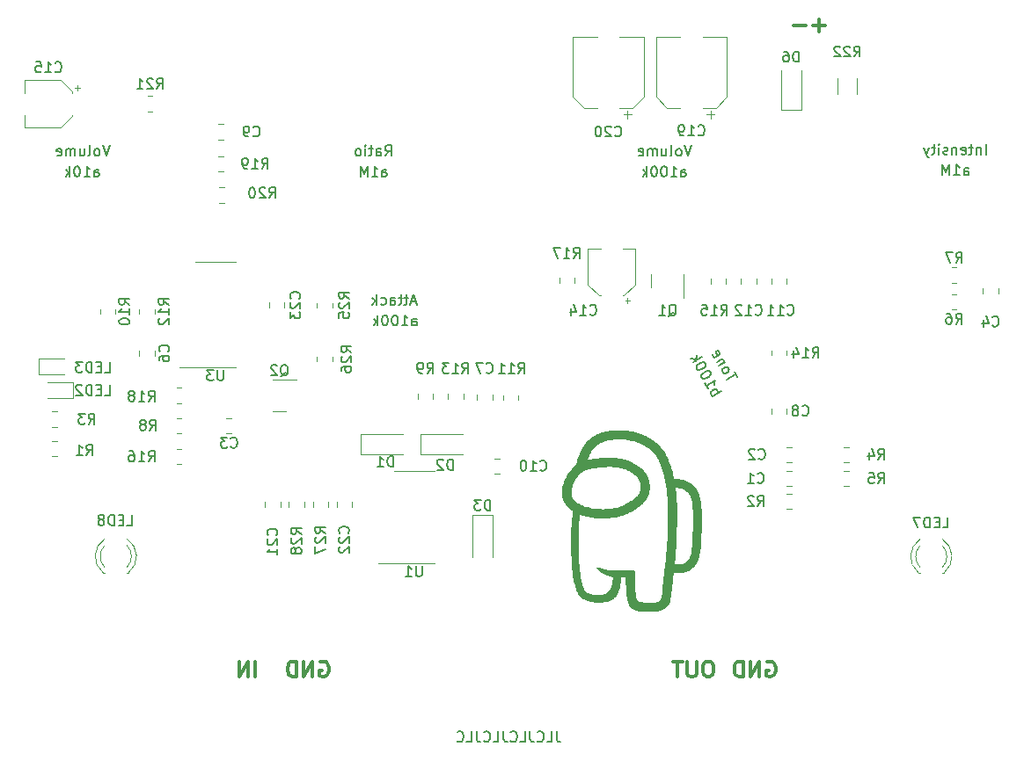
<source format=gbr>
%TF.GenerationSoftware,KiCad,Pcbnew,7.0.1*%
%TF.CreationDate,2023-11-18T18:03:43+02:00*%
%TF.ProjectId,Punainen Husse,50756e61-696e-4656-9e20-48757373652e,rev?*%
%TF.SameCoordinates,Original*%
%TF.FileFunction,Legend,Bot*%
%TF.FilePolarity,Positive*%
%FSLAX46Y46*%
G04 Gerber Fmt 4.6, Leading zero omitted, Abs format (unit mm)*
G04 Created by KiCad (PCBNEW 7.0.1) date 2023-11-18 18:03:43*
%MOMM*%
%LPD*%
G01*
G04 APERTURE LIST*
%ADD10C,0.000000*%
%ADD11C,0.200000*%
%ADD12C,0.300000*%
%ADD13C,0.150000*%
%ADD14C,0.120000*%
G04 APERTURE END LIST*
D10*
G36*
X174585981Y-111064435D02*
G01*
X174590510Y-111378848D01*
X174594899Y-112058971D01*
X174587258Y-112702922D01*
X174568124Y-113303629D01*
X174538034Y-113854024D01*
X174497527Y-114347038D01*
X174447139Y-114775601D01*
X174387408Y-115132644D01*
X174354207Y-115282136D01*
X174318871Y-115411097D01*
X174279836Y-115524089D01*
X174233137Y-115635221D01*
X174179213Y-115744038D01*
X174118505Y-115850085D01*
X174051450Y-115952908D01*
X173978489Y-116052051D01*
X173900061Y-116147060D01*
X173816604Y-116237480D01*
X173728559Y-116322856D01*
X173636363Y-116402734D01*
X173540458Y-116476659D01*
X173441282Y-116544176D01*
X173339273Y-116604830D01*
X173234872Y-116658167D01*
X173128518Y-116703732D01*
X173020649Y-116741069D01*
X172987811Y-116751164D01*
X172955227Y-116760307D01*
X172922570Y-116768541D01*
X172889515Y-116775907D01*
X172855737Y-116782446D01*
X172820909Y-116788199D01*
X172784708Y-116793208D01*
X172746805Y-116797515D01*
X172706878Y-116801160D01*
X172664599Y-116804185D01*
X172619643Y-116806631D01*
X172571684Y-116808539D01*
X172465458Y-116810910D01*
X172343316Y-116811626D01*
X171895288Y-116811626D01*
X171835316Y-117400765D01*
X171726781Y-118428947D01*
X171683325Y-118793982D01*
X171644375Y-119077782D01*
X171607905Y-119293948D01*
X171571890Y-119456081D01*
X171534304Y-119577782D01*
X171493122Y-119672654D01*
X171450264Y-119752308D01*
X171403763Y-119828509D01*
X171353696Y-119901197D01*
X171300141Y-119970309D01*
X171243176Y-120035783D01*
X171182877Y-120097557D01*
X171119323Y-120155569D01*
X171052590Y-120209757D01*
X170982757Y-120260059D01*
X170909901Y-120306412D01*
X170834100Y-120348756D01*
X170755430Y-120387028D01*
X170673970Y-120421165D01*
X170589797Y-120451106D01*
X170502988Y-120476790D01*
X170413622Y-120498153D01*
X170340146Y-120511135D01*
X170249649Y-120522309D01*
X170027220Y-120539273D01*
X169765599Y-120549126D01*
X169484052Y-120551951D01*
X169201844Y-120547831D01*
X168938239Y-120536848D01*
X168712503Y-120519085D01*
X168619855Y-120507687D01*
X168543900Y-120494625D01*
X168439798Y-120471953D01*
X168344105Y-120448681D01*
X168256297Y-120424458D01*
X168175853Y-120398934D01*
X168102251Y-120371755D01*
X168034969Y-120342572D01*
X167973486Y-120311032D01*
X167917278Y-120276784D01*
X167865825Y-120239477D01*
X167818603Y-120198760D01*
X167775093Y-120154280D01*
X167734771Y-120105687D01*
X167697115Y-120052630D01*
X167661604Y-119994756D01*
X167627715Y-119931714D01*
X167594928Y-119863154D01*
X167559891Y-119783195D01*
X167527459Y-119700228D01*
X167497507Y-119613479D01*
X167469912Y-119522172D01*
X167444549Y-119425531D01*
X167421294Y-119322783D01*
X167400024Y-119213152D01*
X167380615Y-119095862D01*
X167362941Y-118970138D01*
X167346880Y-118835206D01*
X167332307Y-118690289D01*
X167319099Y-118534614D01*
X167307131Y-118367405D01*
X167296279Y-118187886D01*
X167277427Y-117788820D01*
X167256261Y-117234958D01*
X166815289Y-117234958D01*
X166794122Y-117630071D01*
X166785952Y-117754013D01*
X166773410Y-117875651D01*
X166756589Y-117994746D01*
X166735583Y-118111061D01*
X166710484Y-118224358D01*
X166681385Y-118334400D01*
X166648379Y-118440948D01*
X166611559Y-118543765D01*
X166571019Y-118642613D01*
X166526851Y-118737255D01*
X166479149Y-118827453D01*
X166428005Y-118912968D01*
X166373512Y-118993564D01*
X166315763Y-119069003D01*
X166254852Y-119139047D01*
X166190872Y-119203458D01*
X166132278Y-119256395D01*
X166072691Y-119305488D01*
X166011782Y-119350860D01*
X165949219Y-119392635D01*
X165884672Y-119430938D01*
X165817809Y-119465892D01*
X165748301Y-119497621D01*
X165675816Y-119526250D01*
X165600024Y-119551902D01*
X165520594Y-119574702D01*
X165437195Y-119594773D01*
X165349497Y-119612240D01*
X165257168Y-119627226D01*
X165159879Y-119639856D01*
X165057297Y-119650253D01*
X164949094Y-119658542D01*
X164783201Y-119664978D01*
X164619267Y-119664550D01*
X164457845Y-119657426D01*
X164299487Y-119643769D01*
X164144746Y-119623747D01*
X163994175Y-119597522D01*
X163848328Y-119565263D01*
X163707757Y-119527132D01*
X163573015Y-119483297D01*
X163444655Y-119433922D01*
X163323230Y-119379172D01*
X163209293Y-119319214D01*
X163103397Y-119254212D01*
X163006095Y-119184331D01*
X162917939Y-119109738D01*
X162839483Y-119030597D01*
X162775619Y-118951469D01*
X162713703Y-118857116D01*
X162653781Y-118747778D01*
X162595901Y-118623690D01*
X162540109Y-118485093D01*
X162486450Y-118332222D01*
X162434973Y-118165316D01*
X162385723Y-117984612D01*
X162338746Y-117790348D01*
X162294090Y-117582762D01*
X162251801Y-117362092D01*
X162211925Y-117128575D01*
X162174508Y-116882448D01*
X162139599Y-116623951D01*
X162107241Y-116353319D01*
X162077484Y-116070792D01*
X162069408Y-115968445D01*
X162061167Y-115819548D01*
X162044851Y-115410216D01*
X162029858Y-114899019D01*
X162017511Y-114342181D01*
X162011957Y-113844262D01*
X162011896Y-113790856D01*
X162732989Y-113790856D01*
X162737481Y-114217207D01*
X162747761Y-114659681D01*
X162766102Y-115216299D01*
X162789984Y-115709416D01*
X162820314Y-116147963D01*
X162858004Y-116540869D01*
X162903961Y-116897064D01*
X162959097Y-117225478D01*
X163024319Y-117535040D01*
X163100539Y-117834681D01*
X163135138Y-117959525D01*
X163167980Y-118071435D01*
X163199789Y-118171366D01*
X163231287Y-118260274D01*
X163263199Y-118339116D01*
X163296248Y-118408847D01*
X163331157Y-118470424D01*
X163368650Y-118524802D01*
X163388591Y-118549591D01*
X163409450Y-118572938D01*
X163431316Y-118594964D01*
X163454281Y-118615787D01*
X163503866Y-118654306D01*
X163558929Y-118689450D01*
X163620193Y-118722176D01*
X163688382Y-118753439D01*
X163764219Y-118784196D01*
X163848427Y-118815403D01*
X163928463Y-118842640D01*
X163965133Y-118853998D01*
X164000562Y-118863965D01*
X164035496Y-118872631D01*
X164070677Y-118880081D01*
X164106851Y-118886406D01*
X164144761Y-118891691D01*
X164185151Y-118896026D01*
X164228766Y-118899498D01*
X164276350Y-118902194D01*
X164328646Y-118904204D01*
X164386400Y-118905613D01*
X164450355Y-118906512D01*
X164599845Y-118907125D01*
X164749768Y-118907690D01*
X164869885Y-118906353D01*
X164965776Y-118902536D01*
X165006380Y-118899517D01*
X165043021Y-118895660D01*
X165076397Y-118890894D01*
X165107203Y-118885146D01*
X165136140Y-118878343D01*
X165163903Y-118870415D01*
X165191190Y-118861287D01*
X165218700Y-118850888D01*
X165277177Y-118825986D01*
X165315717Y-118807369D01*
X165354485Y-118786023D01*
X165393294Y-118762114D01*
X165431959Y-118735807D01*
X165470292Y-118707268D01*
X165508109Y-118676662D01*
X165545223Y-118644154D01*
X165581448Y-118609910D01*
X165616599Y-118574095D01*
X165650488Y-118536874D01*
X165682931Y-118498413D01*
X165713740Y-118458877D01*
X165742731Y-118418432D01*
X165769716Y-118377242D01*
X165794510Y-118335474D01*
X165816928Y-118293293D01*
X165830586Y-118263458D01*
X165845005Y-118227257D01*
X165860033Y-118185268D01*
X165875522Y-118138070D01*
X165907278Y-118030363D01*
X165939077Y-117908765D01*
X165969717Y-117777906D01*
X165998002Y-117642418D01*
X166022730Y-117506929D01*
X166042705Y-117376070D01*
X166063872Y-117217319D01*
X165756955Y-117118543D01*
X165666958Y-117089523D01*
X165579540Y-117059356D01*
X165494715Y-117028052D01*
X165412501Y-116995621D01*
X165332911Y-116962075D01*
X165255963Y-116927422D01*
X165181670Y-116891674D01*
X165110049Y-116854841D01*
X165041115Y-116816933D01*
X164974884Y-116777960D01*
X164911371Y-116737933D01*
X164850592Y-116696862D01*
X164792562Y-116654758D01*
X164737297Y-116611630D01*
X164684812Y-116567490D01*
X164635122Y-116522347D01*
X164588806Y-116479194D01*
X164545715Y-116437736D01*
X164506758Y-116399007D01*
X164472844Y-116364039D01*
X164444884Y-116333867D01*
X164423786Y-116309524D01*
X164416095Y-116299861D01*
X164410460Y-116292043D01*
X164406996Y-116286199D01*
X164405816Y-116282459D01*
X164406267Y-116281249D01*
X164407605Y-116280263D01*
X164409807Y-116279498D01*
X164412851Y-116278951D01*
X164421373Y-116278497D01*
X164432991Y-116278875D01*
X164447523Y-116280060D01*
X164464789Y-116282024D01*
X164484608Y-116284743D01*
X164506799Y-116288191D01*
X164531181Y-116292341D01*
X164557573Y-116297169D01*
X164615664Y-116308751D01*
X164679625Y-116322732D01*
X164748011Y-116338903D01*
X165066041Y-116413165D01*
X165336984Y-116470643D01*
X165460754Y-116493734D01*
X165579898Y-116513404D01*
X165696800Y-116529911D01*
X165813841Y-116543514D01*
X165933404Y-116554471D01*
X166057871Y-116563041D01*
X166331046Y-116574052D01*
X166652425Y-116578613D01*
X167041066Y-116578792D01*
X168106455Y-116575264D01*
X168141732Y-116684626D01*
X168145116Y-116700780D01*
X168148629Y-116726380D01*
X168155899Y-116803688D01*
X168163251Y-116912084D01*
X168170396Y-117047104D01*
X168177045Y-117204283D01*
X168182908Y-117379156D01*
X168187697Y-117567259D01*
X168191122Y-117764125D01*
X168203338Y-118233334D01*
X168222706Y-118617296D01*
X168235654Y-118779920D01*
X168251087Y-118924364D01*
X168269238Y-119051673D01*
X168290341Y-119162889D01*
X168314626Y-119259057D01*
X168342327Y-119341221D01*
X168373677Y-119410424D01*
X168408907Y-119467711D01*
X168448251Y-119514125D01*
X168491941Y-119550710D01*
X168540209Y-119578510D01*
X168593288Y-119598569D01*
X168641198Y-119610011D01*
X168709002Y-119620487D01*
X168893260Y-119638312D01*
X169123985Y-119651589D01*
X169379101Y-119659864D01*
X169636532Y-119662682D01*
X169874202Y-119659589D01*
X170070035Y-119650129D01*
X170145364Y-119642869D01*
X170201955Y-119633847D01*
X170245986Y-119623758D01*
X170288130Y-119611999D01*
X170328404Y-119598555D01*
X170366823Y-119583412D01*
X170403402Y-119566552D01*
X170438157Y-119547962D01*
X170471104Y-119527624D01*
X170502257Y-119505525D01*
X170531632Y-119481648D01*
X170559246Y-119455978D01*
X170585112Y-119428499D01*
X170609248Y-119399196D01*
X170631668Y-119368053D01*
X170652387Y-119335055D01*
X170671422Y-119300186D01*
X170688788Y-119263431D01*
X170696229Y-119243346D01*
X170703995Y-119217515D01*
X170712081Y-119185978D01*
X170720483Y-119148778D01*
X170738211Y-119057552D01*
X170757139Y-118944167D01*
X170777224Y-118808954D01*
X170798425Y-118652243D01*
X170820701Y-118474366D01*
X170844010Y-118275654D01*
X171002761Y-116811626D01*
X171091149Y-115964959D01*
X171983482Y-115964959D01*
X172350371Y-115964959D01*
X172460545Y-115964345D01*
X172550463Y-115962037D01*
X172589142Y-115960028D01*
X172624339Y-115957331D01*
X172656580Y-115953859D01*
X172686392Y-115949525D01*
X172714303Y-115944239D01*
X172740839Y-115937915D01*
X172766527Y-115930464D01*
X172791895Y-115921798D01*
X172817470Y-115911831D01*
X172843778Y-115900473D01*
X172900705Y-115873237D01*
X172945028Y-115849632D01*
X172989216Y-115822649D01*
X173033053Y-115792544D01*
X173076322Y-115759576D01*
X173118805Y-115724003D01*
X173160286Y-115686085D01*
X173200547Y-115646079D01*
X173239371Y-115604243D01*
X173276542Y-115560837D01*
X173311842Y-115516118D01*
X173345055Y-115470344D01*
X173375963Y-115423775D01*
X173404348Y-115376669D01*
X173429995Y-115329283D01*
X173452687Y-115281877D01*
X173472205Y-115234708D01*
X173505328Y-115137192D01*
X173535946Y-115028065D01*
X173564114Y-114906628D01*
X173589889Y-114772184D01*
X173613329Y-114624035D01*
X173634489Y-114461485D01*
X173653428Y-114283834D01*
X173670201Y-114090386D01*
X173684866Y-113880443D01*
X173697479Y-113653307D01*
X173716779Y-113144666D01*
X173728554Y-112558883D01*
X173733260Y-111890376D01*
X173733315Y-111064435D01*
X173730718Y-110775405D01*
X173725764Y-110550702D01*
X173717998Y-110376601D01*
X173706967Y-110239376D01*
X173692215Y-110125302D01*
X173673288Y-110020654D01*
X173648956Y-109902091D01*
X173624650Y-109793305D01*
X173599982Y-109693573D01*
X173574565Y-109602171D01*
X173548011Y-109518376D01*
X173519933Y-109441464D01*
X173489943Y-109370712D01*
X173457653Y-109305397D01*
X173422675Y-109244794D01*
X173384623Y-109188181D01*
X173343109Y-109134833D01*
X173297745Y-109084029D01*
X173248143Y-109035043D01*
X173193917Y-108987153D01*
X173134677Y-108939635D01*
X173070038Y-108891765D01*
X173024229Y-108860386D01*
X172978068Y-108831063D01*
X172931535Y-108803786D01*
X172884609Y-108778546D01*
X172837270Y-108755331D01*
X172789497Y-108734131D01*
X172741269Y-108714937D01*
X172692566Y-108697737D01*
X172643366Y-108682522D01*
X172593650Y-108669281D01*
X172543397Y-108658003D01*
X172492585Y-108648679D01*
X172441194Y-108641298D01*
X172389204Y-108635849D01*
X172336594Y-108632323D01*
X172283343Y-108630710D01*
X172096371Y-108627182D01*
X172114010Y-108775348D01*
X172144885Y-109073218D01*
X172169187Y-109345911D01*
X172187618Y-109610584D01*
X172200882Y-109884393D01*
X172209681Y-110184495D01*
X172214717Y-110528047D01*
X172216695Y-110932205D01*
X172216570Y-111090783D01*
X172216316Y-111414126D01*
X172210638Y-112064008D01*
X172200000Y-112700000D01*
X172186054Y-113248680D01*
X172170455Y-113636625D01*
X172131649Y-114253766D01*
X172084906Y-114898688D01*
X172039486Y-115452329D01*
X172004649Y-115795626D01*
X171983482Y-115964959D01*
X171091149Y-115964959D01*
X171126343Y-115627835D01*
X171175029Y-115080258D01*
X171216191Y-114545910D01*
X171250738Y-114012554D01*
X171279581Y-113467954D01*
X171323788Y-112296071D01*
X171337465Y-111668415D01*
X171341262Y-111090783D01*
X171334888Y-110556642D01*
X171318056Y-110059459D01*
X171290474Y-109592704D01*
X171251855Y-109149844D01*
X171201908Y-108724347D01*
X171140344Y-108309682D01*
X171064910Y-107909603D01*
X170972774Y-107508821D01*
X170866748Y-107115894D01*
X170749642Y-106739379D01*
X170624269Y-106387835D01*
X170559359Y-106224101D01*
X170493438Y-106069818D01*
X170426854Y-105926057D01*
X170359961Y-105793887D01*
X170293109Y-105674377D01*
X170226649Y-105568598D01*
X170176631Y-105497583D01*
X170123210Y-105427446D01*
X170006521Y-105290014D01*
X169877306Y-105156716D01*
X169736288Y-105027966D01*
X169584191Y-104904177D01*
X169421737Y-104785762D01*
X169249651Y-104673135D01*
X169068656Y-104566710D01*
X168879476Y-104466898D01*
X168682833Y-104374115D01*
X168479452Y-104288773D01*
X168270056Y-104211286D01*
X168055368Y-104142067D01*
X167836111Y-104081530D01*
X167613011Y-104030088D01*
X167386788Y-103988154D01*
X167288783Y-103974256D01*
X167182184Y-103962957D01*
X167068320Y-103954210D01*
X166948517Y-103947970D01*
X166696412Y-103942823D01*
X166436493Y-103947144D01*
X166179386Y-103960559D01*
X165935714Y-103982697D01*
X165822237Y-103996921D01*
X165716103Y-104013186D01*
X165618640Y-104031446D01*
X165531177Y-104051654D01*
X165381296Y-104093047D01*
X165238489Y-104137898D01*
X165102637Y-104186273D01*
X164973623Y-104238240D01*
X164851326Y-104293866D01*
X164735629Y-104353217D01*
X164626411Y-104416361D01*
X164523556Y-104483366D01*
X164426942Y-104554298D01*
X164336453Y-104629224D01*
X164251968Y-104708212D01*
X164173369Y-104791330D01*
X164100537Y-104878643D01*
X164033354Y-104970220D01*
X163971700Y-105066127D01*
X163915456Y-105166432D01*
X163859866Y-105278122D01*
X163803448Y-105397170D01*
X163749016Y-105517046D01*
X163699379Y-105631217D01*
X163657348Y-105733150D01*
X163625736Y-105816315D01*
X163607353Y-105874178D01*
X163604001Y-105891581D01*
X163605011Y-105900209D01*
X163607838Y-105900625D01*
X163613575Y-105900561D01*
X163633178Y-105899052D01*
X163662620Y-105895806D01*
X163700702Y-105890949D01*
X163746225Y-105884603D01*
X163797991Y-105876893D01*
X163854801Y-105867943D01*
X163915456Y-105857876D01*
X164144941Y-105821434D01*
X164360948Y-105791234D01*
X164569183Y-105766905D01*
X164775351Y-105748074D01*
X164985157Y-105734370D01*
X165204307Y-105725419D01*
X165438504Y-105720851D01*
X165693455Y-105720293D01*
X165980804Y-105722980D01*
X166232103Y-105731869D01*
X166346921Y-105739026D01*
X166455951Y-105748198D01*
X166560269Y-105759541D01*
X166660948Y-105773210D01*
X166759064Y-105789359D01*
X166855692Y-105808143D01*
X166951907Y-105829718D01*
X167048783Y-105854238D01*
X167147395Y-105881859D01*
X167248819Y-105912736D01*
X167464399Y-105984876D01*
X167645366Y-106052193D01*
X167817914Y-106123231D01*
X167982143Y-106198073D01*
X168138150Y-106276800D01*
X168286033Y-106359496D01*
X168425891Y-106446243D01*
X168557822Y-106537125D01*
X168681924Y-106632223D01*
X168798295Y-106731621D01*
X168907033Y-106835401D01*
X169008237Y-106943646D01*
X169102005Y-107056439D01*
X169188434Y-107173861D01*
X169267624Y-107295997D01*
X169339672Y-107422928D01*
X169404677Y-107554738D01*
X169430031Y-107611977D01*
X169453225Y-107667537D01*
X169474332Y-107721805D01*
X169493423Y-107775168D01*
X169510571Y-107828015D01*
X169525848Y-107880733D01*
X169539327Y-107933709D01*
X169551080Y-107987331D01*
X169561179Y-108041986D01*
X169569697Y-108098063D01*
X169576706Y-108155948D01*
X169582279Y-108216030D01*
X169586487Y-108278695D01*
X169589403Y-108344332D01*
X169591100Y-108413328D01*
X169591650Y-108486071D01*
X169589743Y-108613428D01*
X169583836Y-108734000D01*
X169573651Y-108848444D01*
X169558907Y-108957415D01*
X169539327Y-109061569D01*
X169514631Y-109161564D01*
X169484540Y-109258055D01*
X169448774Y-109351699D01*
X169407056Y-109443152D01*
X169359105Y-109533069D01*
X169304644Y-109622109D01*
X169243392Y-109710926D01*
X169175070Y-109800177D01*
X169099400Y-109890519D01*
X169016103Y-109982607D01*
X168924899Y-110077099D01*
X168824474Y-110175097D01*
X168720447Y-110270568D01*
X168613019Y-110363383D01*
X168502393Y-110453413D01*
X168388769Y-110540528D01*
X168272350Y-110624599D01*
X168153336Y-110705498D01*
X168031931Y-110783094D01*
X167908333Y-110857259D01*
X167782747Y-110927864D01*
X167655372Y-110994779D01*
X167526411Y-111057875D01*
X167396065Y-111117023D01*
X167264536Y-111172094D01*
X167132025Y-111222958D01*
X166998733Y-111269487D01*
X166782877Y-111338175D01*
X166681171Y-111367737D01*
X166582235Y-111394337D01*
X166485035Y-111418147D01*
X166388538Y-111439337D01*
X166291710Y-111458078D01*
X166193518Y-111474539D01*
X166092928Y-111488892D01*
X165988907Y-111501307D01*
X165880421Y-111511955D01*
X165766436Y-111521006D01*
X165517838Y-111535000D01*
X165234844Y-111544653D01*
X165012574Y-111550034D01*
X164829205Y-111552646D01*
X164675685Y-111552033D01*
X164542959Y-111547740D01*
X164421974Y-111539314D01*
X164303676Y-111526298D01*
X164179012Y-111508239D01*
X164038928Y-111484681D01*
X163940577Y-111467263D01*
X163835529Y-111447199D01*
X163727009Y-111425150D01*
X163618240Y-111401779D01*
X163512448Y-111377746D01*
X163412857Y-111353713D01*
X163322692Y-111330341D01*
X163245178Y-111308293D01*
X163130249Y-111274937D01*
X163082273Y-111262071D01*
X163040126Y-111251793D01*
X163003435Y-111244141D01*
X162971830Y-111239150D01*
X162944938Y-111236856D01*
X162922386Y-111237296D01*
X162912622Y-111238552D01*
X162903803Y-111240506D01*
X162895884Y-111243161D01*
X162888817Y-111246522D01*
X162882557Y-111250593D01*
X162877056Y-111255380D01*
X162872268Y-111260886D01*
X162868147Y-111267117D01*
X162864646Y-111274076D01*
X162861718Y-111281768D01*
X162857398Y-111299370D01*
X162854814Y-111319958D01*
X162853594Y-111343570D01*
X162852947Y-111360031D01*
X162851059Y-111387282D01*
X162848013Y-111423875D01*
X162843893Y-111468365D01*
X162838781Y-111519305D01*
X162832759Y-111575246D01*
X162825910Y-111634743D01*
X162818317Y-111696348D01*
X162791555Y-111979080D01*
X162769589Y-112291330D01*
X162752584Y-112630865D01*
X162740706Y-112995452D01*
X162734119Y-113382860D01*
X162732989Y-113790856D01*
X162011896Y-113790856D01*
X162011447Y-113397564D01*
X162016394Y-112993116D01*
X162027212Y-112621948D01*
X162044313Y-112275089D01*
X162068112Y-111943568D01*
X162099022Y-111618413D01*
X162137455Y-111290654D01*
X162152524Y-111165590D01*
X162163418Y-111064049D01*
X162170260Y-110983758D01*
X162173175Y-110922442D01*
X162173198Y-110898189D01*
X162172286Y-110877828D01*
X162170454Y-110861073D01*
X162167717Y-110847642D01*
X162164092Y-110837249D01*
X162159594Y-110829610D01*
X162154237Y-110824442D01*
X162148039Y-110821459D01*
X162136685Y-110816874D01*
X162123847Y-110810451D01*
X162094075Y-110792431D01*
X162059424Y-110768075D01*
X162020598Y-110738060D01*
X161978299Y-110703064D01*
X161933230Y-110663763D01*
X161886094Y-110620835D01*
X161837594Y-110574956D01*
X161788433Y-110526803D01*
X161739312Y-110477053D01*
X161690936Y-110426383D01*
X161644007Y-110375471D01*
X161599228Y-110324993D01*
X161557301Y-110275625D01*
X161518929Y-110228046D01*
X161484816Y-110182932D01*
X161403045Y-110058089D01*
X161332364Y-109928332D01*
X161272783Y-109793708D01*
X161224312Y-109654261D01*
X161186962Y-109510040D01*
X161160743Y-109361091D01*
X161145666Y-109207459D01*
X161142107Y-109063990D01*
X162043493Y-109063990D01*
X162044235Y-109140132D01*
X162048880Y-109213860D01*
X162057522Y-109284919D01*
X162070254Y-109353053D01*
X162087170Y-109418006D01*
X162108363Y-109479523D01*
X162133927Y-109537348D01*
X162153889Y-109575254D01*
X162176045Y-109612888D01*
X162200357Y-109650226D01*
X162226787Y-109687244D01*
X162255297Y-109723919D01*
X162285848Y-109760226D01*
X162318404Y-109796141D01*
X162352925Y-109831642D01*
X162389374Y-109866703D01*
X162427712Y-109901301D01*
X162509904Y-109969012D01*
X162599197Y-110034583D01*
X162695285Y-110097824D01*
X162797863Y-110158543D01*
X162906628Y-110216549D01*
X163021273Y-110271650D01*
X163141493Y-110323657D01*
X163266985Y-110372376D01*
X163397443Y-110417618D01*
X163532562Y-110459191D01*
X163672038Y-110496904D01*
X163891511Y-110549462D01*
X164091678Y-110591272D01*
X164186757Y-110608404D01*
X164279691Y-110623160D01*
X164371374Y-110635641D01*
X164462701Y-110645952D01*
X164554566Y-110654196D01*
X164647862Y-110660477D01*
X164842324Y-110667560D01*
X165053239Y-110668028D01*
X165287761Y-110662709D01*
X165476923Y-110653953D01*
X165658550Y-110640784D01*
X165833294Y-110623006D01*
X166001805Y-110600422D01*
X166164736Y-110572835D01*
X166322737Y-110540050D01*
X166476458Y-110501870D01*
X166626553Y-110458098D01*
X166773670Y-110408539D01*
X166918462Y-110352995D01*
X167061580Y-110291271D01*
X167203675Y-110223170D01*
X167345397Y-110148496D01*
X167487399Y-110067053D01*
X167630331Y-109978643D01*
X167774844Y-109883071D01*
X167849111Y-109831708D01*
X167921006Y-109779580D01*
X167990389Y-109726832D01*
X168057121Y-109673609D01*
X168121063Y-109620055D01*
X168182075Y-109566315D01*
X168240017Y-109512533D01*
X168294750Y-109458855D01*
X168346134Y-109405425D01*
X168394031Y-109352388D01*
X168438299Y-109299888D01*
X168478801Y-109248071D01*
X168515395Y-109197080D01*
X168547944Y-109147060D01*
X168576306Y-109098157D01*
X168600344Y-109050515D01*
X168614745Y-109019836D01*
X168627581Y-108990956D01*
X168638938Y-108963357D01*
X168648906Y-108936523D01*
X168657571Y-108909937D01*
X168665022Y-108883083D01*
X168671346Y-108855443D01*
X168676632Y-108826501D01*
X168680967Y-108795739D01*
X168684439Y-108762642D01*
X168687135Y-108726693D01*
X168689145Y-108687374D01*
X168690555Y-108644169D01*
X168691453Y-108596562D01*
X168692066Y-108486071D01*
X168691660Y-108365044D01*
X168689475Y-108269939D01*
X168687264Y-108229975D01*
X168684067Y-108193933D01*
X168679701Y-108160961D01*
X168673986Y-108130206D01*
X168666742Y-108100815D01*
X168657787Y-108071935D01*
X168646941Y-108042715D01*
X168634023Y-108012301D01*
X168618852Y-107979840D01*
X168601246Y-107944481D01*
X168558010Y-107861654D01*
X168529631Y-107811156D01*
X168499397Y-107761532D01*
X168467316Y-107712787D01*
X168433394Y-107664925D01*
X168397638Y-107617952D01*
X168360053Y-107571873D01*
X168320647Y-107526693D01*
X168279426Y-107482417D01*
X168236396Y-107439051D01*
X168191564Y-107396600D01*
X168096519Y-107314462D01*
X167994343Y-107236045D01*
X167885087Y-107161390D01*
X167768803Y-107090538D01*
X167645542Y-107023531D01*
X167515358Y-106960410D01*
X167378300Y-106901216D01*
X167234420Y-106845991D01*
X167083772Y-106794777D01*
X166926405Y-106747613D01*
X166762372Y-106704543D01*
X166665782Y-106682632D01*
X166562805Y-106663202D01*
X166453833Y-106646252D01*
X166339259Y-106631783D01*
X166219477Y-106619794D01*
X166094878Y-106610285D01*
X165965855Y-106603257D01*
X165832802Y-106598710D01*
X165556175Y-106597056D01*
X165268137Y-106605324D01*
X164971832Y-106623514D01*
X164670400Y-106651626D01*
X164365199Y-106690459D01*
X164093443Y-106733426D01*
X163969293Y-106756719D01*
X163852527Y-106781355D01*
X163742821Y-106807437D01*
X163639848Y-106835071D01*
X163543283Y-106864357D01*
X163452800Y-106895401D01*
X163368074Y-106928305D01*
X163288779Y-106963173D01*
X163214589Y-107000108D01*
X163145180Y-107039213D01*
X163080225Y-107080592D01*
X163019400Y-107124348D01*
X162953011Y-107177687D01*
X162888184Y-107235008D01*
X162825011Y-107296055D01*
X162763588Y-107360571D01*
X162646360Y-107498992D01*
X162537252Y-107648223D01*
X162437011Y-107806219D01*
X162346387Y-107970932D01*
X162266129Y-108140317D01*
X162196987Y-108312327D01*
X162139709Y-108484916D01*
X162095046Y-108656037D01*
X162063747Y-108823645D01*
X162046560Y-108985692D01*
X162043493Y-109063990D01*
X161142107Y-109063990D01*
X161141740Y-109049192D01*
X161148977Y-108886337D01*
X161167386Y-108718939D01*
X161196977Y-108547045D01*
X161237762Y-108370701D01*
X161289750Y-108189955D01*
X161352953Y-108004853D01*
X161427379Y-107815441D01*
X161513040Y-107621765D01*
X161543206Y-107558125D01*
X161573129Y-107497776D01*
X161603228Y-107440125D01*
X161633921Y-107384577D01*
X161665627Y-107330538D01*
X161698764Y-107277414D01*
X161733752Y-107224610D01*
X161771008Y-107171532D01*
X161810951Y-107117587D01*
X161854000Y-107062178D01*
X161900573Y-107004713D01*
X161951089Y-106944597D01*
X162065625Y-106814035D01*
X162200955Y-106665737D01*
X162299465Y-106558147D01*
X162340133Y-106512529D01*
X162375856Y-106471103D01*
X162407218Y-106432922D01*
X162434801Y-106397040D01*
X162459192Y-106362512D01*
X162480973Y-106328393D01*
X162500728Y-106293736D01*
X162519041Y-106257596D01*
X162536496Y-106219028D01*
X162553678Y-106177084D01*
X162571169Y-106130821D01*
X162589555Y-106079292D01*
X162631344Y-105956654D01*
X162702010Y-105751429D01*
X162777967Y-105545833D01*
X162857563Y-105343792D01*
X162939143Y-105149233D01*
X163021053Y-104966085D01*
X163101641Y-104798275D01*
X163179252Y-104649729D01*
X163252233Y-104524376D01*
X163295932Y-104457150D01*
X163342328Y-104391092D01*
X163391369Y-104326233D01*
X163443002Y-104262604D01*
X163553835Y-104139159D01*
X163674409Y-104021006D01*
X163804305Y-103908393D01*
X163943106Y-103801567D01*
X164090391Y-103700778D01*
X164245743Y-103606272D01*
X164408744Y-103518298D01*
X164578974Y-103437104D01*
X164756015Y-103362938D01*
X164939448Y-103296048D01*
X165128855Y-103236682D01*
X165323817Y-103185089D01*
X165523916Y-103141515D01*
X165728733Y-103106210D01*
X165913831Y-103085381D01*
X166133325Y-103070546D01*
X166375639Y-103061747D01*
X166629198Y-103059025D01*
X166882427Y-103062422D01*
X167123749Y-103071979D01*
X167341589Y-103087737D01*
X167438086Y-103097955D01*
X167524372Y-103109738D01*
X167771127Y-103153881D01*
X168017241Y-103209218D01*
X168261660Y-103275200D01*
X168503330Y-103351280D01*
X168741197Y-103436910D01*
X168974206Y-103531541D01*
X169201303Y-103634627D01*
X169421434Y-103745619D01*
X169633545Y-103863970D01*
X169836582Y-103989132D01*
X170029490Y-104120558D01*
X170211215Y-104257698D01*
X170380704Y-104400007D01*
X170536901Y-104546935D01*
X170678753Y-104697935D01*
X170805205Y-104852460D01*
X170882429Y-104957462D01*
X170957988Y-105068722D01*
X171031873Y-105186214D01*
X171104074Y-105309913D01*
X171174579Y-105439792D01*
X171243380Y-105575826D01*
X171310464Y-105717989D01*
X171375823Y-105866255D01*
X171439445Y-106020597D01*
X171501321Y-106180992D01*
X171561439Y-106347411D01*
X171619791Y-106519831D01*
X171676364Y-106698224D01*
X171731150Y-106882565D01*
X171784137Y-107072828D01*
X171835316Y-107268987D01*
X171948205Y-107727598D01*
X172368010Y-107773459D01*
X172485839Y-107787759D01*
X172597585Y-107804348D01*
X172703780Y-107823448D01*
X172804959Y-107845282D01*
X172901651Y-107870072D01*
X172994391Y-107898041D01*
X173083709Y-107929409D01*
X173170139Y-107964400D01*
X173254212Y-108003236D01*
X173336461Y-108046138D01*
X173417418Y-108093330D01*
X173497616Y-108145034D01*
X173577586Y-108201470D01*
X173657861Y-108262863D01*
X173738973Y-108329433D01*
X173821455Y-108401404D01*
X173885372Y-108461115D01*
X173945016Y-108521576D01*
X174000661Y-108583370D01*
X174052579Y-108647081D01*
X174101046Y-108713293D01*
X174146334Y-108782590D01*
X174188718Y-108855556D01*
X174228472Y-108932775D01*
X174265869Y-109014832D01*
X174301184Y-109102308D01*
X174334690Y-109195790D01*
X174366662Y-109295861D01*
X174397372Y-109403104D01*
X174427095Y-109518104D01*
X174456106Y-109641444D01*
X174484677Y-109773710D01*
X174511941Y-109910397D01*
X174523364Y-109973837D01*
X174533459Y-110036419D01*
X174542335Y-110099951D01*
X174550099Y-110166244D01*
X174556861Y-110237104D01*
X174562729Y-110314342D01*
X174567811Y-110399764D01*
X174572217Y-110495181D01*
X174579431Y-110723233D01*
X174585239Y-111012965D01*
X174585981Y-111064435D01*
G37*
D11*
X160626190Y-132077619D02*
X160626190Y-132791904D01*
X160626190Y-132791904D02*
X160673809Y-132934761D01*
X160673809Y-132934761D02*
X160769047Y-133030000D01*
X160769047Y-133030000D02*
X160911904Y-133077619D01*
X160911904Y-133077619D02*
X161007142Y-133077619D01*
X159673809Y-133077619D02*
X160149999Y-133077619D01*
X160149999Y-133077619D02*
X160149999Y-132077619D01*
X158769047Y-132982380D02*
X158816666Y-133030000D01*
X158816666Y-133030000D02*
X158959523Y-133077619D01*
X158959523Y-133077619D02*
X159054761Y-133077619D01*
X159054761Y-133077619D02*
X159197618Y-133030000D01*
X159197618Y-133030000D02*
X159292856Y-132934761D01*
X159292856Y-132934761D02*
X159340475Y-132839523D01*
X159340475Y-132839523D02*
X159388094Y-132649047D01*
X159388094Y-132649047D02*
X159388094Y-132506190D01*
X159388094Y-132506190D02*
X159340475Y-132315714D01*
X159340475Y-132315714D02*
X159292856Y-132220476D01*
X159292856Y-132220476D02*
X159197618Y-132125238D01*
X159197618Y-132125238D02*
X159054761Y-132077619D01*
X159054761Y-132077619D02*
X158959523Y-132077619D01*
X158959523Y-132077619D02*
X158816666Y-132125238D01*
X158816666Y-132125238D02*
X158769047Y-132172857D01*
X158054761Y-132077619D02*
X158054761Y-132791904D01*
X158054761Y-132791904D02*
X158102380Y-132934761D01*
X158102380Y-132934761D02*
X158197618Y-133030000D01*
X158197618Y-133030000D02*
X158340475Y-133077619D01*
X158340475Y-133077619D02*
X158435713Y-133077619D01*
X157102380Y-133077619D02*
X157578570Y-133077619D01*
X157578570Y-133077619D02*
X157578570Y-132077619D01*
X156197618Y-132982380D02*
X156245237Y-133030000D01*
X156245237Y-133030000D02*
X156388094Y-133077619D01*
X156388094Y-133077619D02*
X156483332Y-133077619D01*
X156483332Y-133077619D02*
X156626189Y-133030000D01*
X156626189Y-133030000D02*
X156721427Y-132934761D01*
X156721427Y-132934761D02*
X156769046Y-132839523D01*
X156769046Y-132839523D02*
X156816665Y-132649047D01*
X156816665Y-132649047D02*
X156816665Y-132506190D01*
X156816665Y-132506190D02*
X156769046Y-132315714D01*
X156769046Y-132315714D02*
X156721427Y-132220476D01*
X156721427Y-132220476D02*
X156626189Y-132125238D01*
X156626189Y-132125238D02*
X156483332Y-132077619D01*
X156483332Y-132077619D02*
X156388094Y-132077619D01*
X156388094Y-132077619D02*
X156245237Y-132125238D01*
X156245237Y-132125238D02*
X156197618Y-132172857D01*
X155483332Y-132077619D02*
X155483332Y-132791904D01*
X155483332Y-132791904D02*
X155530951Y-132934761D01*
X155530951Y-132934761D02*
X155626189Y-133030000D01*
X155626189Y-133030000D02*
X155769046Y-133077619D01*
X155769046Y-133077619D02*
X155864284Y-133077619D01*
X154530951Y-133077619D02*
X155007141Y-133077619D01*
X155007141Y-133077619D02*
X155007141Y-132077619D01*
X153626189Y-132982380D02*
X153673808Y-133030000D01*
X153673808Y-133030000D02*
X153816665Y-133077619D01*
X153816665Y-133077619D02*
X153911903Y-133077619D01*
X153911903Y-133077619D02*
X154054760Y-133030000D01*
X154054760Y-133030000D02*
X154149998Y-132934761D01*
X154149998Y-132934761D02*
X154197617Y-132839523D01*
X154197617Y-132839523D02*
X154245236Y-132649047D01*
X154245236Y-132649047D02*
X154245236Y-132506190D01*
X154245236Y-132506190D02*
X154197617Y-132315714D01*
X154197617Y-132315714D02*
X154149998Y-132220476D01*
X154149998Y-132220476D02*
X154054760Y-132125238D01*
X154054760Y-132125238D02*
X153911903Y-132077619D01*
X153911903Y-132077619D02*
X153816665Y-132077619D01*
X153816665Y-132077619D02*
X153673808Y-132125238D01*
X153673808Y-132125238D02*
X153626189Y-132172857D01*
X152911903Y-132077619D02*
X152911903Y-132791904D01*
X152911903Y-132791904D02*
X152959522Y-132934761D01*
X152959522Y-132934761D02*
X153054760Y-133030000D01*
X153054760Y-133030000D02*
X153197617Y-133077619D01*
X153197617Y-133077619D02*
X153292855Y-133077619D01*
X151959522Y-133077619D02*
X152435712Y-133077619D01*
X152435712Y-133077619D02*
X152435712Y-132077619D01*
X151054760Y-132982380D02*
X151102379Y-133030000D01*
X151102379Y-133030000D02*
X151245236Y-133077619D01*
X151245236Y-133077619D02*
X151340474Y-133077619D01*
X151340474Y-133077619D02*
X151483331Y-133030000D01*
X151483331Y-133030000D02*
X151578569Y-132934761D01*
X151578569Y-132934761D02*
X151626188Y-132839523D01*
X151626188Y-132839523D02*
X151673807Y-132649047D01*
X151673807Y-132649047D02*
X151673807Y-132506190D01*
X151673807Y-132506190D02*
X151626188Y-132315714D01*
X151626188Y-132315714D02*
X151578569Y-132220476D01*
X151578569Y-132220476D02*
X151483331Y-132125238D01*
X151483331Y-132125238D02*
X151340474Y-132077619D01*
X151340474Y-132077619D02*
X151245236Y-132077619D01*
X151245236Y-132077619D02*
X151102379Y-132125238D01*
X151102379Y-132125238D02*
X151054760Y-132172857D01*
D12*
X180857142Y-125387857D02*
X181000000Y-125316428D01*
X181000000Y-125316428D02*
X181214285Y-125316428D01*
X181214285Y-125316428D02*
X181428571Y-125387857D01*
X181428571Y-125387857D02*
X181571428Y-125530714D01*
X181571428Y-125530714D02*
X181642857Y-125673571D01*
X181642857Y-125673571D02*
X181714285Y-125959285D01*
X181714285Y-125959285D02*
X181714285Y-126173571D01*
X181714285Y-126173571D02*
X181642857Y-126459285D01*
X181642857Y-126459285D02*
X181571428Y-126602142D01*
X181571428Y-126602142D02*
X181428571Y-126745000D01*
X181428571Y-126745000D02*
X181214285Y-126816428D01*
X181214285Y-126816428D02*
X181071428Y-126816428D01*
X181071428Y-126816428D02*
X180857142Y-126745000D01*
X180857142Y-126745000D02*
X180785714Y-126673571D01*
X180785714Y-126673571D02*
X180785714Y-126173571D01*
X180785714Y-126173571D02*
X181071428Y-126173571D01*
X180142857Y-126816428D02*
X180142857Y-125316428D01*
X180142857Y-125316428D02*
X179285714Y-126816428D01*
X179285714Y-126816428D02*
X179285714Y-125316428D01*
X178571428Y-126816428D02*
X178571428Y-125316428D01*
X178571428Y-125316428D02*
X178214285Y-125316428D01*
X178214285Y-125316428D02*
X177999999Y-125387857D01*
X177999999Y-125387857D02*
X177857142Y-125530714D01*
X177857142Y-125530714D02*
X177785713Y-125673571D01*
X177785713Y-125673571D02*
X177714285Y-125959285D01*
X177714285Y-125959285D02*
X177714285Y-126173571D01*
X177714285Y-126173571D02*
X177785713Y-126459285D01*
X177785713Y-126459285D02*
X177857142Y-126602142D01*
X177857142Y-126602142D02*
X177999999Y-126745000D01*
X177999999Y-126745000D02*
X178214285Y-126816428D01*
X178214285Y-126816428D02*
X178571428Y-126816428D01*
X183457142Y-64045000D02*
X184600000Y-64045000D01*
X185314285Y-64045000D02*
X186457143Y-64045000D01*
X185885714Y-64616428D02*
X185885714Y-63473571D01*
X131642857Y-126816428D02*
X131642857Y-125316428D01*
X130928571Y-126816428D02*
X130928571Y-125316428D01*
X130928571Y-125316428D02*
X130071428Y-126816428D01*
X130071428Y-126816428D02*
X130071428Y-125316428D01*
X175357142Y-125316428D02*
X175071428Y-125316428D01*
X175071428Y-125316428D02*
X174928571Y-125387857D01*
X174928571Y-125387857D02*
X174785714Y-125530714D01*
X174785714Y-125530714D02*
X174714285Y-125816428D01*
X174714285Y-125816428D02*
X174714285Y-126316428D01*
X174714285Y-126316428D02*
X174785714Y-126602142D01*
X174785714Y-126602142D02*
X174928571Y-126745000D01*
X174928571Y-126745000D02*
X175071428Y-126816428D01*
X175071428Y-126816428D02*
X175357142Y-126816428D01*
X175357142Y-126816428D02*
X175500000Y-126745000D01*
X175500000Y-126745000D02*
X175642857Y-126602142D01*
X175642857Y-126602142D02*
X175714285Y-126316428D01*
X175714285Y-126316428D02*
X175714285Y-125816428D01*
X175714285Y-125816428D02*
X175642857Y-125530714D01*
X175642857Y-125530714D02*
X175500000Y-125387857D01*
X175500000Y-125387857D02*
X175357142Y-125316428D01*
X174071428Y-125316428D02*
X174071428Y-126530714D01*
X174071428Y-126530714D02*
X173999999Y-126673571D01*
X173999999Y-126673571D02*
X173928571Y-126745000D01*
X173928571Y-126745000D02*
X173785713Y-126816428D01*
X173785713Y-126816428D02*
X173499999Y-126816428D01*
X173499999Y-126816428D02*
X173357142Y-126745000D01*
X173357142Y-126745000D02*
X173285713Y-126673571D01*
X173285713Y-126673571D02*
X173214285Y-126530714D01*
X173214285Y-126530714D02*
X173214285Y-125316428D01*
X172714284Y-125316428D02*
X171857142Y-125316428D01*
X172285713Y-126816428D02*
X172285713Y-125316428D01*
X137857142Y-125387857D02*
X138000000Y-125316428D01*
X138000000Y-125316428D02*
X138214285Y-125316428D01*
X138214285Y-125316428D02*
X138428571Y-125387857D01*
X138428571Y-125387857D02*
X138571428Y-125530714D01*
X138571428Y-125530714D02*
X138642857Y-125673571D01*
X138642857Y-125673571D02*
X138714285Y-125959285D01*
X138714285Y-125959285D02*
X138714285Y-126173571D01*
X138714285Y-126173571D02*
X138642857Y-126459285D01*
X138642857Y-126459285D02*
X138571428Y-126602142D01*
X138571428Y-126602142D02*
X138428571Y-126745000D01*
X138428571Y-126745000D02*
X138214285Y-126816428D01*
X138214285Y-126816428D02*
X138071428Y-126816428D01*
X138071428Y-126816428D02*
X137857142Y-126745000D01*
X137857142Y-126745000D02*
X137785714Y-126673571D01*
X137785714Y-126673571D02*
X137785714Y-126173571D01*
X137785714Y-126173571D02*
X138071428Y-126173571D01*
X137142857Y-126816428D02*
X137142857Y-125316428D01*
X137142857Y-125316428D02*
X136285714Y-126816428D01*
X136285714Y-126816428D02*
X136285714Y-125316428D01*
X135571428Y-126816428D02*
X135571428Y-125316428D01*
X135571428Y-125316428D02*
X135214285Y-125316428D01*
X135214285Y-125316428D02*
X134999999Y-125387857D01*
X134999999Y-125387857D02*
X134857142Y-125530714D01*
X134857142Y-125530714D02*
X134785713Y-125673571D01*
X134785713Y-125673571D02*
X134714285Y-125959285D01*
X134714285Y-125959285D02*
X134714285Y-126173571D01*
X134714285Y-126173571D02*
X134785713Y-126459285D01*
X134785713Y-126459285D02*
X134857142Y-126602142D01*
X134857142Y-126602142D02*
X134999999Y-126745000D01*
X134999999Y-126745000D02*
X135214285Y-126816428D01*
X135214285Y-126816428D02*
X135571428Y-126816428D01*
D13*
%TO.C,R27*%
X138362619Y-112957142D02*
X137886428Y-112623809D01*
X138362619Y-112385714D02*
X137362619Y-112385714D01*
X137362619Y-112385714D02*
X137362619Y-112766666D01*
X137362619Y-112766666D02*
X137410238Y-112861904D01*
X137410238Y-112861904D02*
X137457857Y-112909523D01*
X137457857Y-112909523D02*
X137553095Y-112957142D01*
X137553095Y-112957142D02*
X137695952Y-112957142D01*
X137695952Y-112957142D02*
X137791190Y-112909523D01*
X137791190Y-112909523D02*
X137838809Y-112861904D01*
X137838809Y-112861904D02*
X137886428Y-112766666D01*
X137886428Y-112766666D02*
X137886428Y-112385714D01*
X137457857Y-113338095D02*
X137410238Y-113385714D01*
X137410238Y-113385714D02*
X137362619Y-113480952D01*
X137362619Y-113480952D02*
X137362619Y-113719047D01*
X137362619Y-113719047D02*
X137410238Y-113814285D01*
X137410238Y-113814285D02*
X137457857Y-113861904D01*
X137457857Y-113861904D02*
X137553095Y-113909523D01*
X137553095Y-113909523D02*
X137648333Y-113909523D01*
X137648333Y-113909523D02*
X137791190Y-113861904D01*
X137791190Y-113861904D02*
X138362619Y-113290476D01*
X138362619Y-113290476D02*
X138362619Y-113909523D01*
X137362619Y-114242857D02*
X137362619Y-114909523D01*
X137362619Y-114909523D02*
X138362619Y-114480952D01*
%TO.C,LED2*%
X117119047Y-99662619D02*
X117595237Y-99662619D01*
X117595237Y-99662619D02*
X117595237Y-98662619D01*
X116785713Y-99138809D02*
X116452380Y-99138809D01*
X116309523Y-99662619D02*
X116785713Y-99662619D01*
X116785713Y-99662619D02*
X116785713Y-98662619D01*
X116785713Y-98662619D02*
X116309523Y-98662619D01*
X115880951Y-99662619D02*
X115880951Y-98662619D01*
X115880951Y-98662619D02*
X115642856Y-98662619D01*
X115642856Y-98662619D02*
X115499999Y-98710238D01*
X115499999Y-98710238D02*
X115404761Y-98805476D01*
X115404761Y-98805476D02*
X115357142Y-98900714D01*
X115357142Y-98900714D02*
X115309523Y-99091190D01*
X115309523Y-99091190D02*
X115309523Y-99234047D01*
X115309523Y-99234047D02*
X115357142Y-99424523D01*
X115357142Y-99424523D02*
X115404761Y-99519761D01*
X115404761Y-99519761D02*
X115499999Y-99615000D01*
X115499999Y-99615000D02*
X115642856Y-99662619D01*
X115642856Y-99662619D02*
X115880951Y-99662619D01*
X114928570Y-98757857D02*
X114880951Y-98710238D01*
X114880951Y-98710238D02*
X114785713Y-98662619D01*
X114785713Y-98662619D02*
X114547618Y-98662619D01*
X114547618Y-98662619D02*
X114452380Y-98710238D01*
X114452380Y-98710238D02*
X114404761Y-98757857D01*
X114404761Y-98757857D02*
X114357142Y-98853095D01*
X114357142Y-98853095D02*
X114357142Y-98948333D01*
X114357142Y-98948333D02*
X114404761Y-99091190D01*
X114404761Y-99091190D02*
X114976189Y-99662619D01*
X114976189Y-99662619D02*
X114357142Y-99662619D01*
%TO.C,R4*%
X191566666Y-105862619D02*
X191899999Y-105386428D01*
X192138094Y-105862619D02*
X192138094Y-104862619D01*
X192138094Y-104862619D02*
X191757142Y-104862619D01*
X191757142Y-104862619D02*
X191661904Y-104910238D01*
X191661904Y-104910238D02*
X191614285Y-104957857D01*
X191614285Y-104957857D02*
X191566666Y-105053095D01*
X191566666Y-105053095D02*
X191566666Y-105195952D01*
X191566666Y-105195952D02*
X191614285Y-105291190D01*
X191614285Y-105291190D02*
X191661904Y-105338809D01*
X191661904Y-105338809D02*
X191757142Y-105386428D01*
X191757142Y-105386428D02*
X192138094Y-105386428D01*
X190709523Y-105195952D02*
X190709523Y-105862619D01*
X190947618Y-104815000D02*
X191185713Y-105529285D01*
X191185713Y-105529285D02*
X190566666Y-105529285D01*
%TO.C,R22*%
X189242857Y-67062619D02*
X189576190Y-66586428D01*
X189814285Y-67062619D02*
X189814285Y-66062619D01*
X189814285Y-66062619D02*
X189433333Y-66062619D01*
X189433333Y-66062619D02*
X189338095Y-66110238D01*
X189338095Y-66110238D02*
X189290476Y-66157857D01*
X189290476Y-66157857D02*
X189242857Y-66253095D01*
X189242857Y-66253095D02*
X189242857Y-66395952D01*
X189242857Y-66395952D02*
X189290476Y-66491190D01*
X189290476Y-66491190D02*
X189338095Y-66538809D01*
X189338095Y-66538809D02*
X189433333Y-66586428D01*
X189433333Y-66586428D02*
X189814285Y-66586428D01*
X188861904Y-66157857D02*
X188814285Y-66110238D01*
X188814285Y-66110238D02*
X188719047Y-66062619D01*
X188719047Y-66062619D02*
X188480952Y-66062619D01*
X188480952Y-66062619D02*
X188385714Y-66110238D01*
X188385714Y-66110238D02*
X188338095Y-66157857D01*
X188338095Y-66157857D02*
X188290476Y-66253095D01*
X188290476Y-66253095D02*
X188290476Y-66348333D01*
X188290476Y-66348333D02*
X188338095Y-66491190D01*
X188338095Y-66491190D02*
X188909523Y-67062619D01*
X188909523Y-67062619D02*
X188290476Y-67062619D01*
X187909523Y-66157857D02*
X187861904Y-66110238D01*
X187861904Y-66110238D02*
X187766666Y-66062619D01*
X187766666Y-66062619D02*
X187528571Y-66062619D01*
X187528571Y-66062619D02*
X187433333Y-66110238D01*
X187433333Y-66110238D02*
X187385714Y-66157857D01*
X187385714Y-66157857D02*
X187338095Y-66253095D01*
X187338095Y-66253095D02*
X187338095Y-66348333D01*
X187338095Y-66348333D02*
X187385714Y-66491190D01*
X187385714Y-66491190D02*
X187957142Y-67062619D01*
X187957142Y-67062619D02*
X187338095Y-67062619D01*
%TO.C,C2*%
X180066666Y-105767380D02*
X180114285Y-105815000D01*
X180114285Y-105815000D02*
X180257142Y-105862619D01*
X180257142Y-105862619D02*
X180352380Y-105862619D01*
X180352380Y-105862619D02*
X180495237Y-105815000D01*
X180495237Y-105815000D02*
X180590475Y-105719761D01*
X180590475Y-105719761D02*
X180638094Y-105624523D01*
X180638094Y-105624523D02*
X180685713Y-105434047D01*
X180685713Y-105434047D02*
X180685713Y-105291190D01*
X180685713Y-105291190D02*
X180638094Y-105100714D01*
X180638094Y-105100714D02*
X180590475Y-105005476D01*
X180590475Y-105005476D02*
X180495237Y-104910238D01*
X180495237Y-104910238D02*
X180352380Y-104862619D01*
X180352380Y-104862619D02*
X180257142Y-104862619D01*
X180257142Y-104862619D02*
X180114285Y-104910238D01*
X180114285Y-104910238D02*
X180066666Y-104957857D01*
X179685713Y-104957857D02*
X179638094Y-104910238D01*
X179638094Y-104910238D02*
X179542856Y-104862619D01*
X179542856Y-104862619D02*
X179304761Y-104862619D01*
X179304761Y-104862619D02*
X179209523Y-104910238D01*
X179209523Y-104910238D02*
X179161904Y-104957857D01*
X179161904Y-104957857D02*
X179114285Y-105053095D01*
X179114285Y-105053095D02*
X179114285Y-105148333D01*
X179114285Y-105148333D02*
X179161904Y-105291190D01*
X179161904Y-105291190D02*
X179733332Y-105862619D01*
X179733332Y-105862619D02*
X179114285Y-105862619D01*
%TO.C,R7*%
X199044642Y-86912619D02*
X199377975Y-86436428D01*
X199616070Y-86912619D02*
X199616070Y-85912619D01*
X199616070Y-85912619D02*
X199235118Y-85912619D01*
X199235118Y-85912619D02*
X199139880Y-85960238D01*
X199139880Y-85960238D02*
X199092261Y-86007857D01*
X199092261Y-86007857D02*
X199044642Y-86103095D01*
X199044642Y-86103095D02*
X199044642Y-86245952D01*
X199044642Y-86245952D02*
X199092261Y-86341190D01*
X199092261Y-86341190D02*
X199139880Y-86388809D01*
X199139880Y-86388809D02*
X199235118Y-86436428D01*
X199235118Y-86436428D02*
X199616070Y-86436428D01*
X198711308Y-85912619D02*
X198044642Y-85912619D01*
X198044642Y-85912619D02*
X198473213Y-86912619D01*
%TO.C,R10*%
X119512619Y-90957142D02*
X119036428Y-90623809D01*
X119512619Y-90385714D02*
X118512619Y-90385714D01*
X118512619Y-90385714D02*
X118512619Y-90766666D01*
X118512619Y-90766666D02*
X118560238Y-90861904D01*
X118560238Y-90861904D02*
X118607857Y-90909523D01*
X118607857Y-90909523D02*
X118703095Y-90957142D01*
X118703095Y-90957142D02*
X118845952Y-90957142D01*
X118845952Y-90957142D02*
X118941190Y-90909523D01*
X118941190Y-90909523D02*
X118988809Y-90861904D01*
X118988809Y-90861904D02*
X119036428Y-90766666D01*
X119036428Y-90766666D02*
X119036428Y-90385714D01*
X119512619Y-91909523D02*
X119512619Y-91338095D01*
X119512619Y-91623809D02*
X118512619Y-91623809D01*
X118512619Y-91623809D02*
X118655476Y-91528571D01*
X118655476Y-91528571D02*
X118750714Y-91433333D01*
X118750714Y-91433333D02*
X118798333Y-91338095D01*
X118512619Y-92528571D02*
X118512619Y-92623809D01*
X118512619Y-92623809D02*
X118560238Y-92719047D01*
X118560238Y-92719047D02*
X118607857Y-92766666D01*
X118607857Y-92766666D02*
X118703095Y-92814285D01*
X118703095Y-92814285D02*
X118893571Y-92861904D01*
X118893571Y-92861904D02*
X119131666Y-92861904D01*
X119131666Y-92861904D02*
X119322142Y-92814285D01*
X119322142Y-92814285D02*
X119417380Y-92766666D01*
X119417380Y-92766666D02*
X119465000Y-92719047D01*
X119465000Y-92719047D02*
X119512619Y-92623809D01*
X119512619Y-92623809D02*
X119512619Y-92528571D01*
X119512619Y-92528571D02*
X119465000Y-92433333D01*
X119465000Y-92433333D02*
X119417380Y-92385714D01*
X119417380Y-92385714D02*
X119322142Y-92338095D01*
X119322142Y-92338095D02*
X119131666Y-92290476D01*
X119131666Y-92290476D02*
X118893571Y-92290476D01*
X118893571Y-92290476D02*
X118703095Y-92338095D01*
X118703095Y-92338095D02*
X118607857Y-92385714D01*
X118607857Y-92385714D02*
X118560238Y-92433333D01*
X118560238Y-92433333D02*
X118512619Y-92528571D01*
%TO.C,C20*%
X166242857Y-74667380D02*
X166290476Y-74715000D01*
X166290476Y-74715000D02*
X166433333Y-74762619D01*
X166433333Y-74762619D02*
X166528571Y-74762619D01*
X166528571Y-74762619D02*
X166671428Y-74715000D01*
X166671428Y-74715000D02*
X166766666Y-74619761D01*
X166766666Y-74619761D02*
X166814285Y-74524523D01*
X166814285Y-74524523D02*
X166861904Y-74334047D01*
X166861904Y-74334047D02*
X166861904Y-74191190D01*
X166861904Y-74191190D02*
X166814285Y-74000714D01*
X166814285Y-74000714D02*
X166766666Y-73905476D01*
X166766666Y-73905476D02*
X166671428Y-73810238D01*
X166671428Y-73810238D02*
X166528571Y-73762619D01*
X166528571Y-73762619D02*
X166433333Y-73762619D01*
X166433333Y-73762619D02*
X166290476Y-73810238D01*
X166290476Y-73810238D02*
X166242857Y-73857857D01*
X165861904Y-73857857D02*
X165814285Y-73810238D01*
X165814285Y-73810238D02*
X165719047Y-73762619D01*
X165719047Y-73762619D02*
X165480952Y-73762619D01*
X165480952Y-73762619D02*
X165385714Y-73810238D01*
X165385714Y-73810238D02*
X165338095Y-73857857D01*
X165338095Y-73857857D02*
X165290476Y-73953095D01*
X165290476Y-73953095D02*
X165290476Y-74048333D01*
X165290476Y-74048333D02*
X165338095Y-74191190D01*
X165338095Y-74191190D02*
X165909523Y-74762619D01*
X165909523Y-74762619D02*
X165290476Y-74762619D01*
X164671428Y-73762619D02*
X164576190Y-73762619D01*
X164576190Y-73762619D02*
X164480952Y-73810238D01*
X164480952Y-73810238D02*
X164433333Y-73857857D01*
X164433333Y-73857857D02*
X164385714Y-73953095D01*
X164385714Y-73953095D02*
X164338095Y-74143571D01*
X164338095Y-74143571D02*
X164338095Y-74381666D01*
X164338095Y-74381666D02*
X164385714Y-74572142D01*
X164385714Y-74572142D02*
X164433333Y-74667380D01*
X164433333Y-74667380D02*
X164480952Y-74715000D01*
X164480952Y-74715000D02*
X164576190Y-74762619D01*
X164576190Y-74762619D02*
X164671428Y-74762619D01*
X164671428Y-74762619D02*
X164766666Y-74715000D01*
X164766666Y-74715000D02*
X164814285Y-74667380D01*
X164814285Y-74667380D02*
X164861904Y-74572142D01*
X164861904Y-74572142D02*
X164909523Y-74381666D01*
X164909523Y-74381666D02*
X164909523Y-74143571D01*
X164909523Y-74143571D02*
X164861904Y-73953095D01*
X164861904Y-73953095D02*
X164814285Y-73857857D01*
X164814285Y-73857857D02*
X164766666Y-73810238D01*
X164766666Y-73810238D02*
X164671428Y-73762619D01*
%TO.C,R17*%
X162242857Y-86462619D02*
X162576190Y-85986428D01*
X162814285Y-86462619D02*
X162814285Y-85462619D01*
X162814285Y-85462619D02*
X162433333Y-85462619D01*
X162433333Y-85462619D02*
X162338095Y-85510238D01*
X162338095Y-85510238D02*
X162290476Y-85557857D01*
X162290476Y-85557857D02*
X162242857Y-85653095D01*
X162242857Y-85653095D02*
X162242857Y-85795952D01*
X162242857Y-85795952D02*
X162290476Y-85891190D01*
X162290476Y-85891190D02*
X162338095Y-85938809D01*
X162338095Y-85938809D02*
X162433333Y-85986428D01*
X162433333Y-85986428D02*
X162814285Y-85986428D01*
X161290476Y-86462619D02*
X161861904Y-86462619D01*
X161576190Y-86462619D02*
X161576190Y-85462619D01*
X161576190Y-85462619D02*
X161671428Y-85605476D01*
X161671428Y-85605476D02*
X161766666Y-85700714D01*
X161766666Y-85700714D02*
X161861904Y-85748333D01*
X160957142Y-85462619D02*
X160290476Y-85462619D01*
X160290476Y-85462619D02*
X160719047Y-86462619D01*
%TO.C,Rv3*%
X172619047Y-78612619D02*
X172619047Y-78088809D01*
X172619047Y-78088809D02*
X172666666Y-77993571D01*
X172666666Y-77993571D02*
X172761904Y-77945952D01*
X172761904Y-77945952D02*
X172952380Y-77945952D01*
X172952380Y-77945952D02*
X173047618Y-77993571D01*
X172619047Y-78565000D02*
X172714285Y-78612619D01*
X172714285Y-78612619D02*
X172952380Y-78612619D01*
X172952380Y-78612619D02*
X173047618Y-78565000D01*
X173047618Y-78565000D02*
X173095237Y-78469761D01*
X173095237Y-78469761D02*
X173095237Y-78374523D01*
X173095237Y-78374523D02*
X173047618Y-78279285D01*
X173047618Y-78279285D02*
X172952380Y-78231666D01*
X172952380Y-78231666D02*
X172714285Y-78231666D01*
X172714285Y-78231666D02*
X172619047Y-78184047D01*
X171619047Y-78612619D02*
X172190475Y-78612619D01*
X171904761Y-78612619D02*
X171904761Y-77612619D01*
X171904761Y-77612619D02*
X171999999Y-77755476D01*
X171999999Y-77755476D02*
X172095237Y-77850714D01*
X172095237Y-77850714D02*
X172190475Y-77898333D01*
X170999999Y-77612619D02*
X170904761Y-77612619D01*
X170904761Y-77612619D02*
X170809523Y-77660238D01*
X170809523Y-77660238D02*
X170761904Y-77707857D01*
X170761904Y-77707857D02*
X170714285Y-77803095D01*
X170714285Y-77803095D02*
X170666666Y-77993571D01*
X170666666Y-77993571D02*
X170666666Y-78231666D01*
X170666666Y-78231666D02*
X170714285Y-78422142D01*
X170714285Y-78422142D02*
X170761904Y-78517380D01*
X170761904Y-78517380D02*
X170809523Y-78565000D01*
X170809523Y-78565000D02*
X170904761Y-78612619D01*
X170904761Y-78612619D02*
X170999999Y-78612619D01*
X170999999Y-78612619D02*
X171095237Y-78565000D01*
X171095237Y-78565000D02*
X171142856Y-78517380D01*
X171142856Y-78517380D02*
X171190475Y-78422142D01*
X171190475Y-78422142D02*
X171238094Y-78231666D01*
X171238094Y-78231666D02*
X171238094Y-77993571D01*
X171238094Y-77993571D02*
X171190475Y-77803095D01*
X171190475Y-77803095D02*
X171142856Y-77707857D01*
X171142856Y-77707857D02*
X171095237Y-77660238D01*
X171095237Y-77660238D02*
X170999999Y-77612619D01*
X170047618Y-77612619D02*
X169952380Y-77612619D01*
X169952380Y-77612619D02*
X169857142Y-77660238D01*
X169857142Y-77660238D02*
X169809523Y-77707857D01*
X169809523Y-77707857D02*
X169761904Y-77803095D01*
X169761904Y-77803095D02*
X169714285Y-77993571D01*
X169714285Y-77993571D02*
X169714285Y-78231666D01*
X169714285Y-78231666D02*
X169761904Y-78422142D01*
X169761904Y-78422142D02*
X169809523Y-78517380D01*
X169809523Y-78517380D02*
X169857142Y-78565000D01*
X169857142Y-78565000D02*
X169952380Y-78612619D01*
X169952380Y-78612619D02*
X170047618Y-78612619D01*
X170047618Y-78612619D02*
X170142856Y-78565000D01*
X170142856Y-78565000D02*
X170190475Y-78517380D01*
X170190475Y-78517380D02*
X170238094Y-78422142D01*
X170238094Y-78422142D02*
X170285713Y-78231666D01*
X170285713Y-78231666D02*
X170285713Y-77993571D01*
X170285713Y-77993571D02*
X170238094Y-77803095D01*
X170238094Y-77803095D02*
X170190475Y-77707857D01*
X170190475Y-77707857D02*
X170142856Y-77660238D01*
X170142856Y-77660238D02*
X170047618Y-77612619D01*
X169285713Y-78612619D02*
X169285713Y-77612619D01*
X169190475Y-78231666D02*
X168904761Y-78612619D01*
X168904761Y-77945952D02*
X169285713Y-78326904D01*
X173595237Y-75612619D02*
X173261904Y-76612619D01*
X173261904Y-76612619D02*
X172928571Y-75612619D01*
X172452380Y-76612619D02*
X172547618Y-76565000D01*
X172547618Y-76565000D02*
X172595237Y-76517380D01*
X172595237Y-76517380D02*
X172642856Y-76422142D01*
X172642856Y-76422142D02*
X172642856Y-76136428D01*
X172642856Y-76136428D02*
X172595237Y-76041190D01*
X172595237Y-76041190D02*
X172547618Y-75993571D01*
X172547618Y-75993571D02*
X172452380Y-75945952D01*
X172452380Y-75945952D02*
X172309523Y-75945952D01*
X172309523Y-75945952D02*
X172214285Y-75993571D01*
X172214285Y-75993571D02*
X172166666Y-76041190D01*
X172166666Y-76041190D02*
X172119047Y-76136428D01*
X172119047Y-76136428D02*
X172119047Y-76422142D01*
X172119047Y-76422142D02*
X172166666Y-76517380D01*
X172166666Y-76517380D02*
X172214285Y-76565000D01*
X172214285Y-76565000D02*
X172309523Y-76612619D01*
X172309523Y-76612619D02*
X172452380Y-76612619D01*
X171547618Y-76612619D02*
X171642856Y-76565000D01*
X171642856Y-76565000D02*
X171690475Y-76469761D01*
X171690475Y-76469761D02*
X171690475Y-75612619D01*
X170738094Y-75945952D02*
X170738094Y-76612619D01*
X171166665Y-75945952D02*
X171166665Y-76469761D01*
X171166665Y-76469761D02*
X171119046Y-76565000D01*
X171119046Y-76565000D02*
X171023808Y-76612619D01*
X171023808Y-76612619D02*
X170880951Y-76612619D01*
X170880951Y-76612619D02*
X170785713Y-76565000D01*
X170785713Y-76565000D02*
X170738094Y-76517380D01*
X170261903Y-76612619D02*
X170261903Y-75945952D01*
X170261903Y-76041190D02*
X170214284Y-75993571D01*
X170214284Y-75993571D02*
X170119046Y-75945952D01*
X170119046Y-75945952D02*
X169976189Y-75945952D01*
X169976189Y-75945952D02*
X169880951Y-75993571D01*
X169880951Y-75993571D02*
X169833332Y-76088809D01*
X169833332Y-76088809D02*
X169833332Y-76612619D01*
X169833332Y-76088809D02*
X169785713Y-75993571D01*
X169785713Y-75993571D02*
X169690475Y-75945952D01*
X169690475Y-75945952D02*
X169547618Y-75945952D01*
X169547618Y-75945952D02*
X169452379Y-75993571D01*
X169452379Y-75993571D02*
X169404760Y-76088809D01*
X169404760Y-76088809D02*
X169404760Y-76612619D01*
X168547618Y-76565000D02*
X168642856Y-76612619D01*
X168642856Y-76612619D02*
X168833332Y-76612619D01*
X168833332Y-76612619D02*
X168928570Y-76565000D01*
X168928570Y-76565000D02*
X168976189Y-76469761D01*
X168976189Y-76469761D02*
X168976189Y-76088809D01*
X168976189Y-76088809D02*
X168928570Y-75993571D01*
X168928570Y-75993571D02*
X168833332Y-75945952D01*
X168833332Y-75945952D02*
X168642856Y-75945952D01*
X168642856Y-75945952D02*
X168547618Y-75993571D01*
X168547618Y-75993571D02*
X168499999Y-76088809D01*
X168499999Y-76088809D02*
X168499999Y-76184047D01*
X168499999Y-76184047D02*
X168976189Y-76279285D01*
%TO.C,R21*%
X122142857Y-70162619D02*
X122476190Y-69686428D01*
X122714285Y-70162619D02*
X122714285Y-69162619D01*
X122714285Y-69162619D02*
X122333333Y-69162619D01*
X122333333Y-69162619D02*
X122238095Y-69210238D01*
X122238095Y-69210238D02*
X122190476Y-69257857D01*
X122190476Y-69257857D02*
X122142857Y-69353095D01*
X122142857Y-69353095D02*
X122142857Y-69495952D01*
X122142857Y-69495952D02*
X122190476Y-69591190D01*
X122190476Y-69591190D02*
X122238095Y-69638809D01*
X122238095Y-69638809D02*
X122333333Y-69686428D01*
X122333333Y-69686428D02*
X122714285Y-69686428D01*
X121761904Y-69257857D02*
X121714285Y-69210238D01*
X121714285Y-69210238D02*
X121619047Y-69162619D01*
X121619047Y-69162619D02*
X121380952Y-69162619D01*
X121380952Y-69162619D02*
X121285714Y-69210238D01*
X121285714Y-69210238D02*
X121238095Y-69257857D01*
X121238095Y-69257857D02*
X121190476Y-69353095D01*
X121190476Y-69353095D02*
X121190476Y-69448333D01*
X121190476Y-69448333D02*
X121238095Y-69591190D01*
X121238095Y-69591190D02*
X121809523Y-70162619D01*
X121809523Y-70162619D02*
X121190476Y-70162619D01*
X120238095Y-70162619D02*
X120809523Y-70162619D01*
X120523809Y-70162619D02*
X120523809Y-69162619D01*
X120523809Y-69162619D02*
X120619047Y-69305476D01*
X120619047Y-69305476D02*
X120714285Y-69400714D01*
X120714285Y-69400714D02*
X120809523Y-69448333D01*
%TO.C,Q1*%
X171395238Y-92057857D02*
X171490476Y-92010238D01*
X171490476Y-92010238D02*
X171585714Y-91915000D01*
X171585714Y-91915000D02*
X171728571Y-91772142D01*
X171728571Y-91772142D02*
X171823809Y-91724523D01*
X171823809Y-91724523D02*
X171919047Y-91724523D01*
X171871428Y-91962619D02*
X171966666Y-91915000D01*
X171966666Y-91915000D02*
X172061904Y-91819761D01*
X172061904Y-91819761D02*
X172109523Y-91629285D01*
X172109523Y-91629285D02*
X172109523Y-91295952D01*
X172109523Y-91295952D02*
X172061904Y-91105476D01*
X172061904Y-91105476D02*
X171966666Y-91010238D01*
X171966666Y-91010238D02*
X171871428Y-90962619D01*
X171871428Y-90962619D02*
X171680952Y-90962619D01*
X171680952Y-90962619D02*
X171585714Y-91010238D01*
X171585714Y-91010238D02*
X171490476Y-91105476D01*
X171490476Y-91105476D02*
X171442857Y-91295952D01*
X171442857Y-91295952D02*
X171442857Y-91629285D01*
X171442857Y-91629285D02*
X171490476Y-91819761D01*
X171490476Y-91819761D02*
X171585714Y-91915000D01*
X171585714Y-91915000D02*
X171680952Y-91962619D01*
X171680952Y-91962619D02*
X171871428Y-91962619D01*
X170490476Y-91962619D02*
X171061904Y-91962619D01*
X170776190Y-91962619D02*
X170776190Y-90962619D01*
X170776190Y-90962619D02*
X170871428Y-91105476D01*
X170871428Y-91105476D02*
X170966666Y-91200714D01*
X170966666Y-91200714D02*
X171061904Y-91248333D01*
%TO.C,R8*%
X121466666Y-103062619D02*
X121799999Y-102586428D01*
X122038094Y-103062619D02*
X122038094Y-102062619D01*
X122038094Y-102062619D02*
X121657142Y-102062619D01*
X121657142Y-102062619D02*
X121561904Y-102110238D01*
X121561904Y-102110238D02*
X121514285Y-102157857D01*
X121514285Y-102157857D02*
X121466666Y-102253095D01*
X121466666Y-102253095D02*
X121466666Y-102395952D01*
X121466666Y-102395952D02*
X121514285Y-102491190D01*
X121514285Y-102491190D02*
X121561904Y-102538809D01*
X121561904Y-102538809D02*
X121657142Y-102586428D01*
X121657142Y-102586428D02*
X122038094Y-102586428D01*
X120895237Y-102491190D02*
X120990475Y-102443571D01*
X120990475Y-102443571D02*
X121038094Y-102395952D01*
X121038094Y-102395952D02*
X121085713Y-102300714D01*
X121085713Y-102300714D02*
X121085713Y-102253095D01*
X121085713Y-102253095D02*
X121038094Y-102157857D01*
X121038094Y-102157857D02*
X120990475Y-102110238D01*
X120990475Y-102110238D02*
X120895237Y-102062619D01*
X120895237Y-102062619D02*
X120704761Y-102062619D01*
X120704761Y-102062619D02*
X120609523Y-102110238D01*
X120609523Y-102110238D02*
X120561904Y-102157857D01*
X120561904Y-102157857D02*
X120514285Y-102253095D01*
X120514285Y-102253095D02*
X120514285Y-102300714D01*
X120514285Y-102300714D02*
X120561904Y-102395952D01*
X120561904Y-102395952D02*
X120609523Y-102443571D01*
X120609523Y-102443571D02*
X120704761Y-102491190D01*
X120704761Y-102491190D02*
X120895237Y-102491190D01*
X120895237Y-102491190D02*
X120990475Y-102538809D01*
X120990475Y-102538809D02*
X121038094Y-102586428D01*
X121038094Y-102586428D02*
X121085713Y-102681666D01*
X121085713Y-102681666D02*
X121085713Y-102872142D01*
X121085713Y-102872142D02*
X121038094Y-102967380D01*
X121038094Y-102967380D02*
X120990475Y-103015000D01*
X120990475Y-103015000D02*
X120895237Y-103062619D01*
X120895237Y-103062619D02*
X120704761Y-103062619D01*
X120704761Y-103062619D02*
X120609523Y-103015000D01*
X120609523Y-103015000D02*
X120561904Y-102967380D01*
X120561904Y-102967380D02*
X120514285Y-102872142D01*
X120514285Y-102872142D02*
X120514285Y-102681666D01*
X120514285Y-102681666D02*
X120561904Y-102586428D01*
X120561904Y-102586428D02*
X120609523Y-102538809D01*
X120609523Y-102538809D02*
X120704761Y-102491190D01*
%TO.C,R16*%
X121342857Y-106062619D02*
X121676190Y-105586428D01*
X121914285Y-106062619D02*
X121914285Y-105062619D01*
X121914285Y-105062619D02*
X121533333Y-105062619D01*
X121533333Y-105062619D02*
X121438095Y-105110238D01*
X121438095Y-105110238D02*
X121390476Y-105157857D01*
X121390476Y-105157857D02*
X121342857Y-105253095D01*
X121342857Y-105253095D02*
X121342857Y-105395952D01*
X121342857Y-105395952D02*
X121390476Y-105491190D01*
X121390476Y-105491190D02*
X121438095Y-105538809D01*
X121438095Y-105538809D02*
X121533333Y-105586428D01*
X121533333Y-105586428D02*
X121914285Y-105586428D01*
X120390476Y-106062619D02*
X120961904Y-106062619D01*
X120676190Y-106062619D02*
X120676190Y-105062619D01*
X120676190Y-105062619D02*
X120771428Y-105205476D01*
X120771428Y-105205476D02*
X120866666Y-105300714D01*
X120866666Y-105300714D02*
X120961904Y-105348333D01*
X119533333Y-105062619D02*
X119723809Y-105062619D01*
X119723809Y-105062619D02*
X119819047Y-105110238D01*
X119819047Y-105110238D02*
X119866666Y-105157857D01*
X119866666Y-105157857D02*
X119961904Y-105300714D01*
X119961904Y-105300714D02*
X120009523Y-105491190D01*
X120009523Y-105491190D02*
X120009523Y-105872142D01*
X120009523Y-105872142D02*
X119961904Y-105967380D01*
X119961904Y-105967380D02*
X119914285Y-106015000D01*
X119914285Y-106015000D02*
X119819047Y-106062619D01*
X119819047Y-106062619D02*
X119628571Y-106062619D01*
X119628571Y-106062619D02*
X119533333Y-106015000D01*
X119533333Y-106015000D02*
X119485714Y-105967380D01*
X119485714Y-105967380D02*
X119438095Y-105872142D01*
X119438095Y-105872142D02*
X119438095Y-105634047D01*
X119438095Y-105634047D02*
X119485714Y-105538809D01*
X119485714Y-105538809D02*
X119533333Y-105491190D01*
X119533333Y-105491190D02*
X119628571Y-105443571D01*
X119628571Y-105443571D02*
X119819047Y-105443571D01*
X119819047Y-105443571D02*
X119914285Y-105491190D01*
X119914285Y-105491190D02*
X119961904Y-105538809D01*
X119961904Y-105538809D02*
X120009523Y-105634047D01*
%TO.C,C12*%
X179742857Y-91867380D02*
X179790476Y-91915000D01*
X179790476Y-91915000D02*
X179933333Y-91962619D01*
X179933333Y-91962619D02*
X180028571Y-91962619D01*
X180028571Y-91962619D02*
X180171428Y-91915000D01*
X180171428Y-91915000D02*
X180266666Y-91819761D01*
X180266666Y-91819761D02*
X180314285Y-91724523D01*
X180314285Y-91724523D02*
X180361904Y-91534047D01*
X180361904Y-91534047D02*
X180361904Y-91391190D01*
X180361904Y-91391190D02*
X180314285Y-91200714D01*
X180314285Y-91200714D02*
X180266666Y-91105476D01*
X180266666Y-91105476D02*
X180171428Y-91010238D01*
X180171428Y-91010238D02*
X180028571Y-90962619D01*
X180028571Y-90962619D02*
X179933333Y-90962619D01*
X179933333Y-90962619D02*
X179790476Y-91010238D01*
X179790476Y-91010238D02*
X179742857Y-91057857D01*
X178790476Y-91962619D02*
X179361904Y-91962619D01*
X179076190Y-91962619D02*
X179076190Y-90962619D01*
X179076190Y-90962619D02*
X179171428Y-91105476D01*
X179171428Y-91105476D02*
X179266666Y-91200714D01*
X179266666Y-91200714D02*
X179361904Y-91248333D01*
X178409523Y-91057857D02*
X178361904Y-91010238D01*
X178361904Y-91010238D02*
X178266666Y-90962619D01*
X178266666Y-90962619D02*
X178028571Y-90962619D01*
X178028571Y-90962619D02*
X177933333Y-91010238D01*
X177933333Y-91010238D02*
X177885714Y-91057857D01*
X177885714Y-91057857D02*
X177838095Y-91153095D01*
X177838095Y-91153095D02*
X177838095Y-91248333D01*
X177838095Y-91248333D02*
X177885714Y-91391190D01*
X177885714Y-91391190D02*
X178457142Y-91962619D01*
X178457142Y-91962619D02*
X177838095Y-91962619D01*
%TO.C,R6*%
X199044642Y-92812619D02*
X199377975Y-92336428D01*
X199616070Y-92812619D02*
X199616070Y-91812619D01*
X199616070Y-91812619D02*
X199235118Y-91812619D01*
X199235118Y-91812619D02*
X199139880Y-91860238D01*
X199139880Y-91860238D02*
X199092261Y-91907857D01*
X199092261Y-91907857D02*
X199044642Y-92003095D01*
X199044642Y-92003095D02*
X199044642Y-92145952D01*
X199044642Y-92145952D02*
X199092261Y-92241190D01*
X199092261Y-92241190D02*
X199139880Y-92288809D01*
X199139880Y-92288809D02*
X199235118Y-92336428D01*
X199235118Y-92336428D02*
X199616070Y-92336428D01*
X198187499Y-91812619D02*
X198377975Y-91812619D01*
X198377975Y-91812619D02*
X198473213Y-91860238D01*
X198473213Y-91860238D02*
X198520832Y-91907857D01*
X198520832Y-91907857D02*
X198616070Y-92050714D01*
X198616070Y-92050714D02*
X198663689Y-92241190D01*
X198663689Y-92241190D02*
X198663689Y-92622142D01*
X198663689Y-92622142D02*
X198616070Y-92717380D01*
X198616070Y-92717380D02*
X198568451Y-92765000D01*
X198568451Y-92765000D02*
X198473213Y-92812619D01*
X198473213Y-92812619D02*
X198282737Y-92812619D01*
X198282737Y-92812619D02*
X198187499Y-92765000D01*
X198187499Y-92765000D02*
X198139880Y-92717380D01*
X198139880Y-92717380D02*
X198092261Y-92622142D01*
X198092261Y-92622142D02*
X198092261Y-92384047D01*
X198092261Y-92384047D02*
X198139880Y-92288809D01*
X198139880Y-92288809D02*
X198187499Y-92241190D01*
X198187499Y-92241190D02*
X198282737Y-92193571D01*
X198282737Y-92193571D02*
X198473213Y-92193571D01*
X198473213Y-92193571D02*
X198568451Y-92241190D01*
X198568451Y-92241190D02*
X198616070Y-92288809D01*
X198616070Y-92288809D02*
X198663689Y-92384047D01*
%TO.C,R12*%
X123312619Y-90957142D02*
X122836428Y-90623809D01*
X123312619Y-90385714D02*
X122312619Y-90385714D01*
X122312619Y-90385714D02*
X122312619Y-90766666D01*
X122312619Y-90766666D02*
X122360238Y-90861904D01*
X122360238Y-90861904D02*
X122407857Y-90909523D01*
X122407857Y-90909523D02*
X122503095Y-90957142D01*
X122503095Y-90957142D02*
X122645952Y-90957142D01*
X122645952Y-90957142D02*
X122741190Y-90909523D01*
X122741190Y-90909523D02*
X122788809Y-90861904D01*
X122788809Y-90861904D02*
X122836428Y-90766666D01*
X122836428Y-90766666D02*
X122836428Y-90385714D01*
X123312619Y-91909523D02*
X123312619Y-91338095D01*
X123312619Y-91623809D02*
X122312619Y-91623809D01*
X122312619Y-91623809D02*
X122455476Y-91528571D01*
X122455476Y-91528571D02*
X122550714Y-91433333D01*
X122550714Y-91433333D02*
X122598333Y-91338095D01*
X122407857Y-92290476D02*
X122360238Y-92338095D01*
X122360238Y-92338095D02*
X122312619Y-92433333D01*
X122312619Y-92433333D02*
X122312619Y-92671428D01*
X122312619Y-92671428D02*
X122360238Y-92766666D01*
X122360238Y-92766666D02*
X122407857Y-92814285D01*
X122407857Y-92814285D02*
X122503095Y-92861904D01*
X122503095Y-92861904D02*
X122598333Y-92861904D01*
X122598333Y-92861904D02*
X122741190Y-92814285D01*
X122741190Y-92814285D02*
X123312619Y-92242857D01*
X123312619Y-92242857D02*
X123312619Y-92861904D01*
%TO.C,D6*%
X183938094Y-67562619D02*
X183938094Y-66562619D01*
X183938094Y-66562619D02*
X183699999Y-66562619D01*
X183699999Y-66562619D02*
X183557142Y-66610238D01*
X183557142Y-66610238D02*
X183461904Y-66705476D01*
X183461904Y-66705476D02*
X183414285Y-66800714D01*
X183414285Y-66800714D02*
X183366666Y-66991190D01*
X183366666Y-66991190D02*
X183366666Y-67134047D01*
X183366666Y-67134047D02*
X183414285Y-67324523D01*
X183414285Y-67324523D02*
X183461904Y-67419761D01*
X183461904Y-67419761D02*
X183557142Y-67515000D01*
X183557142Y-67515000D02*
X183699999Y-67562619D01*
X183699999Y-67562619D02*
X183938094Y-67562619D01*
X182509523Y-66562619D02*
X182699999Y-66562619D01*
X182699999Y-66562619D02*
X182795237Y-66610238D01*
X182795237Y-66610238D02*
X182842856Y-66657857D01*
X182842856Y-66657857D02*
X182938094Y-66800714D01*
X182938094Y-66800714D02*
X182985713Y-66991190D01*
X182985713Y-66991190D02*
X182985713Y-67372142D01*
X182985713Y-67372142D02*
X182938094Y-67467380D01*
X182938094Y-67467380D02*
X182890475Y-67515000D01*
X182890475Y-67515000D02*
X182795237Y-67562619D01*
X182795237Y-67562619D02*
X182604761Y-67562619D01*
X182604761Y-67562619D02*
X182509523Y-67515000D01*
X182509523Y-67515000D02*
X182461904Y-67467380D01*
X182461904Y-67467380D02*
X182414285Y-67372142D01*
X182414285Y-67372142D02*
X182414285Y-67134047D01*
X182414285Y-67134047D02*
X182461904Y-67038809D01*
X182461904Y-67038809D02*
X182509523Y-66991190D01*
X182509523Y-66991190D02*
X182604761Y-66943571D01*
X182604761Y-66943571D02*
X182795237Y-66943571D01*
X182795237Y-66943571D02*
X182890475Y-66991190D01*
X182890475Y-66991190D02*
X182938094Y-67038809D01*
X182938094Y-67038809D02*
X182985713Y-67134047D01*
%TO.C,R2*%
X179966666Y-110362619D02*
X180299999Y-109886428D01*
X180538094Y-110362619D02*
X180538094Y-109362619D01*
X180538094Y-109362619D02*
X180157142Y-109362619D01*
X180157142Y-109362619D02*
X180061904Y-109410238D01*
X180061904Y-109410238D02*
X180014285Y-109457857D01*
X180014285Y-109457857D02*
X179966666Y-109553095D01*
X179966666Y-109553095D02*
X179966666Y-109695952D01*
X179966666Y-109695952D02*
X180014285Y-109791190D01*
X180014285Y-109791190D02*
X180061904Y-109838809D01*
X180061904Y-109838809D02*
X180157142Y-109886428D01*
X180157142Y-109886428D02*
X180538094Y-109886428D01*
X179585713Y-109457857D02*
X179538094Y-109410238D01*
X179538094Y-109410238D02*
X179442856Y-109362619D01*
X179442856Y-109362619D02*
X179204761Y-109362619D01*
X179204761Y-109362619D02*
X179109523Y-109410238D01*
X179109523Y-109410238D02*
X179061904Y-109457857D01*
X179061904Y-109457857D02*
X179014285Y-109553095D01*
X179014285Y-109553095D02*
X179014285Y-109648333D01*
X179014285Y-109648333D02*
X179061904Y-109791190D01*
X179061904Y-109791190D02*
X179633332Y-110362619D01*
X179633332Y-110362619D02*
X179014285Y-110362619D01*
%TO.C,U1*%
X147661904Y-116142619D02*
X147661904Y-116952142D01*
X147661904Y-116952142D02*
X147614285Y-117047380D01*
X147614285Y-117047380D02*
X147566666Y-117095000D01*
X147566666Y-117095000D02*
X147471428Y-117142619D01*
X147471428Y-117142619D02*
X147280952Y-117142619D01*
X147280952Y-117142619D02*
X147185714Y-117095000D01*
X147185714Y-117095000D02*
X147138095Y-117047380D01*
X147138095Y-117047380D02*
X147090476Y-116952142D01*
X147090476Y-116952142D02*
X147090476Y-116142619D01*
X146090476Y-117142619D02*
X146661904Y-117142619D01*
X146376190Y-117142619D02*
X146376190Y-116142619D01*
X146376190Y-116142619D02*
X146471428Y-116285476D01*
X146471428Y-116285476D02*
X146566666Y-116380714D01*
X146566666Y-116380714D02*
X146661904Y-116428333D01*
%TO.C,D3*%
X154238094Y-110762619D02*
X154238094Y-109762619D01*
X154238094Y-109762619D02*
X153999999Y-109762619D01*
X153999999Y-109762619D02*
X153857142Y-109810238D01*
X153857142Y-109810238D02*
X153761904Y-109905476D01*
X153761904Y-109905476D02*
X153714285Y-110000714D01*
X153714285Y-110000714D02*
X153666666Y-110191190D01*
X153666666Y-110191190D02*
X153666666Y-110334047D01*
X153666666Y-110334047D02*
X153714285Y-110524523D01*
X153714285Y-110524523D02*
X153761904Y-110619761D01*
X153761904Y-110619761D02*
X153857142Y-110715000D01*
X153857142Y-110715000D02*
X153999999Y-110762619D01*
X153999999Y-110762619D02*
X154238094Y-110762619D01*
X153333332Y-109762619D02*
X152714285Y-109762619D01*
X152714285Y-109762619D02*
X153047618Y-110143571D01*
X153047618Y-110143571D02*
X152904761Y-110143571D01*
X152904761Y-110143571D02*
X152809523Y-110191190D01*
X152809523Y-110191190D02*
X152761904Y-110238809D01*
X152761904Y-110238809D02*
X152714285Y-110334047D01*
X152714285Y-110334047D02*
X152714285Y-110572142D01*
X152714285Y-110572142D02*
X152761904Y-110667380D01*
X152761904Y-110667380D02*
X152809523Y-110715000D01*
X152809523Y-110715000D02*
X152904761Y-110762619D01*
X152904761Y-110762619D02*
X153190475Y-110762619D01*
X153190475Y-110762619D02*
X153285713Y-110715000D01*
X153285713Y-110715000D02*
X153333332Y-110667380D01*
%TO.C,C8*%
X184266666Y-101567380D02*
X184314285Y-101615000D01*
X184314285Y-101615000D02*
X184457142Y-101662619D01*
X184457142Y-101662619D02*
X184552380Y-101662619D01*
X184552380Y-101662619D02*
X184695237Y-101615000D01*
X184695237Y-101615000D02*
X184790475Y-101519761D01*
X184790475Y-101519761D02*
X184838094Y-101424523D01*
X184838094Y-101424523D02*
X184885713Y-101234047D01*
X184885713Y-101234047D02*
X184885713Y-101091190D01*
X184885713Y-101091190D02*
X184838094Y-100900714D01*
X184838094Y-100900714D02*
X184790475Y-100805476D01*
X184790475Y-100805476D02*
X184695237Y-100710238D01*
X184695237Y-100710238D02*
X184552380Y-100662619D01*
X184552380Y-100662619D02*
X184457142Y-100662619D01*
X184457142Y-100662619D02*
X184314285Y-100710238D01*
X184314285Y-100710238D02*
X184266666Y-100757857D01*
X183695237Y-101091190D02*
X183790475Y-101043571D01*
X183790475Y-101043571D02*
X183838094Y-100995952D01*
X183838094Y-100995952D02*
X183885713Y-100900714D01*
X183885713Y-100900714D02*
X183885713Y-100853095D01*
X183885713Y-100853095D02*
X183838094Y-100757857D01*
X183838094Y-100757857D02*
X183790475Y-100710238D01*
X183790475Y-100710238D02*
X183695237Y-100662619D01*
X183695237Y-100662619D02*
X183504761Y-100662619D01*
X183504761Y-100662619D02*
X183409523Y-100710238D01*
X183409523Y-100710238D02*
X183361904Y-100757857D01*
X183361904Y-100757857D02*
X183314285Y-100853095D01*
X183314285Y-100853095D02*
X183314285Y-100900714D01*
X183314285Y-100900714D02*
X183361904Y-100995952D01*
X183361904Y-100995952D02*
X183409523Y-101043571D01*
X183409523Y-101043571D02*
X183504761Y-101091190D01*
X183504761Y-101091190D02*
X183695237Y-101091190D01*
X183695237Y-101091190D02*
X183790475Y-101138809D01*
X183790475Y-101138809D02*
X183838094Y-101186428D01*
X183838094Y-101186428D02*
X183885713Y-101281666D01*
X183885713Y-101281666D02*
X183885713Y-101472142D01*
X183885713Y-101472142D02*
X183838094Y-101567380D01*
X183838094Y-101567380D02*
X183790475Y-101615000D01*
X183790475Y-101615000D02*
X183695237Y-101662619D01*
X183695237Y-101662619D02*
X183504761Y-101662619D01*
X183504761Y-101662619D02*
X183409523Y-101615000D01*
X183409523Y-101615000D02*
X183361904Y-101567380D01*
X183361904Y-101567380D02*
X183314285Y-101472142D01*
X183314285Y-101472142D02*
X183314285Y-101281666D01*
X183314285Y-101281666D02*
X183361904Y-101186428D01*
X183361904Y-101186428D02*
X183409523Y-101138809D01*
X183409523Y-101138809D02*
X183504761Y-101091190D01*
%TO.C,LED8*%
X119269047Y-112212619D02*
X119745237Y-112212619D01*
X119745237Y-112212619D02*
X119745237Y-111212619D01*
X118935713Y-111688809D02*
X118602380Y-111688809D01*
X118459523Y-112212619D02*
X118935713Y-112212619D01*
X118935713Y-112212619D02*
X118935713Y-111212619D01*
X118935713Y-111212619D02*
X118459523Y-111212619D01*
X118030951Y-112212619D02*
X118030951Y-111212619D01*
X118030951Y-111212619D02*
X117792856Y-111212619D01*
X117792856Y-111212619D02*
X117649999Y-111260238D01*
X117649999Y-111260238D02*
X117554761Y-111355476D01*
X117554761Y-111355476D02*
X117507142Y-111450714D01*
X117507142Y-111450714D02*
X117459523Y-111641190D01*
X117459523Y-111641190D02*
X117459523Y-111784047D01*
X117459523Y-111784047D02*
X117507142Y-111974523D01*
X117507142Y-111974523D02*
X117554761Y-112069761D01*
X117554761Y-112069761D02*
X117649999Y-112165000D01*
X117649999Y-112165000D02*
X117792856Y-112212619D01*
X117792856Y-112212619D02*
X118030951Y-112212619D01*
X116888094Y-111641190D02*
X116983332Y-111593571D01*
X116983332Y-111593571D02*
X117030951Y-111545952D01*
X117030951Y-111545952D02*
X117078570Y-111450714D01*
X117078570Y-111450714D02*
X117078570Y-111403095D01*
X117078570Y-111403095D02*
X117030951Y-111307857D01*
X117030951Y-111307857D02*
X116983332Y-111260238D01*
X116983332Y-111260238D02*
X116888094Y-111212619D01*
X116888094Y-111212619D02*
X116697618Y-111212619D01*
X116697618Y-111212619D02*
X116602380Y-111260238D01*
X116602380Y-111260238D02*
X116554761Y-111307857D01*
X116554761Y-111307857D02*
X116507142Y-111403095D01*
X116507142Y-111403095D02*
X116507142Y-111450714D01*
X116507142Y-111450714D02*
X116554761Y-111545952D01*
X116554761Y-111545952D02*
X116602380Y-111593571D01*
X116602380Y-111593571D02*
X116697618Y-111641190D01*
X116697618Y-111641190D02*
X116888094Y-111641190D01*
X116888094Y-111641190D02*
X116983332Y-111688809D01*
X116983332Y-111688809D02*
X117030951Y-111736428D01*
X117030951Y-111736428D02*
X117078570Y-111831666D01*
X117078570Y-111831666D02*
X117078570Y-112022142D01*
X117078570Y-112022142D02*
X117030951Y-112117380D01*
X117030951Y-112117380D02*
X116983332Y-112165000D01*
X116983332Y-112165000D02*
X116888094Y-112212619D01*
X116888094Y-112212619D02*
X116697618Y-112212619D01*
X116697618Y-112212619D02*
X116602380Y-112165000D01*
X116602380Y-112165000D02*
X116554761Y-112117380D01*
X116554761Y-112117380D02*
X116507142Y-112022142D01*
X116507142Y-112022142D02*
X116507142Y-111831666D01*
X116507142Y-111831666D02*
X116554761Y-111736428D01*
X116554761Y-111736428D02*
X116602380Y-111688809D01*
X116602380Y-111688809D02*
X116697618Y-111641190D01*
%TO.C,R11*%
X156942857Y-97562619D02*
X157276190Y-97086428D01*
X157514285Y-97562619D02*
X157514285Y-96562619D01*
X157514285Y-96562619D02*
X157133333Y-96562619D01*
X157133333Y-96562619D02*
X157038095Y-96610238D01*
X157038095Y-96610238D02*
X156990476Y-96657857D01*
X156990476Y-96657857D02*
X156942857Y-96753095D01*
X156942857Y-96753095D02*
X156942857Y-96895952D01*
X156942857Y-96895952D02*
X156990476Y-96991190D01*
X156990476Y-96991190D02*
X157038095Y-97038809D01*
X157038095Y-97038809D02*
X157133333Y-97086428D01*
X157133333Y-97086428D02*
X157514285Y-97086428D01*
X155990476Y-97562619D02*
X156561904Y-97562619D01*
X156276190Y-97562619D02*
X156276190Y-96562619D01*
X156276190Y-96562619D02*
X156371428Y-96705476D01*
X156371428Y-96705476D02*
X156466666Y-96800714D01*
X156466666Y-96800714D02*
X156561904Y-96848333D01*
X155038095Y-97562619D02*
X155609523Y-97562619D01*
X155323809Y-97562619D02*
X155323809Y-96562619D01*
X155323809Y-96562619D02*
X155419047Y-96705476D01*
X155419047Y-96705476D02*
X155514285Y-96800714D01*
X155514285Y-96800714D02*
X155609523Y-96848333D01*
%TO.C,Rv6*%
X116142857Y-78612619D02*
X116142857Y-78088809D01*
X116142857Y-78088809D02*
X116190476Y-77993571D01*
X116190476Y-77993571D02*
X116285714Y-77945952D01*
X116285714Y-77945952D02*
X116476190Y-77945952D01*
X116476190Y-77945952D02*
X116571428Y-77993571D01*
X116142857Y-78565000D02*
X116238095Y-78612619D01*
X116238095Y-78612619D02*
X116476190Y-78612619D01*
X116476190Y-78612619D02*
X116571428Y-78565000D01*
X116571428Y-78565000D02*
X116619047Y-78469761D01*
X116619047Y-78469761D02*
X116619047Y-78374523D01*
X116619047Y-78374523D02*
X116571428Y-78279285D01*
X116571428Y-78279285D02*
X116476190Y-78231666D01*
X116476190Y-78231666D02*
X116238095Y-78231666D01*
X116238095Y-78231666D02*
X116142857Y-78184047D01*
X115142857Y-78612619D02*
X115714285Y-78612619D01*
X115428571Y-78612619D02*
X115428571Y-77612619D01*
X115428571Y-77612619D02*
X115523809Y-77755476D01*
X115523809Y-77755476D02*
X115619047Y-77850714D01*
X115619047Y-77850714D02*
X115714285Y-77898333D01*
X114523809Y-77612619D02*
X114428571Y-77612619D01*
X114428571Y-77612619D02*
X114333333Y-77660238D01*
X114333333Y-77660238D02*
X114285714Y-77707857D01*
X114285714Y-77707857D02*
X114238095Y-77803095D01*
X114238095Y-77803095D02*
X114190476Y-77993571D01*
X114190476Y-77993571D02*
X114190476Y-78231666D01*
X114190476Y-78231666D02*
X114238095Y-78422142D01*
X114238095Y-78422142D02*
X114285714Y-78517380D01*
X114285714Y-78517380D02*
X114333333Y-78565000D01*
X114333333Y-78565000D02*
X114428571Y-78612619D01*
X114428571Y-78612619D02*
X114523809Y-78612619D01*
X114523809Y-78612619D02*
X114619047Y-78565000D01*
X114619047Y-78565000D02*
X114666666Y-78517380D01*
X114666666Y-78517380D02*
X114714285Y-78422142D01*
X114714285Y-78422142D02*
X114761904Y-78231666D01*
X114761904Y-78231666D02*
X114761904Y-77993571D01*
X114761904Y-77993571D02*
X114714285Y-77803095D01*
X114714285Y-77803095D02*
X114666666Y-77707857D01*
X114666666Y-77707857D02*
X114619047Y-77660238D01*
X114619047Y-77660238D02*
X114523809Y-77612619D01*
X113761904Y-78612619D02*
X113761904Y-77612619D01*
X113666666Y-78231666D02*
X113380952Y-78612619D01*
X113380952Y-77945952D02*
X113761904Y-78326904D01*
X117595237Y-75612619D02*
X117261904Y-76612619D01*
X117261904Y-76612619D02*
X116928571Y-75612619D01*
X116452380Y-76612619D02*
X116547618Y-76565000D01*
X116547618Y-76565000D02*
X116595237Y-76517380D01*
X116595237Y-76517380D02*
X116642856Y-76422142D01*
X116642856Y-76422142D02*
X116642856Y-76136428D01*
X116642856Y-76136428D02*
X116595237Y-76041190D01*
X116595237Y-76041190D02*
X116547618Y-75993571D01*
X116547618Y-75993571D02*
X116452380Y-75945952D01*
X116452380Y-75945952D02*
X116309523Y-75945952D01*
X116309523Y-75945952D02*
X116214285Y-75993571D01*
X116214285Y-75993571D02*
X116166666Y-76041190D01*
X116166666Y-76041190D02*
X116119047Y-76136428D01*
X116119047Y-76136428D02*
X116119047Y-76422142D01*
X116119047Y-76422142D02*
X116166666Y-76517380D01*
X116166666Y-76517380D02*
X116214285Y-76565000D01*
X116214285Y-76565000D02*
X116309523Y-76612619D01*
X116309523Y-76612619D02*
X116452380Y-76612619D01*
X115547618Y-76612619D02*
X115642856Y-76565000D01*
X115642856Y-76565000D02*
X115690475Y-76469761D01*
X115690475Y-76469761D02*
X115690475Y-75612619D01*
X114738094Y-75945952D02*
X114738094Y-76612619D01*
X115166665Y-75945952D02*
X115166665Y-76469761D01*
X115166665Y-76469761D02*
X115119046Y-76565000D01*
X115119046Y-76565000D02*
X115023808Y-76612619D01*
X115023808Y-76612619D02*
X114880951Y-76612619D01*
X114880951Y-76612619D02*
X114785713Y-76565000D01*
X114785713Y-76565000D02*
X114738094Y-76517380D01*
X114261903Y-76612619D02*
X114261903Y-75945952D01*
X114261903Y-76041190D02*
X114214284Y-75993571D01*
X114214284Y-75993571D02*
X114119046Y-75945952D01*
X114119046Y-75945952D02*
X113976189Y-75945952D01*
X113976189Y-75945952D02*
X113880951Y-75993571D01*
X113880951Y-75993571D02*
X113833332Y-76088809D01*
X113833332Y-76088809D02*
X113833332Y-76612619D01*
X113833332Y-76088809D02*
X113785713Y-75993571D01*
X113785713Y-75993571D02*
X113690475Y-75945952D01*
X113690475Y-75945952D02*
X113547618Y-75945952D01*
X113547618Y-75945952D02*
X113452379Y-75993571D01*
X113452379Y-75993571D02*
X113404760Y-76088809D01*
X113404760Y-76088809D02*
X113404760Y-76612619D01*
X112547618Y-76565000D02*
X112642856Y-76612619D01*
X112642856Y-76612619D02*
X112833332Y-76612619D01*
X112833332Y-76612619D02*
X112928570Y-76565000D01*
X112928570Y-76565000D02*
X112976189Y-76469761D01*
X112976189Y-76469761D02*
X112976189Y-76088809D01*
X112976189Y-76088809D02*
X112928570Y-75993571D01*
X112928570Y-75993571D02*
X112833332Y-75945952D01*
X112833332Y-75945952D02*
X112642856Y-75945952D01*
X112642856Y-75945952D02*
X112547618Y-75993571D01*
X112547618Y-75993571D02*
X112499999Y-76088809D01*
X112499999Y-76088809D02*
X112499999Y-76184047D01*
X112499999Y-76184047D02*
X112976189Y-76279285D01*
%TO.C,C1*%
X179966666Y-108067380D02*
X180014285Y-108115000D01*
X180014285Y-108115000D02*
X180157142Y-108162619D01*
X180157142Y-108162619D02*
X180252380Y-108162619D01*
X180252380Y-108162619D02*
X180395237Y-108115000D01*
X180395237Y-108115000D02*
X180490475Y-108019761D01*
X180490475Y-108019761D02*
X180538094Y-107924523D01*
X180538094Y-107924523D02*
X180585713Y-107734047D01*
X180585713Y-107734047D02*
X180585713Y-107591190D01*
X180585713Y-107591190D02*
X180538094Y-107400714D01*
X180538094Y-107400714D02*
X180490475Y-107305476D01*
X180490475Y-107305476D02*
X180395237Y-107210238D01*
X180395237Y-107210238D02*
X180252380Y-107162619D01*
X180252380Y-107162619D02*
X180157142Y-107162619D01*
X180157142Y-107162619D02*
X180014285Y-107210238D01*
X180014285Y-107210238D02*
X179966666Y-107257857D01*
X179014285Y-108162619D02*
X179585713Y-108162619D01*
X179299999Y-108162619D02*
X179299999Y-107162619D01*
X179299999Y-107162619D02*
X179395237Y-107305476D01*
X179395237Y-107305476D02*
X179490475Y-107400714D01*
X179490475Y-107400714D02*
X179585713Y-107448333D01*
%TO.C,D2*%
X150638094Y-106862619D02*
X150638094Y-105862619D01*
X150638094Y-105862619D02*
X150399999Y-105862619D01*
X150399999Y-105862619D02*
X150257142Y-105910238D01*
X150257142Y-105910238D02*
X150161904Y-106005476D01*
X150161904Y-106005476D02*
X150114285Y-106100714D01*
X150114285Y-106100714D02*
X150066666Y-106291190D01*
X150066666Y-106291190D02*
X150066666Y-106434047D01*
X150066666Y-106434047D02*
X150114285Y-106624523D01*
X150114285Y-106624523D02*
X150161904Y-106719761D01*
X150161904Y-106719761D02*
X150257142Y-106815000D01*
X150257142Y-106815000D02*
X150399999Y-106862619D01*
X150399999Y-106862619D02*
X150638094Y-106862619D01*
X149685713Y-105957857D02*
X149638094Y-105910238D01*
X149638094Y-105910238D02*
X149542856Y-105862619D01*
X149542856Y-105862619D02*
X149304761Y-105862619D01*
X149304761Y-105862619D02*
X149209523Y-105910238D01*
X149209523Y-105910238D02*
X149161904Y-105957857D01*
X149161904Y-105957857D02*
X149114285Y-106053095D01*
X149114285Y-106053095D02*
X149114285Y-106148333D01*
X149114285Y-106148333D02*
X149161904Y-106291190D01*
X149161904Y-106291190D02*
X149733332Y-106862619D01*
X149733332Y-106862619D02*
X149114285Y-106862619D01*
%TO.C,D1*%
X144888094Y-106562619D02*
X144888094Y-105562619D01*
X144888094Y-105562619D02*
X144649999Y-105562619D01*
X144649999Y-105562619D02*
X144507142Y-105610238D01*
X144507142Y-105610238D02*
X144411904Y-105705476D01*
X144411904Y-105705476D02*
X144364285Y-105800714D01*
X144364285Y-105800714D02*
X144316666Y-105991190D01*
X144316666Y-105991190D02*
X144316666Y-106134047D01*
X144316666Y-106134047D02*
X144364285Y-106324523D01*
X144364285Y-106324523D02*
X144411904Y-106419761D01*
X144411904Y-106419761D02*
X144507142Y-106515000D01*
X144507142Y-106515000D02*
X144649999Y-106562619D01*
X144649999Y-106562619D02*
X144888094Y-106562619D01*
X143364285Y-106562619D02*
X143935713Y-106562619D01*
X143649999Y-106562619D02*
X143649999Y-105562619D01*
X143649999Y-105562619D02*
X143745237Y-105705476D01*
X143745237Y-105705476D02*
X143840475Y-105800714D01*
X143840475Y-105800714D02*
X143935713Y-105848333D01*
%TO.C,C14*%
X163842857Y-91867380D02*
X163890476Y-91915000D01*
X163890476Y-91915000D02*
X164033333Y-91962619D01*
X164033333Y-91962619D02*
X164128571Y-91962619D01*
X164128571Y-91962619D02*
X164271428Y-91915000D01*
X164271428Y-91915000D02*
X164366666Y-91819761D01*
X164366666Y-91819761D02*
X164414285Y-91724523D01*
X164414285Y-91724523D02*
X164461904Y-91534047D01*
X164461904Y-91534047D02*
X164461904Y-91391190D01*
X164461904Y-91391190D02*
X164414285Y-91200714D01*
X164414285Y-91200714D02*
X164366666Y-91105476D01*
X164366666Y-91105476D02*
X164271428Y-91010238D01*
X164271428Y-91010238D02*
X164128571Y-90962619D01*
X164128571Y-90962619D02*
X164033333Y-90962619D01*
X164033333Y-90962619D02*
X163890476Y-91010238D01*
X163890476Y-91010238D02*
X163842857Y-91057857D01*
X162890476Y-91962619D02*
X163461904Y-91962619D01*
X163176190Y-91962619D02*
X163176190Y-90962619D01*
X163176190Y-90962619D02*
X163271428Y-91105476D01*
X163271428Y-91105476D02*
X163366666Y-91200714D01*
X163366666Y-91200714D02*
X163461904Y-91248333D01*
X162033333Y-91295952D02*
X162033333Y-91962619D01*
X162271428Y-90915000D02*
X162509523Y-91629285D01*
X162509523Y-91629285D02*
X161890476Y-91629285D01*
%TO.C,C19*%
X174242857Y-74567380D02*
X174290476Y-74615000D01*
X174290476Y-74615000D02*
X174433333Y-74662619D01*
X174433333Y-74662619D02*
X174528571Y-74662619D01*
X174528571Y-74662619D02*
X174671428Y-74615000D01*
X174671428Y-74615000D02*
X174766666Y-74519761D01*
X174766666Y-74519761D02*
X174814285Y-74424523D01*
X174814285Y-74424523D02*
X174861904Y-74234047D01*
X174861904Y-74234047D02*
X174861904Y-74091190D01*
X174861904Y-74091190D02*
X174814285Y-73900714D01*
X174814285Y-73900714D02*
X174766666Y-73805476D01*
X174766666Y-73805476D02*
X174671428Y-73710238D01*
X174671428Y-73710238D02*
X174528571Y-73662619D01*
X174528571Y-73662619D02*
X174433333Y-73662619D01*
X174433333Y-73662619D02*
X174290476Y-73710238D01*
X174290476Y-73710238D02*
X174242857Y-73757857D01*
X173290476Y-74662619D02*
X173861904Y-74662619D01*
X173576190Y-74662619D02*
X173576190Y-73662619D01*
X173576190Y-73662619D02*
X173671428Y-73805476D01*
X173671428Y-73805476D02*
X173766666Y-73900714D01*
X173766666Y-73900714D02*
X173861904Y-73948333D01*
X172814285Y-74662619D02*
X172623809Y-74662619D01*
X172623809Y-74662619D02*
X172528571Y-74615000D01*
X172528571Y-74615000D02*
X172480952Y-74567380D01*
X172480952Y-74567380D02*
X172385714Y-74424523D01*
X172385714Y-74424523D02*
X172338095Y-74234047D01*
X172338095Y-74234047D02*
X172338095Y-73853095D01*
X172338095Y-73853095D02*
X172385714Y-73757857D01*
X172385714Y-73757857D02*
X172433333Y-73710238D01*
X172433333Y-73710238D02*
X172528571Y-73662619D01*
X172528571Y-73662619D02*
X172719047Y-73662619D01*
X172719047Y-73662619D02*
X172814285Y-73710238D01*
X172814285Y-73710238D02*
X172861904Y-73757857D01*
X172861904Y-73757857D02*
X172909523Y-73853095D01*
X172909523Y-73853095D02*
X172909523Y-74091190D01*
X172909523Y-74091190D02*
X172861904Y-74186428D01*
X172861904Y-74186428D02*
X172814285Y-74234047D01*
X172814285Y-74234047D02*
X172719047Y-74281666D01*
X172719047Y-74281666D02*
X172528571Y-74281666D01*
X172528571Y-74281666D02*
X172433333Y-74234047D01*
X172433333Y-74234047D02*
X172385714Y-74186428D01*
X172385714Y-74186428D02*
X172338095Y-74091190D01*
%TO.C,C9*%
X131416666Y-74667380D02*
X131464285Y-74715000D01*
X131464285Y-74715000D02*
X131607142Y-74762619D01*
X131607142Y-74762619D02*
X131702380Y-74762619D01*
X131702380Y-74762619D02*
X131845237Y-74715000D01*
X131845237Y-74715000D02*
X131940475Y-74619761D01*
X131940475Y-74619761D02*
X131988094Y-74524523D01*
X131988094Y-74524523D02*
X132035713Y-74334047D01*
X132035713Y-74334047D02*
X132035713Y-74191190D01*
X132035713Y-74191190D02*
X131988094Y-74000714D01*
X131988094Y-74000714D02*
X131940475Y-73905476D01*
X131940475Y-73905476D02*
X131845237Y-73810238D01*
X131845237Y-73810238D02*
X131702380Y-73762619D01*
X131702380Y-73762619D02*
X131607142Y-73762619D01*
X131607142Y-73762619D02*
X131464285Y-73810238D01*
X131464285Y-73810238D02*
X131416666Y-73857857D01*
X130940475Y-74762619D02*
X130749999Y-74762619D01*
X130749999Y-74762619D02*
X130654761Y-74715000D01*
X130654761Y-74715000D02*
X130607142Y-74667380D01*
X130607142Y-74667380D02*
X130511904Y-74524523D01*
X130511904Y-74524523D02*
X130464285Y-74334047D01*
X130464285Y-74334047D02*
X130464285Y-73953095D01*
X130464285Y-73953095D02*
X130511904Y-73857857D01*
X130511904Y-73857857D02*
X130559523Y-73810238D01*
X130559523Y-73810238D02*
X130654761Y-73762619D01*
X130654761Y-73762619D02*
X130845237Y-73762619D01*
X130845237Y-73762619D02*
X130940475Y-73810238D01*
X130940475Y-73810238D02*
X130988094Y-73857857D01*
X130988094Y-73857857D02*
X131035713Y-73953095D01*
X131035713Y-73953095D02*
X131035713Y-74191190D01*
X131035713Y-74191190D02*
X130988094Y-74286428D01*
X130988094Y-74286428D02*
X130940475Y-74334047D01*
X130940475Y-74334047D02*
X130845237Y-74381666D01*
X130845237Y-74381666D02*
X130654761Y-74381666D01*
X130654761Y-74381666D02*
X130559523Y-74334047D01*
X130559523Y-74334047D02*
X130511904Y-74286428D01*
X130511904Y-74286428D02*
X130464285Y-74191190D01*
%TO.C,Rv5*%
X143833333Y-78612619D02*
X143833333Y-78088809D01*
X143833333Y-78088809D02*
X143880952Y-77993571D01*
X143880952Y-77993571D02*
X143976190Y-77945952D01*
X143976190Y-77945952D02*
X144166666Y-77945952D01*
X144166666Y-77945952D02*
X144261904Y-77993571D01*
X143833333Y-78565000D02*
X143928571Y-78612619D01*
X143928571Y-78612619D02*
X144166666Y-78612619D01*
X144166666Y-78612619D02*
X144261904Y-78565000D01*
X144261904Y-78565000D02*
X144309523Y-78469761D01*
X144309523Y-78469761D02*
X144309523Y-78374523D01*
X144309523Y-78374523D02*
X144261904Y-78279285D01*
X144261904Y-78279285D02*
X144166666Y-78231666D01*
X144166666Y-78231666D02*
X143928571Y-78231666D01*
X143928571Y-78231666D02*
X143833333Y-78184047D01*
X142833333Y-78612619D02*
X143404761Y-78612619D01*
X143119047Y-78612619D02*
X143119047Y-77612619D01*
X143119047Y-77612619D02*
X143214285Y-77755476D01*
X143214285Y-77755476D02*
X143309523Y-77850714D01*
X143309523Y-77850714D02*
X143404761Y-77898333D01*
X142404761Y-78612619D02*
X142404761Y-77612619D01*
X142404761Y-77612619D02*
X142071428Y-78326904D01*
X142071428Y-78326904D02*
X141738095Y-77612619D01*
X141738095Y-77612619D02*
X141738095Y-78612619D01*
X144119047Y-76612619D02*
X144452380Y-76136428D01*
X144690475Y-76612619D02*
X144690475Y-75612619D01*
X144690475Y-75612619D02*
X144309523Y-75612619D01*
X144309523Y-75612619D02*
X144214285Y-75660238D01*
X144214285Y-75660238D02*
X144166666Y-75707857D01*
X144166666Y-75707857D02*
X144119047Y-75803095D01*
X144119047Y-75803095D02*
X144119047Y-75945952D01*
X144119047Y-75945952D02*
X144166666Y-76041190D01*
X144166666Y-76041190D02*
X144214285Y-76088809D01*
X144214285Y-76088809D02*
X144309523Y-76136428D01*
X144309523Y-76136428D02*
X144690475Y-76136428D01*
X143261904Y-76612619D02*
X143261904Y-76088809D01*
X143261904Y-76088809D02*
X143309523Y-75993571D01*
X143309523Y-75993571D02*
X143404761Y-75945952D01*
X143404761Y-75945952D02*
X143595237Y-75945952D01*
X143595237Y-75945952D02*
X143690475Y-75993571D01*
X143261904Y-76565000D02*
X143357142Y-76612619D01*
X143357142Y-76612619D02*
X143595237Y-76612619D01*
X143595237Y-76612619D02*
X143690475Y-76565000D01*
X143690475Y-76565000D02*
X143738094Y-76469761D01*
X143738094Y-76469761D02*
X143738094Y-76374523D01*
X143738094Y-76374523D02*
X143690475Y-76279285D01*
X143690475Y-76279285D02*
X143595237Y-76231666D01*
X143595237Y-76231666D02*
X143357142Y-76231666D01*
X143357142Y-76231666D02*
X143261904Y-76184047D01*
X142928570Y-75945952D02*
X142547618Y-75945952D01*
X142785713Y-75612619D02*
X142785713Y-76469761D01*
X142785713Y-76469761D02*
X142738094Y-76565000D01*
X142738094Y-76565000D02*
X142642856Y-76612619D01*
X142642856Y-76612619D02*
X142547618Y-76612619D01*
X142214284Y-76612619D02*
X142214284Y-75945952D01*
X142214284Y-75612619D02*
X142261903Y-75660238D01*
X142261903Y-75660238D02*
X142214284Y-75707857D01*
X142214284Y-75707857D02*
X142166665Y-75660238D01*
X142166665Y-75660238D02*
X142214284Y-75612619D01*
X142214284Y-75612619D02*
X142214284Y-75707857D01*
X141595237Y-76612619D02*
X141690475Y-76565000D01*
X141690475Y-76565000D02*
X141738094Y-76517380D01*
X141738094Y-76517380D02*
X141785713Y-76422142D01*
X141785713Y-76422142D02*
X141785713Y-76136428D01*
X141785713Y-76136428D02*
X141738094Y-76041190D01*
X141738094Y-76041190D02*
X141690475Y-75993571D01*
X141690475Y-75993571D02*
X141595237Y-75945952D01*
X141595237Y-75945952D02*
X141452380Y-75945952D01*
X141452380Y-75945952D02*
X141357142Y-75993571D01*
X141357142Y-75993571D02*
X141309523Y-76041190D01*
X141309523Y-76041190D02*
X141261904Y-76136428D01*
X141261904Y-76136428D02*
X141261904Y-76422142D01*
X141261904Y-76422142D02*
X141309523Y-76517380D01*
X141309523Y-76517380D02*
X141357142Y-76565000D01*
X141357142Y-76565000D02*
X141452380Y-76612619D01*
X141452380Y-76612619D02*
X141595237Y-76612619D01*
%TO.C,Rv4*%
X146719047Y-92962619D02*
X146719047Y-92438809D01*
X146719047Y-92438809D02*
X146766666Y-92343571D01*
X146766666Y-92343571D02*
X146861904Y-92295952D01*
X146861904Y-92295952D02*
X147052380Y-92295952D01*
X147052380Y-92295952D02*
X147147618Y-92343571D01*
X146719047Y-92915000D02*
X146814285Y-92962619D01*
X146814285Y-92962619D02*
X147052380Y-92962619D01*
X147052380Y-92962619D02*
X147147618Y-92915000D01*
X147147618Y-92915000D02*
X147195237Y-92819761D01*
X147195237Y-92819761D02*
X147195237Y-92724523D01*
X147195237Y-92724523D02*
X147147618Y-92629285D01*
X147147618Y-92629285D02*
X147052380Y-92581666D01*
X147052380Y-92581666D02*
X146814285Y-92581666D01*
X146814285Y-92581666D02*
X146719047Y-92534047D01*
X145719047Y-92962619D02*
X146290475Y-92962619D01*
X146004761Y-92962619D02*
X146004761Y-91962619D01*
X146004761Y-91962619D02*
X146099999Y-92105476D01*
X146099999Y-92105476D02*
X146195237Y-92200714D01*
X146195237Y-92200714D02*
X146290475Y-92248333D01*
X145099999Y-91962619D02*
X145004761Y-91962619D01*
X145004761Y-91962619D02*
X144909523Y-92010238D01*
X144909523Y-92010238D02*
X144861904Y-92057857D01*
X144861904Y-92057857D02*
X144814285Y-92153095D01*
X144814285Y-92153095D02*
X144766666Y-92343571D01*
X144766666Y-92343571D02*
X144766666Y-92581666D01*
X144766666Y-92581666D02*
X144814285Y-92772142D01*
X144814285Y-92772142D02*
X144861904Y-92867380D01*
X144861904Y-92867380D02*
X144909523Y-92915000D01*
X144909523Y-92915000D02*
X145004761Y-92962619D01*
X145004761Y-92962619D02*
X145099999Y-92962619D01*
X145099999Y-92962619D02*
X145195237Y-92915000D01*
X145195237Y-92915000D02*
X145242856Y-92867380D01*
X145242856Y-92867380D02*
X145290475Y-92772142D01*
X145290475Y-92772142D02*
X145338094Y-92581666D01*
X145338094Y-92581666D02*
X145338094Y-92343571D01*
X145338094Y-92343571D02*
X145290475Y-92153095D01*
X145290475Y-92153095D02*
X145242856Y-92057857D01*
X145242856Y-92057857D02*
X145195237Y-92010238D01*
X145195237Y-92010238D02*
X145099999Y-91962619D01*
X144147618Y-91962619D02*
X144052380Y-91962619D01*
X144052380Y-91962619D02*
X143957142Y-92010238D01*
X143957142Y-92010238D02*
X143909523Y-92057857D01*
X143909523Y-92057857D02*
X143861904Y-92153095D01*
X143861904Y-92153095D02*
X143814285Y-92343571D01*
X143814285Y-92343571D02*
X143814285Y-92581666D01*
X143814285Y-92581666D02*
X143861904Y-92772142D01*
X143861904Y-92772142D02*
X143909523Y-92867380D01*
X143909523Y-92867380D02*
X143957142Y-92915000D01*
X143957142Y-92915000D02*
X144052380Y-92962619D01*
X144052380Y-92962619D02*
X144147618Y-92962619D01*
X144147618Y-92962619D02*
X144242856Y-92915000D01*
X144242856Y-92915000D02*
X144290475Y-92867380D01*
X144290475Y-92867380D02*
X144338094Y-92772142D01*
X144338094Y-92772142D02*
X144385713Y-92581666D01*
X144385713Y-92581666D02*
X144385713Y-92343571D01*
X144385713Y-92343571D02*
X144338094Y-92153095D01*
X144338094Y-92153095D02*
X144290475Y-92057857D01*
X144290475Y-92057857D02*
X144242856Y-92010238D01*
X144242856Y-92010238D02*
X144147618Y-91962619D01*
X143385713Y-92962619D02*
X143385713Y-91962619D01*
X143290475Y-92581666D02*
X143004761Y-92962619D01*
X143004761Y-92295952D02*
X143385713Y-92676904D01*
X147095238Y-90676904D02*
X146619048Y-90676904D01*
X147190476Y-90962619D02*
X146857143Y-89962619D01*
X146857143Y-89962619D02*
X146523810Y-90962619D01*
X146333333Y-90295952D02*
X145952381Y-90295952D01*
X146190476Y-89962619D02*
X146190476Y-90819761D01*
X146190476Y-90819761D02*
X146142857Y-90915000D01*
X146142857Y-90915000D02*
X146047619Y-90962619D01*
X146047619Y-90962619D02*
X145952381Y-90962619D01*
X145761904Y-90295952D02*
X145380952Y-90295952D01*
X145619047Y-89962619D02*
X145619047Y-90819761D01*
X145619047Y-90819761D02*
X145571428Y-90915000D01*
X145571428Y-90915000D02*
X145476190Y-90962619D01*
X145476190Y-90962619D02*
X145380952Y-90962619D01*
X144619047Y-90962619D02*
X144619047Y-90438809D01*
X144619047Y-90438809D02*
X144666666Y-90343571D01*
X144666666Y-90343571D02*
X144761904Y-90295952D01*
X144761904Y-90295952D02*
X144952380Y-90295952D01*
X144952380Y-90295952D02*
X145047618Y-90343571D01*
X144619047Y-90915000D02*
X144714285Y-90962619D01*
X144714285Y-90962619D02*
X144952380Y-90962619D01*
X144952380Y-90962619D02*
X145047618Y-90915000D01*
X145047618Y-90915000D02*
X145095237Y-90819761D01*
X145095237Y-90819761D02*
X145095237Y-90724523D01*
X145095237Y-90724523D02*
X145047618Y-90629285D01*
X145047618Y-90629285D02*
X144952380Y-90581666D01*
X144952380Y-90581666D02*
X144714285Y-90581666D01*
X144714285Y-90581666D02*
X144619047Y-90534047D01*
X143714285Y-90915000D02*
X143809523Y-90962619D01*
X143809523Y-90962619D02*
X143999999Y-90962619D01*
X143999999Y-90962619D02*
X144095237Y-90915000D01*
X144095237Y-90915000D02*
X144142856Y-90867380D01*
X144142856Y-90867380D02*
X144190475Y-90772142D01*
X144190475Y-90772142D02*
X144190475Y-90486428D01*
X144190475Y-90486428D02*
X144142856Y-90391190D01*
X144142856Y-90391190D02*
X144095237Y-90343571D01*
X144095237Y-90343571D02*
X143999999Y-90295952D01*
X143999999Y-90295952D02*
X143809523Y-90295952D01*
X143809523Y-90295952D02*
X143714285Y-90343571D01*
X143285713Y-90962619D02*
X143285713Y-89962619D01*
X143190475Y-90581666D02*
X142904761Y-90962619D01*
X142904761Y-90295952D02*
X143285713Y-90676904D01*
%TO.C,Rv2*%
X175622561Y-99769893D02*
X176488586Y-99269893D01*
X176158672Y-99460369D02*
X176152292Y-99354081D01*
X176152292Y-99354081D02*
X176057054Y-99189124D01*
X176057054Y-99189124D02*
X175968196Y-99130455D01*
X175968196Y-99130455D02*
X175903147Y-99113025D01*
X175903147Y-99113025D02*
X175796859Y-99119405D01*
X175796859Y-99119405D02*
X175549423Y-99262262D01*
X175549423Y-99262262D02*
X175490754Y-99351120D01*
X175490754Y-99351120D02*
X175473324Y-99416169D01*
X175473324Y-99416169D02*
X175479704Y-99522457D01*
X175479704Y-99522457D02*
X175574942Y-99687414D01*
X175574942Y-99687414D02*
X175663800Y-99746083D01*
X174908275Y-98532714D02*
X175193990Y-99027585D01*
X175051132Y-98780149D02*
X175917158Y-98280149D01*
X175917158Y-98280149D02*
X175841059Y-98434057D01*
X175841059Y-98434057D02*
X175806199Y-98564154D01*
X175806199Y-98564154D02*
X175812579Y-98670442D01*
X175464777Y-97496603D02*
X175417158Y-97414124D01*
X175417158Y-97414124D02*
X175328299Y-97355455D01*
X175328299Y-97355455D02*
X175263251Y-97338025D01*
X175263251Y-97338025D02*
X175156962Y-97344405D01*
X175156962Y-97344405D02*
X174968196Y-97398404D01*
X174968196Y-97398404D02*
X174761999Y-97517451D01*
X174761999Y-97517451D02*
X174620852Y-97653929D01*
X174620852Y-97653929D02*
X174562182Y-97742787D01*
X174562182Y-97742787D02*
X174544753Y-97807836D01*
X174544753Y-97807836D02*
X174551132Y-97914124D01*
X174551132Y-97914124D02*
X174598751Y-97996603D01*
X174598751Y-97996603D02*
X174687610Y-98055272D01*
X174687610Y-98055272D02*
X174752659Y-98072702D01*
X174752659Y-98072702D02*
X174858947Y-98066322D01*
X174858947Y-98066322D02*
X175047713Y-98012323D01*
X175047713Y-98012323D02*
X175253910Y-97893275D01*
X175253910Y-97893275D02*
X175395058Y-97756798D01*
X175395058Y-97756798D02*
X175453727Y-97667940D01*
X175453727Y-97667940D02*
X175471157Y-97602891D01*
X175471157Y-97602891D02*
X175464777Y-97496603D01*
X174988586Y-96671817D02*
X174940967Y-96589338D01*
X174940967Y-96589338D02*
X174852109Y-96530669D01*
X174852109Y-96530669D02*
X174787060Y-96513239D01*
X174787060Y-96513239D02*
X174680772Y-96519619D01*
X174680772Y-96519619D02*
X174492005Y-96573618D01*
X174492005Y-96573618D02*
X174285809Y-96692665D01*
X174285809Y-96692665D02*
X174144661Y-96829143D01*
X174144661Y-96829143D02*
X174085992Y-96918001D01*
X174085992Y-96918001D02*
X174068562Y-96983050D01*
X174068562Y-96983050D02*
X174074942Y-97089338D01*
X174074942Y-97089338D02*
X174122561Y-97171817D01*
X174122561Y-97171817D02*
X174211419Y-97230486D01*
X174211419Y-97230486D02*
X174276468Y-97247915D01*
X174276468Y-97247915D02*
X174382756Y-97241536D01*
X174382756Y-97241536D02*
X174571523Y-97187537D01*
X174571523Y-97187537D02*
X174777720Y-97068489D01*
X174777720Y-97068489D02*
X174918867Y-96932012D01*
X174918867Y-96932012D02*
X174977536Y-96843153D01*
X174977536Y-96843153D02*
X174994966Y-96778105D01*
X174994966Y-96778105D02*
X174988586Y-96671817D01*
X173741609Y-96511988D02*
X174607634Y-96011988D01*
X174023904Y-96239033D02*
X173551132Y-96182073D01*
X174128483Y-95848740D02*
X173989044Y-96369130D01*
X178006352Y-97898740D02*
X177720638Y-97403868D01*
X176997469Y-98151304D02*
X177863495Y-97651304D01*
X176616517Y-97491475D02*
X176705375Y-97550144D01*
X176705375Y-97550144D02*
X176770424Y-97567574D01*
X176770424Y-97567574D02*
X176876712Y-97561194D01*
X176876712Y-97561194D02*
X177124148Y-97418337D01*
X177124148Y-97418337D02*
X177182817Y-97329478D01*
X177182817Y-97329478D02*
X177200247Y-97264430D01*
X177200247Y-97264430D02*
X177193867Y-97158141D01*
X177193867Y-97158141D02*
X177122439Y-97034423D01*
X177122439Y-97034423D02*
X177033580Y-96975754D01*
X177033580Y-96975754D02*
X176968531Y-96958325D01*
X176968531Y-96958325D02*
X176862243Y-96964704D01*
X176862243Y-96964704D02*
X176614808Y-97107561D01*
X176614808Y-97107561D02*
X176556138Y-97196420D01*
X176556138Y-97196420D02*
X176538709Y-97261469D01*
X176538709Y-97261469D02*
X176545088Y-97367757D01*
X176545088Y-97367757D02*
X176616517Y-97491475D01*
X176812915Y-96498312D02*
X176235565Y-96831646D01*
X176730436Y-96545931D02*
X176747866Y-96480883D01*
X176747866Y-96480883D02*
X176741486Y-96374595D01*
X176741486Y-96374595D02*
X176670058Y-96250877D01*
X176670058Y-96250877D02*
X176581199Y-96192208D01*
X176581199Y-96192208D02*
X176474911Y-96198587D01*
X176474911Y-96198587D02*
X176021279Y-96460492D01*
X175633947Y-95694375D02*
X175640326Y-95800663D01*
X175640326Y-95800663D02*
X175735564Y-95965620D01*
X175735564Y-95965620D02*
X175824423Y-96024289D01*
X175824423Y-96024289D02*
X175930711Y-96017910D01*
X175930711Y-96017910D02*
X176260625Y-95827433D01*
X176260625Y-95827433D02*
X176319294Y-95738575D01*
X176319294Y-95738575D02*
X176312915Y-95632287D01*
X176312915Y-95632287D02*
X176217677Y-95467330D01*
X176217677Y-95467330D02*
X176128818Y-95408661D01*
X176128818Y-95408661D02*
X176022530Y-95415040D01*
X176022530Y-95415040D02*
X175940052Y-95462659D01*
X175940052Y-95462659D02*
X176095668Y-95922672D01*
%TO.C,R9*%
X148166666Y-97562619D02*
X148499999Y-97086428D01*
X148738094Y-97562619D02*
X148738094Y-96562619D01*
X148738094Y-96562619D02*
X148357142Y-96562619D01*
X148357142Y-96562619D02*
X148261904Y-96610238D01*
X148261904Y-96610238D02*
X148214285Y-96657857D01*
X148214285Y-96657857D02*
X148166666Y-96753095D01*
X148166666Y-96753095D02*
X148166666Y-96895952D01*
X148166666Y-96895952D02*
X148214285Y-96991190D01*
X148214285Y-96991190D02*
X148261904Y-97038809D01*
X148261904Y-97038809D02*
X148357142Y-97086428D01*
X148357142Y-97086428D02*
X148738094Y-97086428D01*
X147690475Y-97562619D02*
X147499999Y-97562619D01*
X147499999Y-97562619D02*
X147404761Y-97515000D01*
X147404761Y-97515000D02*
X147357142Y-97467380D01*
X147357142Y-97467380D02*
X147261904Y-97324523D01*
X147261904Y-97324523D02*
X147214285Y-97134047D01*
X147214285Y-97134047D02*
X147214285Y-96753095D01*
X147214285Y-96753095D02*
X147261904Y-96657857D01*
X147261904Y-96657857D02*
X147309523Y-96610238D01*
X147309523Y-96610238D02*
X147404761Y-96562619D01*
X147404761Y-96562619D02*
X147595237Y-96562619D01*
X147595237Y-96562619D02*
X147690475Y-96610238D01*
X147690475Y-96610238D02*
X147738094Y-96657857D01*
X147738094Y-96657857D02*
X147785713Y-96753095D01*
X147785713Y-96753095D02*
X147785713Y-96991190D01*
X147785713Y-96991190D02*
X147738094Y-97086428D01*
X147738094Y-97086428D02*
X147690475Y-97134047D01*
X147690475Y-97134047D02*
X147595237Y-97181666D01*
X147595237Y-97181666D02*
X147404761Y-97181666D01*
X147404761Y-97181666D02*
X147309523Y-97134047D01*
X147309523Y-97134047D02*
X147261904Y-97086428D01*
X147261904Y-97086428D02*
X147214285Y-96991190D01*
%TO.C,R20*%
X132942857Y-80662619D02*
X133276190Y-80186428D01*
X133514285Y-80662619D02*
X133514285Y-79662619D01*
X133514285Y-79662619D02*
X133133333Y-79662619D01*
X133133333Y-79662619D02*
X133038095Y-79710238D01*
X133038095Y-79710238D02*
X132990476Y-79757857D01*
X132990476Y-79757857D02*
X132942857Y-79853095D01*
X132942857Y-79853095D02*
X132942857Y-79995952D01*
X132942857Y-79995952D02*
X132990476Y-80091190D01*
X132990476Y-80091190D02*
X133038095Y-80138809D01*
X133038095Y-80138809D02*
X133133333Y-80186428D01*
X133133333Y-80186428D02*
X133514285Y-80186428D01*
X132561904Y-79757857D02*
X132514285Y-79710238D01*
X132514285Y-79710238D02*
X132419047Y-79662619D01*
X132419047Y-79662619D02*
X132180952Y-79662619D01*
X132180952Y-79662619D02*
X132085714Y-79710238D01*
X132085714Y-79710238D02*
X132038095Y-79757857D01*
X132038095Y-79757857D02*
X131990476Y-79853095D01*
X131990476Y-79853095D02*
X131990476Y-79948333D01*
X131990476Y-79948333D02*
X132038095Y-80091190D01*
X132038095Y-80091190D02*
X132609523Y-80662619D01*
X132609523Y-80662619D02*
X131990476Y-80662619D01*
X131371428Y-79662619D02*
X131276190Y-79662619D01*
X131276190Y-79662619D02*
X131180952Y-79710238D01*
X131180952Y-79710238D02*
X131133333Y-79757857D01*
X131133333Y-79757857D02*
X131085714Y-79853095D01*
X131085714Y-79853095D02*
X131038095Y-80043571D01*
X131038095Y-80043571D02*
X131038095Y-80281666D01*
X131038095Y-80281666D02*
X131085714Y-80472142D01*
X131085714Y-80472142D02*
X131133333Y-80567380D01*
X131133333Y-80567380D02*
X131180952Y-80615000D01*
X131180952Y-80615000D02*
X131276190Y-80662619D01*
X131276190Y-80662619D02*
X131371428Y-80662619D01*
X131371428Y-80662619D02*
X131466666Y-80615000D01*
X131466666Y-80615000D02*
X131514285Y-80567380D01*
X131514285Y-80567380D02*
X131561904Y-80472142D01*
X131561904Y-80472142D02*
X131609523Y-80281666D01*
X131609523Y-80281666D02*
X131609523Y-80043571D01*
X131609523Y-80043571D02*
X131561904Y-79853095D01*
X131561904Y-79853095D02*
X131514285Y-79757857D01*
X131514285Y-79757857D02*
X131466666Y-79710238D01*
X131466666Y-79710238D02*
X131371428Y-79662619D01*
%TO.C,LED3*%
X117119047Y-97462619D02*
X117595237Y-97462619D01*
X117595237Y-97462619D02*
X117595237Y-96462619D01*
X116785713Y-96938809D02*
X116452380Y-96938809D01*
X116309523Y-97462619D02*
X116785713Y-97462619D01*
X116785713Y-97462619D02*
X116785713Y-96462619D01*
X116785713Y-96462619D02*
X116309523Y-96462619D01*
X115880951Y-97462619D02*
X115880951Y-96462619D01*
X115880951Y-96462619D02*
X115642856Y-96462619D01*
X115642856Y-96462619D02*
X115499999Y-96510238D01*
X115499999Y-96510238D02*
X115404761Y-96605476D01*
X115404761Y-96605476D02*
X115357142Y-96700714D01*
X115357142Y-96700714D02*
X115309523Y-96891190D01*
X115309523Y-96891190D02*
X115309523Y-97034047D01*
X115309523Y-97034047D02*
X115357142Y-97224523D01*
X115357142Y-97224523D02*
X115404761Y-97319761D01*
X115404761Y-97319761D02*
X115499999Y-97415000D01*
X115499999Y-97415000D02*
X115642856Y-97462619D01*
X115642856Y-97462619D02*
X115880951Y-97462619D01*
X114976189Y-96462619D02*
X114357142Y-96462619D01*
X114357142Y-96462619D02*
X114690475Y-96843571D01*
X114690475Y-96843571D02*
X114547618Y-96843571D01*
X114547618Y-96843571D02*
X114452380Y-96891190D01*
X114452380Y-96891190D02*
X114404761Y-96938809D01*
X114404761Y-96938809D02*
X114357142Y-97034047D01*
X114357142Y-97034047D02*
X114357142Y-97272142D01*
X114357142Y-97272142D02*
X114404761Y-97367380D01*
X114404761Y-97367380D02*
X114452380Y-97415000D01*
X114452380Y-97415000D02*
X114547618Y-97462619D01*
X114547618Y-97462619D02*
X114833332Y-97462619D01*
X114833332Y-97462619D02*
X114928570Y-97415000D01*
X114928570Y-97415000D02*
X114976189Y-97367380D01*
%TO.C,R25*%
X140662619Y-90357142D02*
X140186428Y-90023809D01*
X140662619Y-89785714D02*
X139662619Y-89785714D01*
X139662619Y-89785714D02*
X139662619Y-90166666D01*
X139662619Y-90166666D02*
X139710238Y-90261904D01*
X139710238Y-90261904D02*
X139757857Y-90309523D01*
X139757857Y-90309523D02*
X139853095Y-90357142D01*
X139853095Y-90357142D02*
X139995952Y-90357142D01*
X139995952Y-90357142D02*
X140091190Y-90309523D01*
X140091190Y-90309523D02*
X140138809Y-90261904D01*
X140138809Y-90261904D02*
X140186428Y-90166666D01*
X140186428Y-90166666D02*
X140186428Y-89785714D01*
X139757857Y-90738095D02*
X139710238Y-90785714D01*
X139710238Y-90785714D02*
X139662619Y-90880952D01*
X139662619Y-90880952D02*
X139662619Y-91119047D01*
X139662619Y-91119047D02*
X139710238Y-91214285D01*
X139710238Y-91214285D02*
X139757857Y-91261904D01*
X139757857Y-91261904D02*
X139853095Y-91309523D01*
X139853095Y-91309523D02*
X139948333Y-91309523D01*
X139948333Y-91309523D02*
X140091190Y-91261904D01*
X140091190Y-91261904D02*
X140662619Y-90690476D01*
X140662619Y-90690476D02*
X140662619Y-91309523D01*
X139662619Y-92214285D02*
X139662619Y-91738095D01*
X139662619Y-91738095D02*
X140138809Y-91690476D01*
X140138809Y-91690476D02*
X140091190Y-91738095D01*
X140091190Y-91738095D02*
X140043571Y-91833333D01*
X140043571Y-91833333D02*
X140043571Y-92071428D01*
X140043571Y-92071428D02*
X140091190Y-92166666D01*
X140091190Y-92166666D02*
X140138809Y-92214285D01*
X140138809Y-92214285D02*
X140234047Y-92261904D01*
X140234047Y-92261904D02*
X140472142Y-92261904D01*
X140472142Y-92261904D02*
X140567380Y-92214285D01*
X140567380Y-92214285D02*
X140615000Y-92166666D01*
X140615000Y-92166666D02*
X140662619Y-92071428D01*
X140662619Y-92071428D02*
X140662619Y-91833333D01*
X140662619Y-91833333D02*
X140615000Y-91738095D01*
X140615000Y-91738095D02*
X140567380Y-91690476D01*
%TO.C,R15*%
X176442857Y-91962619D02*
X176776190Y-91486428D01*
X177014285Y-91962619D02*
X177014285Y-90962619D01*
X177014285Y-90962619D02*
X176633333Y-90962619D01*
X176633333Y-90962619D02*
X176538095Y-91010238D01*
X176538095Y-91010238D02*
X176490476Y-91057857D01*
X176490476Y-91057857D02*
X176442857Y-91153095D01*
X176442857Y-91153095D02*
X176442857Y-91295952D01*
X176442857Y-91295952D02*
X176490476Y-91391190D01*
X176490476Y-91391190D02*
X176538095Y-91438809D01*
X176538095Y-91438809D02*
X176633333Y-91486428D01*
X176633333Y-91486428D02*
X177014285Y-91486428D01*
X175490476Y-91962619D02*
X176061904Y-91962619D01*
X175776190Y-91962619D02*
X175776190Y-90962619D01*
X175776190Y-90962619D02*
X175871428Y-91105476D01*
X175871428Y-91105476D02*
X175966666Y-91200714D01*
X175966666Y-91200714D02*
X176061904Y-91248333D01*
X174585714Y-90962619D02*
X175061904Y-90962619D01*
X175061904Y-90962619D02*
X175109523Y-91438809D01*
X175109523Y-91438809D02*
X175061904Y-91391190D01*
X175061904Y-91391190D02*
X174966666Y-91343571D01*
X174966666Y-91343571D02*
X174728571Y-91343571D01*
X174728571Y-91343571D02*
X174633333Y-91391190D01*
X174633333Y-91391190D02*
X174585714Y-91438809D01*
X174585714Y-91438809D02*
X174538095Y-91534047D01*
X174538095Y-91534047D02*
X174538095Y-91772142D01*
X174538095Y-91772142D02*
X174585714Y-91867380D01*
X174585714Y-91867380D02*
X174633333Y-91915000D01*
X174633333Y-91915000D02*
X174728571Y-91962619D01*
X174728571Y-91962619D02*
X174966666Y-91962619D01*
X174966666Y-91962619D02*
X175061904Y-91915000D01*
X175061904Y-91915000D02*
X175109523Y-91867380D01*
%TO.C,R26*%
X140862619Y-95557142D02*
X140386428Y-95223809D01*
X140862619Y-94985714D02*
X139862619Y-94985714D01*
X139862619Y-94985714D02*
X139862619Y-95366666D01*
X139862619Y-95366666D02*
X139910238Y-95461904D01*
X139910238Y-95461904D02*
X139957857Y-95509523D01*
X139957857Y-95509523D02*
X140053095Y-95557142D01*
X140053095Y-95557142D02*
X140195952Y-95557142D01*
X140195952Y-95557142D02*
X140291190Y-95509523D01*
X140291190Y-95509523D02*
X140338809Y-95461904D01*
X140338809Y-95461904D02*
X140386428Y-95366666D01*
X140386428Y-95366666D02*
X140386428Y-94985714D01*
X139957857Y-95938095D02*
X139910238Y-95985714D01*
X139910238Y-95985714D02*
X139862619Y-96080952D01*
X139862619Y-96080952D02*
X139862619Y-96319047D01*
X139862619Y-96319047D02*
X139910238Y-96414285D01*
X139910238Y-96414285D02*
X139957857Y-96461904D01*
X139957857Y-96461904D02*
X140053095Y-96509523D01*
X140053095Y-96509523D02*
X140148333Y-96509523D01*
X140148333Y-96509523D02*
X140291190Y-96461904D01*
X140291190Y-96461904D02*
X140862619Y-95890476D01*
X140862619Y-95890476D02*
X140862619Y-96509523D01*
X139862619Y-97366666D02*
X139862619Y-97176190D01*
X139862619Y-97176190D02*
X139910238Y-97080952D01*
X139910238Y-97080952D02*
X139957857Y-97033333D01*
X139957857Y-97033333D02*
X140100714Y-96938095D01*
X140100714Y-96938095D02*
X140291190Y-96890476D01*
X140291190Y-96890476D02*
X140672142Y-96890476D01*
X140672142Y-96890476D02*
X140767380Y-96938095D01*
X140767380Y-96938095D02*
X140815000Y-96985714D01*
X140815000Y-96985714D02*
X140862619Y-97080952D01*
X140862619Y-97080952D02*
X140862619Y-97271428D01*
X140862619Y-97271428D02*
X140815000Y-97366666D01*
X140815000Y-97366666D02*
X140767380Y-97414285D01*
X140767380Y-97414285D02*
X140672142Y-97461904D01*
X140672142Y-97461904D02*
X140434047Y-97461904D01*
X140434047Y-97461904D02*
X140338809Y-97414285D01*
X140338809Y-97414285D02*
X140291190Y-97366666D01*
X140291190Y-97366666D02*
X140243571Y-97271428D01*
X140243571Y-97271428D02*
X140243571Y-97080952D01*
X140243571Y-97080952D02*
X140291190Y-96985714D01*
X140291190Y-96985714D02*
X140338809Y-96938095D01*
X140338809Y-96938095D02*
X140434047Y-96890476D01*
%TO.C,C7*%
X153866666Y-97467380D02*
X153914285Y-97515000D01*
X153914285Y-97515000D02*
X154057142Y-97562619D01*
X154057142Y-97562619D02*
X154152380Y-97562619D01*
X154152380Y-97562619D02*
X154295237Y-97515000D01*
X154295237Y-97515000D02*
X154390475Y-97419761D01*
X154390475Y-97419761D02*
X154438094Y-97324523D01*
X154438094Y-97324523D02*
X154485713Y-97134047D01*
X154485713Y-97134047D02*
X154485713Y-96991190D01*
X154485713Y-96991190D02*
X154438094Y-96800714D01*
X154438094Y-96800714D02*
X154390475Y-96705476D01*
X154390475Y-96705476D02*
X154295237Y-96610238D01*
X154295237Y-96610238D02*
X154152380Y-96562619D01*
X154152380Y-96562619D02*
X154057142Y-96562619D01*
X154057142Y-96562619D02*
X153914285Y-96610238D01*
X153914285Y-96610238D02*
X153866666Y-96657857D01*
X153533332Y-96562619D02*
X152866666Y-96562619D01*
X152866666Y-96562619D02*
X153295237Y-97562619D01*
%TO.C,C4*%
X202566666Y-92967380D02*
X202614285Y-93015000D01*
X202614285Y-93015000D02*
X202757142Y-93062619D01*
X202757142Y-93062619D02*
X202852380Y-93062619D01*
X202852380Y-93062619D02*
X202995237Y-93015000D01*
X202995237Y-93015000D02*
X203090475Y-92919761D01*
X203090475Y-92919761D02*
X203138094Y-92824523D01*
X203138094Y-92824523D02*
X203185713Y-92634047D01*
X203185713Y-92634047D02*
X203185713Y-92491190D01*
X203185713Y-92491190D02*
X203138094Y-92300714D01*
X203138094Y-92300714D02*
X203090475Y-92205476D01*
X203090475Y-92205476D02*
X202995237Y-92110238D01*
X202995237Y-92110238D02*
X202852380Y-92062619D01*
X202852380Y-92062619D02*
X202757142Y-92062619D01*
X202757142Y-92062619D02*
X202614285Y-92110238D01*
X202614285Y-92110238D02*
X202566666Y-92157857D01*
X201709523Y-92395952D02*
X201709523Y-93062619D01*
X201947618Y-92015000D02*
X202185713Y-92729285D01*
X202185713Y-92729285D02*
X201566666Y-92729285D01*
%TO.C,R5*%
X191566666Y-108162619D02*
X191899999Y-107686428D01*
X192138094Y-108162619D02*
X192138094Y-107162619D01*
X192138094Y-107162619D02*
X191757142Y-107162619D01*
X191757142Y-107162619D02*
X191661904Y-107210238D01*
X191661904Y-107210238D02*
X191614285Y-107257857D01*
X191614285Y-107257857D02*
X191566666Y-107353095D01*
X191566666Y-107353095D02*
X191566666Y-107495952D01*
X191566666Y-107495952D02*
X191614285Y-107591190D01*
X191614285Y-107591190D02*
X191661904Y-107638809D01*
X191661904Y-107638809D02*
X191757142Y-107686428D01*
X191757142Y-107686428D02*
X192138094Y-107686428D01*
X190661904Y-107162619D02*
X191138094Y-107162619D01*
X191138094Y-107162619D02*
X191185713Y-107638809D01*
X191185713Y-107638809D02*
X191138094Y-107591190D01*
X191138094Y-107591190D02*
X191042856Y-107543571D01*
X191042856Y-107543571D02*
X190804761Y-107543571D01*
X190804761Y-107543571D02*
X190709523Y-107591190D01*
X190709523Y-107591190D02*
X190661904Y-107638809D01*
X190661904Y-107638809D02*
X190614285Y-107734047D01*
X190614285Y-107734047D02*
X190614285Y-107972142D01*
X190614285Y-107972142D02*
X190661904Y-108067380D01*
X190661904Y-108067380D02*
X190709523Y-108115000D01*
X190709523Y-108115000D02*
X190804761Y-108162619D01*
X190804761Y-108162619D02*
X191042856Y-108162619D01*
X191042856Y-108162619D02*
X191138094Y-108115000D01*
X191138094Y-108115000D02*
X191185713Y-108067380D01*
%TO.C,C6*%
X123247380Y-95470833D02*
X123295000Y-95423214D01*
X123295000Y-95423214D02*
X123342619Y-95280357D01*
X123342619Y-95280357D02*
X123342619Y-95185119D01*
X123342619Y-95185119D02*
X123295000Y-95042262D01*
X123295000Y-95042262D02*
X123199761Y-94947024D01*
X123199761Y-94947024D02*
X123104523Y-94899405D01*
X123104523Y-94899405D02*
X122914047Y-94851786D01*
X122914047Y-94851786D02*
X122771190Y-94851786D01*
X122771190Y-94851786D02*
X122580714Y-94899405D01*
X122580714Y-94899405D02*
X122485476Y-94947024D01*
X122485476Y-94947024D02*
X122390238Y-95042262D01*
X122390238Y-95042262D02*
X122342619Y-95185119D01*
X122342619Y-95185119D02*
X122342619Y-95280357D01*
X122342619Y-95280357D02*
X122390238Y-95423214D01*
X122390238Y-95423214D02*
X122437857Y-95470833D01*
X122342619Y-96327976D02*
X122342619Y-96137500D01*
X122342619Y-96137500D02*
X122390238Y-96042262D01*
X122390238Y-96042262D02*
X122437857Y-95994643D01*
X122437857Y-95994643D02*
X122580714Y-95899405D01*
X122580714Y-95899405D02*
X122771190Y-95851786D01*
X122771190Y-95851786D02*
X123152142Y-95851786D01*
X123152142Y-95851786D02*
X123247380Y-95899405D01*
X123247380Y-95899405D02*
X123295000Y-95947024D01*
X123295000Y-95947024D02*
X123342619Y-96042262D01*
X123342619Y-96042262D02*
X123342619Y-96232738D01*
X123342619Y-96232738D02*
X123295000Y-96327976D01*
X123295000Y-96327976D02*
X123247380Y-96375595D01*
X123247380Y-96375595D02*
X123152142Y-96423214D01*
X123152142Y-96423214D02*
X122914047Y-96423214D01*
X122914047Y-96423214D02*
X122818809Y-96375595D01*
X122818809Y-96375595D02*
X122771190Y-96327976D01*
X122771190Y-96327976D02*
X122723571Y-96232738D01*
X122723571Y-96232738D02*
X122723571Y-96042262D01*
X122723571Y-96042262D02*
X122771190Y-95947024D01*
X122771190Y-95947024D02*
X122818809Y-95899405D01*
X122818809Y-95899405D02*
X122914047Y-95851786D01*
%TO.C,LED7*%
X197774047Y-112432619D02*
X198250237Y-112432619D01*
X198250237Y-112432619D02*
X198250237Y-111432619D01*
X197440713Y-111908809D02*
X197107380Y-111908809D01*
X196964523Y-112432619D02*
X197440713Y-112432619D01*
X197440713Y-112432619D02*
X197440713Y-111432619D01*
X197440713Y-111432619D02*
X196964523Y-111432619D01*
X196535951Y-112432619D02*
X196535951Y-111432619D01*
X196535951Y-111432619D02*
X196297856Y-111432619D01*
X196297856Y-111432619D02*
X196154999Y-111480238D01*
X196154999Y-111480238D02*
X196059761Y-111575476D01*
X196059761Y-111575476D02*
X196012142Y-111670714D01*
X196012142Y-111670714D02*
X195964523Y-111861190D01*
X195964523Y-111861190D02*
X195964523Y-112004047D01*
X195964523Y-112004047D02*
X196012142Y-112194523D01*
X196012142Y-112194523D02*
X196059761Y-112289761D01*
X196059761Y-112289761D02*
X196154999Y-112385000D01*
X196154999Y-112385000D02*
X196297856Y-112432619D01*
X196297856Y-112432619D02*
X196535951Y-112432619D01*
X195631189Y-111432619D02*
X194964523Y-111432619D01*
X194964523Y-111432619D02*
X195393094Y-112432619D01*
%TO.C,R3*%
X115566666Y-102462619D02*
X115899999Y-101986428D01*
X116138094Y-102462619D02*
X116138094Y-101462619D01*
X116138094Y-101462619D02*
X115757142Y-101462619D01*
X115757142Y-101462619D02*
X115661904Y-101510238D01*
X115661904Y-101510238D02*
X115614285Y-101557857D01*
X115614285Y-101557857D02*
X115566666Y-101653095D01*
X115566666Y-101653095D02*
X115566666Y-101795952D01*
X115566666Y-101795952D02*
X115614285Y-101891190D01*
X115614285Y-101891190D02*
X115661904Y-101938809D01*
X115661904Y-101938809D02*
X115757142Y-101986428D01*
X115757142Y-101986428D02*
X116138094Y-101986428D01*
X115233332Y-101462619D02*
X114614285Y-101462619D01*
X114614285Y-101462619D02*
X114947618Y-101843571D01*
X114947618Y-101843571D02*
X114804761Y-101843571D01*
X114804761Y-101843571D02*
X114709523Y-101891190D01*
X114709523Y-101891190D02*
X114661904Y-101938809D01*
X114661904Y-101938809D02*
X114614285Y-102034047D01*
X114614285Y-102034047D02*
X114614285Y-102272142D01*
X114614285Y-102272142D02*
X114661904Y-102367380D01*
X114661904Y-102367380D02*
X114709523Y-102415000D01*
X114709523Y-102415000D02*
X114804761Y-102462619D01*
X114804761Y-102462619D02*
X115090475Y-102462619D01*
X115090475Y-102462619D02*
X115185713Y-102415000D01*
X115185713Y-102415000D02*
X115233332Y-102367380D01*
%TO.C,C22*%
X140567380Y-112957142D02*
X140615000Y-112909523D01*
X140615000Y-112909523D02*
X140662619Y-112766666D01*
X140662619Y-112766666D02*
X140662619Y-112671428D01*
X140662619Y-112671428D02*
X140615000Y-112528571D01*
X140615000Y-112528571D02*
X140519761Y-112433333D01*
X140519761Y-112433333D02*
X140424523Y-112385714D01*
X140424523Y-112385714D02*
X140234047Y-112338095D01*
X140234047Y-112338095D02*
X140091190Y-112338095D01*
X140091190Y-112338095D02*
X139900714Y-112385714D01*
X139900714Y-112385714D02*
X139805476Y-112433333D01*
X139805476Y-112433333D02*
X139710238Y-112528571D01*
X139710238Y-112528571D02*
X139662619Y-112671428D01*
X139662619Y-112671428D02*
X139662619Y-112766666D01*
X139662619Y-112766666D02*
X139710238Y-112909523D01*
X139710238Y-112909523D02*
X139757857Y-112957142D01*
X139757857Y-113338095D02*
X139710238Y-113385714D01*
X139710238Y-113385714D02*
X139662619Y-113480952D01*
X139662619Y-113480952D02*
X139662619Y-113719047D01*
X139662619Y-113719047D02*
X139710238Y-113814285D01*
X139710238Y-113814285D02*
X139757857Y-113861904D01*
X139757857Y-113861904D02*
X139853095Y-113909523D01*
X139853095Y-113909523D02*
X139948333Y-113909523D01*
X139948333Y-113909523D02*
X140091190Y-113861904D01*
X140091190Y-113861904D02*
X140662619Y-113290476D01*
X140662619Y-113290476D02*
X140662619Y-113909523D01*
X139757857Y-114290476D02*
X139710238Y-114338095D01*
X139710238Y-114338095D02*
X139662619Y-114433333D01*
X139662619Y-114433333D02*
X139662619Y-114671428D01*
X139662619Y-114671428D02*
X139710238Y-114766666D01*
X139710238Y-114766666D02*
X139757857Y-114814285D01*
X139757857Y-114814285D02*
X139853095Y-114861904D01*
X139853095Y-114861904D02*
X139948333Y-114861904D01*
X139948333Y-114861904D02*
X140091190Y-114814285D01*
X140091190Y-114814285D02*
X140662619Y-114242857D01*
X140662619Y-114242857D02*
X140662619Y-114861904D01*
%TO.C,R1*%
X115366666Y-105462619D02*
X115699999Y-104986428D01*
X115938094Y-105462619D02*
X115938094Y-104462619D01*
X115938094Y-104462619D02*
X115557142Y-104462619D01*
X115557142Y-104462619D02*
X115461904Y-104510238D01*
X115461904Y-104510238D02*
X115414285Y-104557857D01*
X115414285Y-104557857D02*
X115366666Y-104653095D01*
X115366666Y-104653095D02*
X115366666Y-104795952D01*
X115366666Y-104795952D02*
X115414285Y-104891190D01*
X115414285Y-104891190D02*
X115461904Y-104938809D01*
X115461904Y-104938809D02*
X115557142Y-104986428D01*
X115557142Y-104986428D02*
X115938094Y-104986428D01*
X114414285Y-105462619D02*
X114985713Y-105462619D01*
X114699999Y-105462619D02*
X114699999Y-104462619D01*
X114699999Y-104462619D02*
X114795237Y-104605476D01*
X114795237Y-104605476D02*
X114890475Y-104700714D01*
X114890475Y-104700714D02*
X114985713Y-104748333D01*
%TO.C,R18*%
X121342857Y-100262619D02*
X121676190Y-99786428D01*
X121914285Y-100262619D02*
X121914285Y-99262619D01*
X121914285Y-99262619D02*
X121533333Y-99262619D01*
X121533333Y-99262619D02*
X121438095Y-99310238D01*
X121438095Y-99310238D02*
X121390476Y-99357857D01*
X121390476Y-99357857D02*
X121342857Y-99453095D01*
X121342857Y-99453095D02*
X121342857Y-99595952D01*
X121342857Y-99595952D02*
X121390476Y-99691190D01*
X121390476Y-99691190D02*
X121438095Y-99738809D01*
X121438095Y-99738809D02*
X121533333Y-99786428D01*
X121533333Y-99786428D02*
X121914285Y-99786428D01*
X120390476Y-100262619D02*
X120961904Y-100262619D01*
X120676190Y-100262619D02*
X120676190Y-99262619D01*
X120676190Y-99262619D02*
X120771428Y-99405476D01*
X120771428Y-99405476D02*
X120866666Y-99500714D01*
X120866666Y-99500714D02*
X120961904Y-99548333D01*
X119819047Y-99691190D02*
X119914285Y-99643571D01*
X119914285Y-99643571D02*
X119961904Y-99595952D01*
X119961904Y-99595952D02*
X120009523Y-99500714D01*
X120009523Y-99500714D02*
X120009523Y-99453095D01*
X120009523Y-99453095D02*
X119961904Y-99357857D01*
X119961904Y-99357857D02*
X119914285Y-99310238D01*
X119914285Y-99310238D02*
X119819047Y-99262619D01*
X119819047Y-99262619D02*
X119628571Y-99262619D01*
X119628571Y-99262619D02*
X119533333Y-99310238D01*
X119533333Y-99310238D02*
X119485714Y-99357857D01*
X119485714Y-99357857D02*
X119438095Y-99453095D01*
X119438095Y-99453095D02*
X119438095Y-99500714D01*
X119438095Y-99500714D02*
X119485714Y-99595952D01*
X119485714Y-99595952D02*
X119533333Y-99643571D01*
X119533333Y-99643571D02*
X119628571Y-99691190D01*
X119628571Y-99691190D02*
X119819047Y-99691190D01*
X119819047Y-99691190D02*
X119914285Y-99738809D01*
X119914285Y-99738809D02*
X119961904Y-99786428D01*
X119961904Y-99786428D02*
X120009523Y-99881666D01*
X120009523Y-99881666D02*
X120009523Y-100072142D01*
X120009523Y-100072142D02*
X119961904Y-100167380D01*
X119961904Y-100167380D02*
X119914285Y-100215000D01*
X119914285Y-100215000D02*
X119819047Y-100262619D01*
X119819047Y-100262619D02*
X119628571Y-100262619D01*
X119628571Y-100262619D02*
X119533333Y-100215000D01*
X119533333Y-100215000D02*
X119485714Y-100167380D01*
X119485714Y-100167380D02*
X119438095Y-100072142D01*
X119438095Y-100072142D02*
X119438095Y-99881666D01*
X119438095Y-99881666D02*
X119485714Y-99786428D01*
X119485714Y-99786428D02*
X119533333Y-99738809D01*
X119533333Y-99738809D02*
X119628571Y-99691190D01*
%TO.C,C10*%
X159042857Y-106867380D02*
X159090476Y-106915000D01*
X159090476Y-106915000D02*
X159233333Y-106962619D01*
X159233333Y-106962619D02*
X159328571Y-106962619D01*
X159328571Y-106962619D02*
X159471428Y-106915000D01*
X159471428Y-106915000D02*
X159566666Y-106819761D01*
X159566666Y-106819761D02*
X159614285Y-106724523D01*
X159614285Y-106724523D02*
X159661904Y-106534047D01*
X159661904Y-106534047D02*
X159661904Y-106391190D01*
X159661904Y-106391190D02*
X159614285Y-106200714D01*
X159614285Y-106200714D02*
X159566666Y-106105476D01*
X159566666Y-106105476D02*
X159471428Y-106010238D01*
X159471428Y-106010238D02*
X159328571Y-105962619D01*
X159328571Y-105962619D02*
X159233333Y-105962619D01*
X159233333Y-105962619D02*
X159090476Y-106010238D01*
X159090476Y-106010238D02*
X159042857Y-106057857D01*
X158090476Y-106962619D02*
X158661904Y-106962619D01*
X158376190Y-106962619D02*
X158376190Y-105962619D01*
X158376190Y-105962619D02*
X158471428Y-106105476D01*
X158471428Y-106105476D02*
X158566666Y-106200714D01*
X158566666Y-106200714D02*
X158661904Y-106248333D01*
X157471428Y-105962619D02*
X157376190Y-105962619D01*
X157376190Y-105962619D02*
X157280952Y-106010238D01*
X157280952Y-106010238D02*
X157233333Y-106057857D01*
X157233333Y-106057857D02*
X157185714Y-106153095D01*
X157185714Y-106153095D02*
X157138095Y-106343571D01*
X157138095Y-106343571D02*
X157138095Y-106581666D01*
X157138095Y-106581666D02*
X157185714Y-106772142D01*
X157185714Y-106772142D02*
X157233333Y-106867380D01*
X157233333Y-106867380D02*
X157280952Y-106915000D01*
X157280952Y-106915000D02*
X157376190Y-106962619D01*
X157376190Y-106962619D02*
X157471428Y-106962619D01*
X157471428Y-106962619D02*
X157566666Y-106915000D01*
X157566666Y-106915000D02*
X157614285Y-106867380D01*
X157614285Y-106867380D02*
X157661904Y-106772142D01*
X157661904Y-106772142D02*
X157709523Y-106581666D01*
X157709523Y-106581666D02*
X157709523Y-106343571D01*
X157709523Y-106343571D02*
X157661904Y-106153095D01*
X157661904Y-106153095D02*
X157614285Y-106057857D01*
X157614285Y-106057857D02*
X157566666Y-106010238D01*
X157566666Y-106010238D02*
X157471428Y-105962619D01*
%TO.C,R19*%
X132242857Y-77862619D02*
X132576190Y-77386428D01*
X132814285Y-77862619D02*
X132814285Y-76862619D01*
X132814285Y-76862619D02*
X132433333Y-76862619D01*
X132433333Y-76862619D02*
X132338095Y-76910238D01*
X132338095Y-76910238D02*
X132290476Y-76957857D01*
X132290476Y-76957857D02*
X132242857Y-77053095D01*
X132242857Y-77053095D02*
X132242857Y-77195952D01*
X132242857Y-77195952D02*
X132290476Y-77291190D01*
X132290476Y-77291190D02*
X132338095Y-77338809D01*
X132338095Y-77338809D02*
X132433333Y-77386428D01*
X132433333Y-77386428D02*
X132814285Y-77386428D01*
X131290476Y-77862619D02*
X131861904Y-77862619D01*
X131576190Y-77862619D02*
X131576190Y-76862619D01*
X131576190Y-76862619D02*
X131671428Y-77005476D01*
X131671428Y-77005476D02*
X131766666Y-77100714D01*
X131766666Y-77100714D02*
X131861904Y-77148333D01*
X130814285Y-77862619D02*
X130623809Y-77862619D01*
X130623809Y-77862619D02*
X130528571Y-77815000D01*
X130528571Y-77815000D02*
X130480952Y-77767380D01*
X130480952Y-77767380D02*
X130385714Y-77624523D01*
X130385714Y-77624523D02*
X130338095Y-77434047D01*
X130338095Y-77434047D02*
X130338095Y-77053095D01*
X130338095Y-77053095D02*
X130385714Y-76957857D01*
X130385714Y-76957857D02*
X130433333Y-76910238D01*
X130433333Y-76910238D02*
X130528571Y-76862619D01*
X130528571Y-76862619D02*
X130719047Y-76862619D01*
X130719047Y-76862619D02*
X130814285Y-76910238D01*
X130814285Y-76910238D02*
X130861904Y-76957857D01*
X130861904Y-76957857D02*
X130909523Y-77053095D01*
X130909523Y-77053095D02*
X130909523Y-77291190D01*
X130909523Y-77291190D02*
X130861904Y-77386428D01*
X130861904Y-77386428D02*
X130814285Y-77434047D01*
X130814285Y-77434047D02*
X130719047Y-77481666D01*
X130719047Y-77481666D02*
X130528571Y-77481666D01*
X130528571Y-77481666D02*
X130433333Y-77434047D01*
X130433333Y-77434047D02*
X130385714Y-77386428D01*
X130385714Y-77386428D02*
X130338095Y-77291190D01*
%TO.C,C21*%
X133667380Y-113157142D02*
X133715000Y-113109523D01*
X133715000Y-113109523D02*
X133762619Y-112966666D01*
X133762619Y-112966666D02*
X133762619Y-112871428D01*
X133762619Y-112871428D02*
X133715000Y-112728571D01*
X133715000Y-112728571D02*
X133619761Y-112633333D01*
X133619761Y-112633333D02*
X133524523Y-112585714D01*
X133524523Y-112585714D02*
X133334047Y-112538095D01*
X133334047Y-112538095D02*
X133191190Y-112538095D01*
X133191190Y-112538095D02*
X133000714Y-112585714D01*
X133000714Y-112585714D02*
X132905476Y-112633333D01*
X132905476Y-112633333D02*
X132810238Y-112728571D01*
X132810238Y-112728571D02*
X132762619Y-112871428D01*
X132762619Y-112871428D02*
X132762619Y-112966666D01*
X132762619Y-112966666D02*
X132810238Y-113109523D01*
X132810238Y-113109523D02*
X132857857Y-113157142D01*
X132857857Y-113538095D02*
X132810238Y-113585714D01*
X132810238Y-113585714D02*
X132762619Y-113680952D01*
X132762619Y-113680952D02*
X132762619Y-113919047D01*
X132762619Y-113919047D02*
X132810238Y-114014285D01*
X132810238Y-114014285D02*
X132857857Y-114061904D01*
X132857857Y-114061904D02*
X132953095Y-114109523D01*
X132953095Y-114109523D02*
X133048333Y-114109523D01*
X133048333Y-114109523D02*
X133191190Y-114061904D01*
X133191190Y-114061904D02*
X133762619Y-113490476D01*
X133762619Y-113490476D02*
X133762619Y-114109523D01*
X133762619Y-115061904D02*
X133762619Y-114490476D01*
X133762619Y-114776190D02*
X132762619Y-114776190D01*
X132762619Y-114776190D02*
X132905476Y-114680952D01*
X132905476Y-114680952D02*
X133000714Y-114585714D01*
X133000714Y-114585714D02*
X133048333Y-114490476D01*
%TO.C,C3*%
X129266666Y-104647380D02*
X129314285Y-104695000D01*
X129314285Y-104695000D02*
X129457142Y-104742619D01*
X129457142Y-104742619D02*
X129552380Y-104742619D01*
X129552380Y-104742619D02*
X129695237Y-104695000D01*
X129695237Y-104695000D02*
X129790475Y-104599761D01*
X129790475Y-104599761D02*
X129838094Y-104504523D01*
X129838094Y-104504523D02*
X129885713Y-104314047D01*
X129885713Y-104314047D02*
X129885713Y-104171190D01*
X129885713Y-104171190D02*
X129838094Y-103980714D01*
X129838094Y-103980714D02*
X129790475Y-103885476D01*
X129790475Y-103885476D02*
X129695237Y-103790238D01*
X129695237Y-103790238D02*
X129552380Y-103742619D01*
X129552380Y-103742619D02*
X129457142Y-103742619D01*
X129457142Y-103742619D02*
X129314285Y-103790238D01*
X129314285Y-103790238D02*
X129266666Y-103837857D01*
X128933332Y-103742619D02*
X128314285Y-103742619D01*
X128314285Y-103742619D02*
X128647618Y-104123571D01*
X128647618Y-104123571D02*
X128504761Y-104123571D01*
X128504761Y-104123571D02*
X128409523Y-104171190D01*
X128409523Y-104171190D02*
X128361904Y-104218809D01*
X128361904Y-104218809D02*
X128314285Y-104314047D01*
X128314285Y-104314047D02*
X128314285Y-104552142D01*
X128314285Y-104552142D02*
X128361904Y-104647380D01*
X128361904Y-104647380D02*
X128409523Y-104695000D01*
X128409523Y-104695000D02*
X128504761Y-104742619D01*
X128504761Y-104742619D02*
X128790475Y-104742619D01*
X128790475Y-104742619D02*
X128885713Y-104695000D01*
X128885713Y-104695000D02*
X128933332Y-104647380D01*
%TO.C,Q2*%
X134032738Y-97857857D02*
X134127976Y-97810238D01*
X134127976Y-97810238D02*
X134223214Y-97715000D01*
X134223214Y-97715000D02*
X134366071Y-97572142D01*
X134366071Y-97572142D02*
X134461309Y-97524523D01*
X134461309Y-97524523D02*
X134556547Y-97524523D01*
X134508928Y-97762619D02*
X134604166Y-97715000D01*
X134604166Y-97715000D02*
X134699404Y-97619761D01*
X134699404Y-97619761D02*
X134747023Y-97429285D01*
X134747023Y-97429285D02*
X134747023Y-97095952D01*
X134747023Y-97095952D02*
X134699404Y-96905476D01*
X134699404Y-96905476D02*
X134604166Y-96810238D01*
X134604166Y-96810238D02*
X134508928Y-96762619D01*
X134508928Y-96762619D02*
X134318452Y-96762619D01*
X134318452Y-96762619D02*
X134223214Y-96810238D01*
X134223214Y-96810238D02*
X134127976Y-96905476D01*
X134127976Y-96905476D02*
X134080357Y-97095952D01*
X134080357Y-97095952D02*
X134080357Y-97429285D01*
X134080357Y-97429285D02*
X134127976Y-97619761D01*
X134127976Y-97619761D02*
X134223214Y-97715000D01*
X134223214Y-97715000D02*
X134318452Y-97762619D01*
X134318452Y-97762619D02*
X134508928Y-97762619D01*
X133699404Y-96857857D02*
X133651785Y-96810238D01*
X133651785Y-96810238D02*
X133556547Y-96762619D01*
X133556547Y-96762619D02*
X133318452Y-96762619D01*
X133318452Y-96762619D02*
X133223214Y-96810238D01*
X133223214Y-96810238D02*
X133175595Y-96857857D01*
X133175595Y-96857857D02*
X133127976Y-96953095D01*
X133127976Y-96953095D02*
X133127976Y-97048333D01*
X133127976Y-97048333D02*
X133175595Y-97191190D01*
X133175595Y-97191190D02*
X133747023Y-97762619D01*
X133747023Y-97762619D02*
X133127976Y-97762619D01*
%TO.C,R14*%
X185242857Y-96062619D02*
X185576190Y-95586428D01*
X185814285Y-96062619D02*
X185814285Y-95062619D01*
X185814285Y-95062619D02*
X185433333Y-95062619D01*
X185433333Y-95062619D02*
X185338095Y-95110238D01*
X185338095Y-95110238D02*
X185290476Y-95157857D01*
X185290476Y-95157857D02*
X185242857Y-95253095D01*
X185242857Y-95253095D02*
X185242857Y-95395952D01*
X185242857Y-95395952D02*
X185290476Y-95491190D01*
X185290476Y-95491190D02*
X185338095Y-95538809D01*
X185338095Y-95538809D02*
X185433333Y-95586428D01*
X185433333Y-95586428D02*
X185814285Y-95586428D01*
X184290476Y-96062619D02*
X184861904Y-96062619D01*
X184576190Y-96062619D02*
X184576190Y-95062619D01*
X184576190Y-95062619D02*
X184671428Y-95205476D01*
X184671428Y-95205476D02*
X184766666Y-95300714D01*
X184766666Y-95300714D02*
X184861904Y-95348333D01*
X183433333Y-95395952D02*
X183433333Y-96062619D01*
X183671428Y-95015000D02*
X183909523Y-95729285D01*
X183909523Y-95729285D02*
X183290476Y-95729285D01*
%TO.C,C15*%
X112362857Y-68467380D02*
X112410476Y-68515000D01*
X112410476Y-68515000D02*
X112553333Y-68562619D01*
X112553333Y-68562619D02*
X112648571Y-68562619D01*
X112648571Y-68562619D02*
X112791428Y-68515000D01*
X112791428Y-68515000D02*
X112886666Y-68419761D01*
X112886666Y-68419761D02*
X112934285Y-68324523D01*
X112934285Y-68324523D02*
X112981904Y-68134047D01*
X112981904Y-68134047D02*
X112981904Y-67991190D01*
X112981904Y-67991190D02*
X112934285Y-67800714D01*
X112934285Y-67800714D02*
X112886666Y-67705476D01*
X112886666Y-67705476D02*
X112791428Y-67610238D01*
X112791428Y-67610238D02*
X112648571Y-67562619D01*
X112648571Y-67562619D02*
X112553333Y-67562619D01*
X112553333Y-67562619D02*
X112410476Y-67610238D01*
X112410476Y-67610238D02*
X112362857Y-67657857D01*
X111410476Y-68562619D02*
X111981904Y-68562619D01*
X111696190Y-68562619D02*
X111696190Y-67562619D01*
X111696190Y-67562619D02*
X111791428Y-67705476D01*
X111791428Y-67705476D02*
X111886666Y-67800714D01*
X111886666Y-67800714D02*
X111981904Y-67848333D01*
X110505714Y-67562619D02*
X110981904Y-67562619D01*
X110981904Y-67562619D02*
X111029523Y-68038809D01*
X111029523Y-68038809D02*
X110981904Y-67991190D01*
X110981904Y-67991190D02*
X110886666Y-67943571D01*
X110886666Y-67943571D02*
X110648571Y-67943571D01*
X110648571Y-67943571D02*
X110553333Y-67991190D01*
X110553333Y-67991190D02*
X110505714Y-68038809D01*
X110505714Y-68038809D02*
X110458095Y-68134047D01*
X110458095Y-68134047D02*
X110458095Y-68372142D01*
X110458095Y-68372142D02*
X110505714Y-68467380D01*
X110505714Y-68467380D02*
X110553333Y-68515000D01*
X110553333Y-68515000D02*
X110648571Y-68562619D01*
X110648571Y-68562619D02*
X110886666Y-68562619D01*
X110886666Y-68562619D02*
X110981904Y-68515000D01*
X110981904Y-68515000D02*
X111029523Y-68467380D01*
%TO.C,R28*%
X136062619Y-113057142D02*
X135586428Y-112723809D01*
X136062619Y-112485714D02*
X135062619Y-112485714D01*
X135062619Y-112485714D02*
X135062619Y-112866666D01*
X135062619Y-112866666D02*
X135110238Y-112961904D01*
X135110238Y-112961904D02*
X135157857Y-113009523D01*
X135157857Y-113009523D02*
X135253095Y-113057142D01*
X135253095Y-113057142D02*
X135395952Y-113057142D01*
X135395952Y-113057142D02*
X135491190Y-113009523D01*
X135491190Y-113009523D02*
X135538809Y-112961904D01*
X135538809Y-112961904D02*
X135586428Y-112866666D01*
X135586428Y-112866666D02*
X135586428Y-112485714D01*
X135157857Y-113438095D02*
X135110238Y-113485714D01*
X135110238Y-113485714D02*
X135062619Y-113580952D01*
X135062619Y-113580952D02*
X135062619Y-113819047D01*
X135062619Y-113819047D02*
X135110238Y-113914285D01*
X135110238Y-113914285D02*
X135157857Y-113961904D01*
X135157857Y-113961904D02*
X135253095Y-114009523D01*
X135253095Y-114009523D02*
X135348333Y-114009523D01*
X135348333Y-114009523D02*
X135491190Y-113961904D01*
X135491190Y-113961904D02*
X136062619Y-113390476D01*
X136062619Y-113390476D02*
X136062619Y-114009523D01*
X135491190Y-114580952D02*
X135443571Y-114485714D01*
X135443571Y-114485714D02*
X135395952Y-114438095D01*
X135395952Y-114438095D02*
X135300714Y-114390476D01*
X135300714Y-114390476D02*
X135253095Y-114390476D01*
X135253095Y-114390476D02*
X135157857Y-114438095D01*
X135157857Y-114438095D02*
X135110238Y-114485714D01*
X135110238Y-114485714D02*
X135062619Y-114580952D01*
X135062619Y-114580952D02*
X135062619Y-114771428D01*
X135062619Y-114771428D02*
X135110238Y-114866666D01*
X135110238Y-114866666D02*
X135157857Y-114914285D01*
X135157857Y-114914285D02*
X135253095Y-114961904D01*
X135253095Y-114961904D02*
X135300714Y-114961904D01*
X135300714Y-114961904D02*
X135395952Y-114914285D01*
X135395952Y-114914285D02*
X135443571Y-114866666D01*
X135443571Y-114866666D02*
X135491190Y-114771428D01*
X135491190Y-114771428D02*
X135491190Y-114580952D01*
X135491190Y-114580952D02*
X135538809Y-114485714D01*
X135538809Y-114485714D02*
X135586428Y-114438095D01*
X135586428Y-114438095D02*
X135681666Y-114390476D01*
X135681666Y-114390476D02*
X135872142Y-114390476D01*
X135872142Y-114390476D02*
X135967380Y-114438095D01*
X135967380Y-114438095D02*
X136015000Y-114485714D01*
X136015000Y-114485714D02*
X136062619Y-114580952D01*
X136062619Y-114580952D02*
X136062619Y-114771428D01*
X136062619Y-114771428D02*
X136015000Y-114866666D01*
X136015000Y-114866666D02*
X135967380Y-114914285D01*
X135967380Y-114914285D02*
X135872142Y-114961904D01*
X135872142Y-114961904D02*
X135681666Y-114961904D01*
X135681666Y-114961904D02*
X135586428Y-114914285D01*
X135586428Y-114914285D02*
X135538809Y-114866666D01*
X135538809Y-114866666D02*
X135491190Y-114771428D01*
%TO.C,U3*%
X128559404Y-97267619D02*
X128559404Y-98077142D01*
X128559404Y-98077142D02*
X128511785Y-98172380D01*
X128511785Y-98172380D02*
X128464166Y-98220000D01*
X128464166Y-98220000D02*
X128368928Y-98267619D01*
X128368928Y-98267619D02*
X128178452Y-98267619D01*
X128178452Y-98267619D02*
X128083214Y-98220000D01*
X128083214Y-98220000D02*
X128035595Y-98172380D01*
X128035595Y-98172380D02*
X127987976Y-98077142D01*
X127987976Y-98077142D02*
X127987976Y-97267619D01*
X127607023Y-97267619D02*
X126987976Y-97267619D01*
X126987976Y-97267619D02*
X127321309Y-97648571D01*
X127321309Y-97648571D02*
X127178452Y-97648571D01*
X127178452Y-97648571D02*
X127083214Y-97696190D01*
X127083214Y-97696190D02*
X127035595Y-97743809D01*
X127035595Y-97743809D02*
X126987976Y-97839047D01*
X126987976Y-97839047D02*
X126987976Y-98077142D01*
X126987976Y-98077142D02*
X127035595Y-98172380D01*
X127035595Y-98172380D02*
X127083214Y-98220000D01*
X127083214Y-98220000D02*
X127178452Y-98267619D01*
X127178452Y-98267619D02*
X127464166Y-98267619D01*
X127464166Y-98267619D02*
X127559404Y-98220000D01*
X127559404Y-98220000D02*
X127607023Y-98172380D01*
%TO.C,C23*%
X135867380Y-90357142D02*
X135915000Y-90309523D01*
X135915000Y-90309523D02*
X135962619Y-90166666D01*
X135962619Y-90166666D02*
X135962619Y-90071428D01*
X135962619Y-90071428D02*
X135915000Y-89928571D01*
X135915000Y-89928571D02*
X135819761Y-89833333D01*
X135819761Y-89833333D02*
X135724523Y-89785714D01*
X135724523Y-89785714D02*
X135534047Y-89738095D01*
X135534047Y-89738095D02*
X135391190Y-89738095D01*
X135391190Y-89738095D02*
X135200714Y-89785714D01*
X135200714Y-89785714D02*
X135105476Y-89833333D01*
X135105476Y-89833333D02*
X135010238Y-89928571D01*
X135010238Y-89928571D02*
X134962619Y-90071428D01*
X134962619Y-90071428D02*
X134962619Y-90166666D01*
X134962619Y-90166666D02*
X135010238Y-90309523D01*
X135010238Y-90309523D02*
X135057857Y-90357142D01*
X135057857Y-90738095D02*
X135010238Y-90785714D01*
X135010238Y-90785714D02*
X134962619Y-90880952D01*
X134962619Y-90880952D02*
X134962619Y-91119047D01*
X134962619Y-91119047D02*
X135010238Y-91214285D01*
X135010238Y-91214285D02*
X135057857Y-91261904D01*
X135057857Y-91261904D02*
X135153095Y-91309523D01*
X135153095Y-91309523D02*
X135248333Y-91309523D01*
X135248333Y-91309523D02*
X135391190Y-91261904D01*
X135391190Y-91261904D02*
X135962619Y-90690476D01*
X135962619Y-90690476D02*
X135962619Y-91309523D01*
X134962619Y-91642857D02*
X134962619Y-92261904D01*
X134962619Y-92261904D02*
X135343571Y-91928571D01*
X135343571Y-91928571D02*
X135343571Y-92071428D01*
X135343571Y-92071428D02*
X135391190Y-92166666D01*
X135391190Y-92166666D02*
X135438809Y-92214285D01*
X135438809Y-92214285D02*
X135534047Y-92261904D01*
X135534047Y-92261904D02*
X135772142Y-92261904D01*
X135772142Y-92261904D02*
X135867380Y-92214285D01*
X135867380Y-92214285D02*
X135915000Y-92166666D01*
X135915000Y-92166666D02*
X135962619Y-92071428D01*
X135962619Y-92071428D02*
X135962619Y-91785714D01*
X135962619Y-91785714D02*
X135915000Y-91690476D01*
X135915000Y-91690476D02*
X135867380Y-91642857D01*
%TO.C,R13*%
X151542857Y-97562619D02*
X151876190Y-97086428D01*
X152114285Y-97562619D02*
X152114285Y-96562619D01*
X152114285Y-96562619D02*
X151733333Y-96562619D01*
X151733333Y-96562619D02*
X151638095Y-96610238D01*
X151638095Y-96610238D02*
X151590476Y-96657857D01*
X151590476Y-96657857D02*
X151542857Y-96753095D01*
X151542857Y-96753095D02*
X151542857Y-96895952D01*
X151542857Y-96895952D02*
X151590476Y-96991190D01*
X151590476Y-96991190D02*
X151638095Y-97038809D01*
X151638095Y-97038809D02*
X151733333Y-97086428D01*
X151733333Y-97086428D02*
X152114285Y-97086428D01*
X150590476Y-97562619D02*
X151161904Y-97562619D01*
X150876190Y-97562619D02*
X150876190Y-96562619D01*
X150876190Y-96562619D02*
X150971428Y-96705476D01*
X150971428Y-96705476D02*
X151066666Y-96800714D01*
X151066666Y-96800714D02*
X151161904Y-96848333D01*
X150257142Y-96562619D02*
X149638095Y-96562619D01*
X149638095Y-96562619D02*
X149971428Y-96943571D01*
X149971428Y-96943571D02*
X149828571Y-96943571D01*
X149828571Y-96943571D02*
X149733333Y-96991190D01*
X149733333Y-96991190D02*
X149685714Y-97038809D01*
X149685714Y-97038809D02*
X149638095Y-97134047D01*
X149638095Y-97134047D02*
X149638095Y-97372142D01*
X149638095Y-97372142D02*
X149685714Y-97467380D01*
X149685714Y-97467380D02*
X149733333Y-97515000D01*
X149733333Y-97515000D02*
X149828571Y-97562619D01*
X149828571Y-97562619D02*
X150114285Y-97562619D01*
X150114285Y-97562619D02*
X150209523Y-97515000D01*
X150209523Y-97515000D02*
X150257142Y-97467380D01*
%TO.C,Rv1*%
X199833333Y-78462619D02*
X199833333Y-77938809D01*
X199833333Y-77938809D02*
X199880952Y-77843571D01*
X199880952Y-77843571D02*
X199976190Y-77795952D01*
X199976190Y-77795952D02*
X200166666Y-77795952D01*
X200166666Y-77795952D02*
X200261904Y-77843571D01*
X199833333Y-78415000D02*
X199928571Y-78462619D01*
X199928571Y-78462619D02*
X200166666Y-78462619D01*
X200166666Y-78462619D02*
X200261904Y-78415000D01*
X200261904Y-78415000D02*
X200309523Y-78319761D01*
X200309523Y-78319761D02*
X200309523Y-78224523D01*
X200309523Y-78224523D02*
X200261904Y-78129285D01*
X200261904Y-78129285D02*
X200166666Y-78081666D01*
X200166666Y-78081666D02*
X199928571Y-78081666D01*
X199928571Y-78081666D02*
X199833333Y-78034047D01*
X198833333Y-78462619D02*
X199404761Y-78462619D01*
X199119047Y-78462619D02*
X199119047Y-77462619D01*
X199119047Y-77462619D02*
X199214285Y-77605476D01*
X199214285Y-77605476D02*
X199309523Y-77700714D01*
X199309523Y-77700714D02*
X199404761Y-77748333D01*
X198404761Y-78462619D02*
X198404761Y-77462619D01*
X198404761Y-77462619D02*
X198071428Y-78176904D01*
X198071428Y-78176904D02*
X197738095Y-77462619D01*
X197738095Y-77462619D02*
X197738095Y-78462619D01*
X201928571Y-76462619D02*
X201928571Y-75462619D01*
X201452381Y-75795952D02*
X201452381Y-76462619D01*
X201452381Y-75891190D02*
X201404762Y-75843571D01*
X201404762Y-75843571D02*
X201309524Y-75795952D01*
X201309524Y-75795952D02*
X201166667Y-75795952D01*
X201166667Y-75795952D02*
X201071429Y-75843571D01*
X201071429Y-75843571D02*
X201023810Y-75938809D01*
X201023810Y-75938809D02*
X201023810Y-76462619D01*
X200690476Y-75795952D02*
X200309524Y-75795952D01*
X200547619Y-75462619D02*
X200547619Y-76319761D01*
X200547619Y-76319761D02*
X200500000Y-76415000D01*
X200500000Y-76415000D02*
X200404762Y-76462619D01*
X200404762Y-76462619D02*
X200309524Y-76462619D01*
X199595238Y-76415000D02*
X199690476Y-76462619D01*
X199690476Y-76462619D02*
X199880952Y-76462619D01*
X199880952Y-76462619D02*
X199976190Y-76415000D01*
X199976190Y-76415000D02*
X200023809Y-76319761D01*
X200023809Y-76319761D02*
X200023809Y-75938809D01*
X200023809Y-75938809D02*
X199976190Y-75843571D01*
X199976190Y-75843571D02*
X199880952Y-75795952D01*
X199880952Y-75795952D02*
X199690476Y-75795952D01*
X199690476Y-75795952D02*
X199595238Y-75843571D01*
X199595238Y-75843571D02*
X199547619Y-75938809D01*
X199547619Y-75938809D02*
X199547619Y-76034047D01*
X199547619Y-76034047D02*
X200023809Y-76129285D01*
X199119047Y-75795952D02*
X199119047Y-76462619D01*
X199119047Y-75891190D02*
X199071428Y-75843571D01*
X199071428Y-75843571D02*
X198976190Y-75795952D01*
X198976190Y-75795952D02*
X198833333Y-75795952D01*
X198833333Y-75795952D02*
X198738095Y-75843571D01*
X198738095Y-75843571D02*
X198690476Y-75938809D01*
X198690476Y-75938809D02*
X198690476Y-76462619D01*
X198261904Y-76415000D02*
X198166666Y-76462619D01*
X198166666Y-76462619D02*
X197976190Y-76462619D01*
X197976190Y-76462619D02*
X197880952Y-76415000D01*
X197880952Y-76415000D02*
X197833333Y-76319761D01*
X197833333Y-76319761D02*
X197833333Y-76272142D01*
X197833333Y-76272142D02*
X197880952Y-76176904D01*
X197880952Y-76176904D02*
X197976190Y-76129285D01*
X197976190Y-76129285D02*
X198119047Y-76129285D01*
X198119047Y-76129285D02*
X198214285Y-76081666D01*
X198214285Y-76081666D02*
X198261904Y-75986428D01*
X198261904Y-75986428D02*
X198261904Y-75938809D01*
X198261904Y-75938809D02*
X198214285Y-75843571D01*
X198214285Y-75843571D02*
X198119047Y-75795952D01*
X198119047Y-75795952D02*
X197976190Y-75795952D01*
X197976190Y-75795952D02*
X197880952Y-75843571D01*
X197404761Y-76462619D02*
X197404761Y-75795952D01*
X197404761Y-75462619D02*
X197452380Y-75510238D01*
X197452380Y-75510238D02*
X197404761Y-75557857D01*
X197404761Y-75557857D02*
X197357142Y-75510238D01*
X197357142Y-75510238D02*
X197404761Y-75462619D01*
X197404761Y-75462619D02*
X197404761Y-75557857D01*
X197071428Y-75795952D02*
X196690476Y-75795952D01*
X196928571Y-75462619D02*
X196928571Y-76319761D01*
X196928571Y-76319761D02*
X196880952Y-76415000D01*
X196880952Y-76415000D02*
X196785714Y-76462619D01*
X196785714Y-76462619D02*
X196690476Y-76462619D01*
X196452380Y-75795952D02*
X196214285Y-76462619D01*
X195976190Y-75795952D02*
X196214285Y-76462619D01*
X196214285Y-76462619D02*
X196309523Y-76700714D01*
X196309523Y-76700714D02*
X196357142Y-76748333D01*
X196357142Y-76748333D02*
X196452380Y-76795952D01*
%TO.C,C11*%
X182842857Y-91867380D02*
X182890476Y-91915000D01*
X182890476Y-91915000D02*
X183033333Y-91962619D01*
X183033333Y-91962619D02*
X183128571Y-91962619D01*
X183128571Y-91962619D02*
X183271428Y-91915000D01*
X183271428Y-91915000D02*
X183366666Y-91819761D01*
X183366666Y-91819761D02*
X183414285Y-91724523D01*
X183414285Y-91724523D02*
X183461904Y-91534047D01*
X183461904Y-91534047D02*
X183461904Y-91391190D01*
X183461904Y-91391190D02*
X183414285Y-91200714D01*
X183414285Y-91200714D02*
X183366666Y-91105476D01*
X183366666Y-91105476D02*
X183271428Y-91010238D01*
X183271428Y-91010238D02*
X183128571Y-90962619D01*
X183128571Y-90962619D02*
X183033333Y-90962619D01*
X183033333Y-90962619D02*
X182890476Y-91010238D01*
X182890476Y-91010238D02*
X182842857Y-91057857D01*
X181890476Y-91962619D02*
X182461904Y-91962619D01*
X182176190Y-91962619D02*
X182176190Y-90962619D01*
X182176190Y-90962619D02*
X182271428Y-91105476D01*
X182271428Y-91105476D02*
X182366666Y-91200714D01*
X182366666Y-91200714D02*
X182461904Y-91248333D01*
X180938095Y-91962619D02*
X181509523Y-91962619D01*
X181223809Y-91962619D02*
X181223809Y-90962619D01*
X181223809Y-90962619D02*
X181319047Y-91105476D01*
X181319047Y-91105476D02*
X181414285Y-91200714D01*
X181414285Y-91200714D02*
X181509523Y-91248333D01*
D14*
%TO.C,R27*%
X138635000Y-109972936D02*
X138635000Y-110427064D01*
X137165000Y-109972936D02*
X137165000Y-110427064D01*
%TO.C,LED2*%
X114060000Y-99935000D02*
X111600000Y-99935000D01*
X114060000Y-98465000D02*
X114060000Y-99935000D01*
X111600000Y-98465000D02*
X114060000Y-98465000D01*
%TO.C,R4*%
X188727064Y-106135000D02*
X188272936Y-106135000D01*
X188727064Y-104665000D02*
X188272936Y-104665000D01*
%TO.C,R22*%
X189510000Y-69172936D02*
X189510000Y-70627064D01*
X187690000Y-69172936D02*
X187690000Y-70627064D01*
%TO.C,C2*%
X182738748Y-104665000D02*
X183261252Y-104665000D01*
X182738748Y-106135000D02*
X183261252Y-106135000D01*
%TO.C,R7*%
X199105040Y-88835000D02*
X198650912Y-88835000D01*
X199105040Y-87365000D02*
X198650912Y-87365000D01*
%TO.C,R10*%
X116665000Y-91827064D02*
X116665000Y-91372936D01*
X118135000Y-91827064D02*
X118135000Y-91372936D01*
%TO.C,C20*%
X167447500Y-73037500D02*
X167447500Y-72250000D01*
X167841250Y-72643750D02*
X167053750Y-72643750D01*
X163254437Y-72010000D02*
X164540000Y-72010000D01*
X163254437Y-72010000D02*
X162190000Y-70945563D01*
X167945563Y-72010000D02*
X166660000Y-72010000D01*
X167945563Y-72010000D02*
X169010000Y-70945563D01*
X162190000Y-70945563D02*
X162190000Y-65190000D01*
X169010000Y-70945563D02*
X169010000Y-65190000D01*
X162190000Y-65190000D02*
X164540000Y-65190000D01*
X169010000Y-65190000D02*
X166660000Y-65190000D01*
%TO.C,R17*%
X160865000Y-88827064D02*
X160865000Y-88372936D01*
X162335000Y-88827064D02*
X162335000Y-88372936D01*
%TO.C,R21*%
X121727064Y-72335000D02*
X121272936Y-72335000D01*
X121727064Y-70865000D02*
X121272936Y-70865000D01*
%TO.C,Q1*%
X169740000Y-88637500D02*
X169740000Y-89287500D01*
X169740000Y-88637500D02*
X169740000Y-87987500D01*
X172860000Y-88637500D02*
X172860000Y-90312500D01*
X172860000Y-88637500D02*
X172860000Y-87987500D01*
%TO.C,R8*%
X124072936Y-101865000D02*
X124527064Y-101865000D01*
X124072936Y-103335000D02*
X124527064Y-103335000D01*
%TO.C,R16*%
X124072936Y-104865000D02*
X124527064Y-104865000D01*
X124072936Y-106335000D02*
X124527064Y-106335000D01*
%TO.C,C12*%
X179835000Y-88438748D02*
X179835000Y-88961252D01*
X178365000Y-88438748D02*
X178365000Y-88961252D01*
%TO.C,R6*%
X198650912Y-89965000D02*
X199105040Y-89965000D01*
X198650912Y-91435000D02*
X199105040Y-91435000D01*
%TO.C,R12*%
X120465000Y-91827064D02*
X120465000Y-91372936D01*
X121935000Y-91827064D02*
X121935000Y-91372936D01*
%TO.C,D6*%
X182200000Y-72210000D02*
X182200000Y-68350000D01*
X184200000Y-72210000D02*
X182200000Y-72210000D01*
X184200000Y-72210000D02*
X184200000Y-68350000D01*
%TO.C,R2*%
X182772936Y-109165000D02*
X183227064Y-109165000D01*
X182772936Y-110635000D02*
X183227064Y-110635000D01*
%TO.C,U1*%
X146900000Y-106965000D02*
X144950000Y-106965000D01*
X146900000Y-106965000D02*
X148850000Y-106965000D01*
X146900000Y-115835000D02*
X143450000Y-115835000D01*
X146900000Y-115835000D02*
X148850000Y-115835000D01*
%TO.C,D3*%
X154500000Y-111240000D02*
X154500000Y-115250000D01*
X152500000Y-111240000D02*
X154500000Y-111240000D01*
X152500000Y-111240000D02*
X152500000Y-115250000D01*
%TO.C,C8*%
X181265000Y-101461252D02*
X181265000Y-100938748D01*
X182735000Y-101461252D02*
X182735000Y-100938748D01*
%TO.C,LED8*%
X117120000Y-116765000D02*
X116964000Y-116765000D01*
X119436000Y-116765000D02*
X119280000Y-116765000D01*
X117121392Y-113532666D02*
G75*
G03*
X116964485Y-116764999I1078608J-1672334D01*
G01*
X117120164Y-114163871D02*
G75*
G03*
X117120001Y-116245960I1079836J-1041129D01*
G01*
X119279999Y-116245960D02*
G75*
G03*
X119279836Y-114163871I-1079999J1040960D01*
G01*
X119435515Y-116764999D02*
G75*
G03*
X119278608Y-113532666I-1235515J1559999D01*
G01*
%TO.C,R11*%
X155465000Y-100127064D02*
X155465000Y-99672936D01*
X156935000Y-100127064D02*
X156935000Y-99672936D01*
%TO.C,C1*%
X182738748Y-106965000D02*
X183261252Y-106965000D01*
X182738748Y-108435000D02*
X183261252Y-108435000D01*
%TO.C,D2*%
X147540000Y-103400000D02*
X151550000Y-103400000D01*
X147540000Y-105400000D02*
X147540000Y-103400000D01*
X147540000Y-105400000D02*
X151550000Y-105400000D01*
%TO.C,D1*%
X141790000Y-103400000D02*
X145800000Y-103400000D01*
X141790000Y-105400000D02*
X141790000Y-103400000D01*
X141790000Y-105400000D02*
X145800000Y-105400000D01*
%TO.C,C14*%
X167460000Y-90800000D02*
X167460000Y-90300000D01*
X167710000Y-90550000D02*
X167210000Y-90550000D01*
X164704437Y-90060000D02*
X164840000Y-90060000D01*
X164704437Y-90060000D02*
X163640000Y-88995563D01*
X167095563Y-90060000D02*
X166960000Y-90060000D01*
X167095563Y-90060000D02*
X168160000Y-88995563D01*
X163640000Y-88995563D02*
X163640000Y-85540000D01*
X168160000Y-88995563D02*
X168160000Y-85540000D01*
X163640000Y-85540000D02*
X164840000Y-85540000D01*
X168160000Y-85540000D02*
X166960000Y-85540000D01*
%TO.C,C19*%
X175447500Y-73037500D02*
X175447500Y-72250000D01*
X175841250Y-72643750D02*
X175053750Y-72643750D01*
X171254437Y-72010000D02*
X172540000Y-72010000D01*
X171254437Y-72010000D02*
X170190000Y-70945563D01*
X175945563Y-72010000D02*
X174660000Y-72010000D01*
X175945563Y-72010000D02*
X177010000Y-70945563D01*
X170190000Y-70945563D02*
X170190000Y-65190000D01*
X177010000Y-70945563D02*
X177010000Y-65190000D01*
X170190000Y-65190000D02*
X172540000Y-65190000D01*
X177010000Y-65190000D02*
X174660000Y-65190000D01*
%TO.C,C9*%
X128038748Y-73565000D02*
X128561252Y-73565000D01*
X128038748Y-75035000D02*
X128561252Y-75035000D01*
%TO.C,R9*%
X148735000Y-99572936D02*
X148735000Y-100027064D01*
X147265000Y-99572936D02*
X147265000Y-100027064D01*
%TO.C,R20*%
X128172936Y-79665000D02*
X128627064Y-79665000D01*
X128172936Y-81135000D02*
X128627064Y-81135000D01*
%TO.C,LED3*%
X110740000Y-96165000D02*
X113200000Y-96165000D01*
X110740000Y-97635000D02*
X110740000Y-96165000D01*
X113200000Y-97635000D02*
X110740000Y-97635000D01*
%TO.C,R25*%
X139035000Y-90772936D02*
X139035000Y-91227064D01*
X137565000Y-90772936D02*
X137565000Y-91227064D01*
%TO.C,R15*%
X176935000Y-88472936D02*
X176935000Y-88927064D01*
X175465000Y-88472936D02*
X175465000Y-88927064D01*
%TO.C,R26*%
X139035000Y-95972936D02*
X139035000Y-96427064D01*
X137565000Y-95972936D02*
X137565000Y-96427064D01*
%TO.C,C7*%
X154435000Y-99638748D02*
X154435000Y-100161252D01*
X152965000Y-99638748D02*
X152965000Y-100161252D01*
%TO.C,C4*%
X201665000Y-89861252D02*
X201665000Y-89338748D01*
X203135000Y-89861252D02*
X203135000Y-89338748D01*
%TO.C,R5*%
X188272936Y-106965000D02*
X188727064Y-106965000D01*
X188272936Y-108435000D02*
X188727064Y-108435000D01*
%TO.C,C6*%
X120465000Y-95898752D02*
X120465000Y-95376248D01*
X121935000Y-95898752D02*
X121935000Y-95376248D01*
%TO.C,LED7*%
X195600000Y-116785000D02*
X195444000Y-116785000D01*
X197916000Y-116785000D02*
X197760000Y-116785000D01*
X195601392Y-113552666D02*
G75*
G03*
X195444485Y-116784999I1078608J-1672334D01*
G01*
X195600164Y-114183871D02*
G75*
G03*
X195600001Y-116265960I1079836J-1041129D01*
G01*
X197759999Y-116265960D02*
G75*
G03*
X197759836Y-114183871I-1079999J1040960D01*
G01*
X197915515Y-116784999D02*
G75*
G03*
X197758608Y-113552666I-1235515J1559999D01*
G01*
%TO.C,R3*%
X112072936Y-101265000D02*
X112527064Y-101265000D01*
X112072936Y-102735000D02*
X112527064Y-102735000D01*
%TO.C,C22*%
X139465000Y-110461252D02*
X139465000Y-109938748D01*
X140935000Y-110461252D02*
X140935000Y-109938748D01*
%TO.C,R1*%
X112072936Y-104065000D02*
X112527064Y-104065000D01*
X112072936Y-105535000D02*
X112527064Y-105535000D01*
%TO.C,R18*%
X124072936Y-98965000D02*
X124527064Y-98965000D01*
X124072936Y-100435000D02*
X124527064Y-100435000D01*
%TO.C,C10*%
X154601248Y-105765000D02*
X155123752Y-105765000D01*
X154601248Y-107235000D02*
X155123752Y-107235000D01*
%TO.C,R19*%
X128527064Y-78135000D02*
X128072936Y-78135000D01*
X128527064Y-76665000D02*
X128072936Y-76665000D01*
%TO.C,C21*%
X134035000Y-109938748D02*
X134035000Y-110461252D01*
X132565000Y-109938748D02*
X132565000Y-110461252D01*
%TO.C,C3*%
X128838748Y-101865000D02*
X129361252Y-101865000D01*
X128838748Y-103335000D02*
X129361252Y-103335000D01*
%TO.C,Q2*%
X133937500Y-101260000D02*
X134587500Y-101260000D01*
X133937500Y-101260000D02*
X133287500Y-101260000D01*
X133937500Y-98140000D02*
X135612500Y-98140000D01*
X133937500Y-98140000D02*
X133287500Y-98140000D01*
%TO.C,R14*%
X181265000Y-95827064D02*
X181265000Y-95372936D01*
X182735000Y-95827064D02*
X182735000Y-95372936D01*
%TO.C,C15*%
X114720000Y-70040000D02*
X114220000Y-70040000D01*
X114470000Y-69790000D02*
X114470000Y-70290000D01*
X113980000Y-72795563D02*
X113980000Y-72660000D01*
X113980000Y-72795563D02*
X112915563Y-73860000D01*
X113980000Y-70404437D02*
X113980000Y-70540000D01*
X113980000Y-70404437D02*
X112915563Y-69340000D01*
X112915563Y-73860000D02*
X109460000Y-73860000D01*
X112915563Y-69340000D02*
X109460000Y-69340000D01*
X109460000Y-73860000D02*
X109460000Y-72660000D01*
X109460000Y-69340000D02*
X109460000Y-70540000D01*
%TO.C,R28*%
X134865000Y-110427064D02*
X134865000Y-109972936D01*
X136335000Y-110427064D02*
X136335000Y-109972936D01*
%TO.C,U3*%
X127797500Y-86845000D02*
X125847500Y-86845000D01*
X127797500Y-86845000D02*
X129747500Y-86845000D01*
X127797500Y-96965000D02*
X124297500Y-96965000D01*
X127797500Y-96965000D02*
X129747500Y-96965000D01*
%TO.C,C23*%
X134435000Y-90738748D02*
X134435000Y-91261252D01*
X132965000Y-90738748D02*
X132965000Y-91261252D01*
%TO.C,R13*%
X151635000Y-99572936D02*
X151635000Y-100027064D01*
X150165000Y-99572936D02*
X150165000Y-100027064D01*
%TO.C,C11*%
X181265000Y-88961252D02*
X181265000Y-88438748D01*
X182735000Y-88961252D02*
X182735000Y-88438748D01*
%TD*%
M02*

</source>
